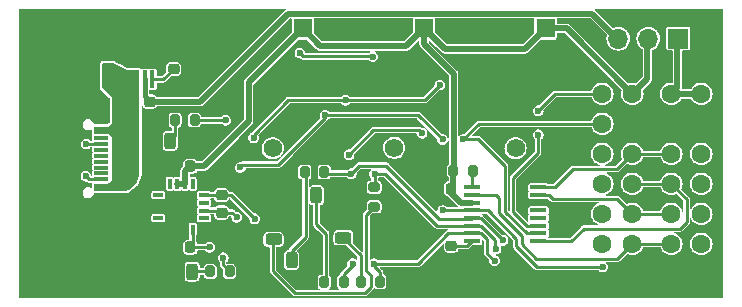
<source format=gbr>
%TF.GenerationSoftware,KiCad,Pcbnew,7.0.6*%
%TF.CreationDate,2023-07-26T14:22:15+03:00*%
%TF.ProjectId,Accelerometru,41636365-6c65-4726-9f6d-657472752e6b,rev?*%
%TF.SameCoordinates,Original*%
%TF.FileFunction,Copper,L1,Top*%
%TF.FilePolarity,Positive*%
%FSLAX46Y46*%
G04 Gerber Fmt 4.6, Leading zero omitted, Abs format (unit mm)*
G04 Created by KiCad (PCBNEW 7.0.6) date 2023-07-26 14:22:15*
%MOMM*%
%LPD*%
G01*
G04 APERTURE LIST*
G04 Aperture macros list*
%AMRoundRect*
0 Rectangle with rounded corners*
0 $1 Rounding radius*
0 $2 $3 $4 $5 $6 $7 $8 $9 X,Y pos of 4 corners*
0 Add a 4 corners polygon primitive as box body*
4,1,4,$2,$3,$4,$5,$6,$7,$8,$9,$2,$3,0*
0 Add four circle primitives for the rounded corners*
1,1,$1+$1,$2,$3*
1,1,$1+$1,$4,$5*
1,1,$1+$1,$6,$7*
1,1,$1+$1,$8,$9*
0 Add four rect primitives between the rounded corners*
20,1,$1+$1,$2,$3,$4,$5,0*
20,1,$1+$1,$4,$5,$6,$7,0*
20,1,$1+$1,$6,$7,$8,$9,0*
20,1,$1+$1,$8,$9,$2,$3,0*%
G04 Aperture macros list end*
%TA.AperFunction,SMDPad,CuDef*%
%ADD10R,0.858799X0.350000*%
%TD*%
%TA.AperFunction,SMDPad,CuDef*%
%ADD11R,0.350000X0.858799*%
%TD*%
%TA.AperFunction,SMDPad,CuDef*%
%ADD12R,2.438400X2.438400*%
%TD*%
%TA.AperFunction,ComponentPad*%
%ADD13O,1.800000X1.000000*%
%TD*%
%TA.AperFunction,ComponentPad*%
%ADD14O,2.100000X1.000000*%
%TD*%
%TA.AperFunction,SMDPad,CuDef*%
%ADD15R,1.150000X0.600000*%
%TD*%
%TA.AperFunction,SMDPad,CuDef*%
%ADD16R,1.143000X0.300000*%
%TD*%
%TA.AperFunction,ComponentPad*%
%ADD17R,1.574800X1.574800*%
%TD*%
%TA.AperFunction,ComponentPad*%
%ADD18C,1.574800*%
%TD*%
%TA.AperFunction,SMDPad,CuDef*%
%ADD19RoundRect,0.200000X-0.275000X0.200000X-0.275000X-0.200000X0.275000X-0.200000X0.275000X0.200000X0*%
%TD*%
%TA.AperFunction,SMDPad,CuDef*%
%ADD20RoundRect,0.243750X-0.243750X-0.456250X0.243750X-0.456250X0.243750X0.456250X-0.243750X0.456250X0*%
%TD*%
%TA.AperFunction,SMDPad,CuDef*%
%ADD21RoundRect,0.200000X-0.200000X-0.275000X0.200000X-0.275000X0.200000X0.275000X-0.200000X0.275000X0*%
%TD*%
%TA.AperFunction,SMDPad,CuDef*%
%ADD22RoundRect,0.225000X-0.250000X0.225000X-0.250000X-0.225000X0.250000X-0.225000X0.250000X0.225000X0*%
%TD*%
%TA.AperFunction,SMDPad,CuDef*%
%ADD23RoundRect,0.243750X-0.456250X0.243750X-0.456250X-0.243750X0.456250X-0.243750X0.456250X0.243750X0*%
%TD*%
%TA.AperFunction,SMDPad,CuDef*%
%ADD24RoundRect,0.225000X0.225000X0.250000X-0.225000X0.250000X-0.225000X-0.250000X0.225000X-0.250000X0*%
%TD*%
%TA.AperFunction,SMDPad,CuDef*%
%ADD25RoundRect,0.200000X0.200000X0.275000X-0.200000X0.275000X-0.200000X-0.275000X0.200000X-0.275000X0*%
%TD*%
%TA.AperFunction,SMDPad,CuDef*%
%ADD26RoundRect,0.225000X0.250000X-0.225000X0.250000X0.225000X-0.250000X0.225000X-0.250000X-0.225000X0*%
%TD*%
%TA.AperFunction,SMDPad,CuDef*%
%ADD27R,0.431000X1.512799*%
%TD*%
%TA.AperFunction,SMDPad,CuDef*%
%ADD28RoundRect,0.243750X0.243750X0.456250X-0.243750X0.456250X-0.243750X-0.456250X0.243750X-0.456250X0*%
%TD*%
%TA.AperFunction,ComponentPad*%
%ADD29C,1.600200*%
%TD*%
%TA.AperFunction,SMDPad,CuDef*%
%ADD30R,1.461999X0.354800*%
%TD*%
%TA.AperFunction,ComponentPad*%
%ADD31R,1.700000X1.700000*%
%TD*%
%TA.AperFunction,ComponentPad*%
%ADD32O,1.700000X1.700000*%
%TD*%
%TA.AperFunction,ViaPad*%
%ADD33C,0.600000*%
%TD*%
%TA.AperFunction,Conductor*%
%ADD34C,0.254000*%
%TD*%
%TA.AperFunction,Conductor*%
%ADD35C,0.500000*%
%TD*%
%TA.AperFunction,Conductor*%
%ADD36C,0.250000*%
%TD*%
%TA.AperFunction,Conductor*%
%ADD37C,0.400000*%
%TD*%
G04 APERTURE END LIST*
D10*
%TO.P,U2,1,NC*%
%TO.N,unconnected-(U2-NC-Pad1)*%
X176240300Y-79543001D03*
%TO.P,U2,2,ST*%
%TO.N,GND*%
X176240300Y-80192999D03*
%TO.P,U2,3,COM*%
X176240300Y-80843001D03*
%TO.P,U2,4,NC*%
%TO.N,unconnected-(U2-NC-Pad4)*%
X176240300Y-81492999D03*
D11*
%TO.P,U2,5,COM*%
%TO.N,GND*%
X177206001Y-82458700D03*
%TO.P,U2,6,COM*%
X177855999Y-82458700D03*
%TO.P,U2,7,COM*%
X178506001Y-82458700D03*
%TO.P,U2,8,ZOUT*%
%TO.N,Zout*%
X179155999Y-82458700D03*
D10*
%TO.P,U2,9,NC*%
%TO.N,unconnected-(U2-NC-Pad9)*%
X180121700Y-81492999D03*
%TO.P,U2,10,YOUT*%
%TO.N,Yout*%
X180121700Y-80843001D03*
%TO.P,U2,11,NC*%
%TO.N,unconnected-(U2-NC-Pad11)*%
X180121700Y-80192999D03*
%TO.P,U2,12,XOUT*%
%TO.N,Xout*%
X180121700Y-79543001D03*
D11*
%TO.P,U2,13,NC*%
%TO.N,unconnected-(U2-NC-Pad13)*%
X179155999Y-78577300D03*
%TO.P,U2,14,VS*%
%TO.N,+3V3*%
X178506001Y-78577300D03*
%TO.P,U2,15,VS*%
X177855999Y-78577300D03*
%TO.P,U2,16,NC*%
%TO.N,unconnected-(U2-NC-Pad16)*%
X177206001Y-78577300D03*
D12*
%TO.P,U2,17,EPAD*%
%TO.N,GND*%
X178181000Y-80518000D03*
%TD*%
D13*
%TO.P,J1,13,GND*%
%TO.N,GND*%
X166624800Y-72133998D03*
%TO.P,J1,14,GND*%
X166624800Y-80774002D03*
D14*
%TO.P,J1,15,GND*%
X170804800Y-72133998D03*
%TO.P,J1,16,GND*%
X170804800Y-80774002D03*
D15*
%TO.P,J1,A1-B12,GND*%
X171379800Y-73254000D03*
%TO.P,J1,A4-B9,VBUS*%
%TO.N,VBUS*%
X171379800Y-74053999D03*
D16*
%TO.P,J1,A5,CC1*%
%TO.N,/CC1*%
X171379800Y-75204000D03*
%TO.P,J1,A6,DP1*%
%TO.N,unconnected-(J1-DP1-PadA6)*%
X171379800Y-76204000D03*
%TO.P,J1,A7,DN1*%
%TO.N,unconnected-(J1-DN1-PadA7)*%
X171379800Y-76704000D03*
%TO.P,J1,A8,SBU1*%
%TO.N,unconnected-(J1-SBU1-PadA8)*%
X171379800Y-77704000D03*
D15*
%TO.P,J1,B1-A12,GND*%
%TO.N,GND*%
X171379800Y-79654000D03*
%TO.P,J1,B4-A9,VBUS*%
%TO.N,VBUS*%
X171379800Y-78854001D03*
D16*
%TO.P,J1,B5,CC2*%
%TO.N,/CC2*%
X171379800Y-78203999D03*
%TO.P,J1,B6,DP2*%
%TO.N,unconnected-(J1-DP2-PadB6)*%
X171379800Y-77204001D03*
%TO.P,J1,B7,DN2*%
%TO.N,unconnected-(J1-DN2-PadB7)*%
X171379800Y-75703999D03*
%TO.P,J1,B8,SBU2*%
%TO.N,unconnected-(J1-SBU2-PadB8)*%
X171379800Y-74704001D03*
%TD*%
D17*
%TO.P,POT1,1,1*%
%TO.N,+3V3*%
X188468000Y-65430400D03*
D18*
%TO.P,POT1,2,2*%
%TO.N,Vx_off*%
X185928000Y-75565000D03*
%TO.P,POT1,3,3*%
%TO.N,GND*%
X183388000Y-65430400D03*
%TD*%
D17*
%TO.P,POT2,1,1*%
%TO.N,+3V3*%
X198755000Y-65405000D03*
D18*
%TO.P,POT2,2,2*%
%TO.N,Vy_off*%
X196215000Y-75539600D03*
%TO.P,POT2,3,3*%
%TO.N,GND*%
X193675000Y-65405000D03*
%TD*%
D17*
%TO.P,POT3,1,1*%
%TO.N,+3V3*%
X209029300Y-65430400D03*
D18*
%TO.P,POT3,2,2*%
%TO.N,Vz_off*%
X206489300Y-75565000D03*
%TO.P,POT3,3,3*%
%TO.N,GND*%
X203949300Y-65430400D03*
%TD*%
D19*
%TO.P,R30,1*%
%TO.N,Out_Y+*%
X194520000Y-78875000D03*
%TO.P,R30,2*%
%TO.N,/A_D3*%
X194520000Y-80525000D03*
%TD*%
D20*
%TO.P,D5,1,K*%
%TO.N,GND*%
X177232500Y-86010000D03*
%TO.P,D5,2,A*%
%TO.N,/A_D5*%
X179107500Y-86010000D03*
%TD*%
D21*
%TO.P,R27,1*%
%TO.N,+3V3*%
X201232000Y-77470000D03*
%TO.P,R27,2*%
%TO.N,/\u002ARESET*%
X202882000Y-77470000D03*
%TD*%
D22*
%TO.P,C5,1*%
%TO.N,Yout*%
X181610000Y-81013000D03*
%TO.P,C5,2*%
%TO.N,GND*%
X181610000Y-82563000D03*
%TD*%
D23*
%TO.P,D3,1,K*%
%TO.N,GND*%
X186000000Y-81412500D03*
%TO.P,D3,2,A*%
%TO.N,/A_D3*%
X186000000Y-83287500D03*
%TD*%
D24*
%TO.P,C7,1*%
%TO.N,+3V3*%
X178956000Y-77089000D03*
%TO.P,C7,2*%
%TO.N,GND*%
X177406000Y-77089000D03*
%TD*%
D22*
%TO.P,C1,1*%
%TO.N,3v3_EXT*%
X175514000Y-71615000D03*
%TO.P,C1,2*%
%TO.N,GND*%
X175514000Y-73165000D03*
%TD*%
D25*
%TO.P,R32,1*%
%TO.N,Out_Z+*%
X182285000Y-86000000D03*
%TO.P,R32,2*%
%TO.N,/A_D5*%
X180635000Y-86000000D03*
%TD*%
D26*
%TO.P,C2,1*%
%TO.N,VBUS*%
X171958000Y-68847000D03*
%TO.P,C2,2*%
%TO.N,GND*%
X171958000Y-67297000D03*
%TD*%
%TO.P,C3,1*%
%TO.N,/SS*%
X177546000Y-68847000D03*
%TO.P,C3,2*%
%TO.N,GND*%
X177546000Y-67297000D03*
%TD*%
D27*
%TO.P,U1,1,EN*%
%TO.N,VBUS*%
X173777001Y-69735700D03*
%TO.P,U1,2,IN*%
X174426999Y-69735700D03*
%TO.P,U1,3,OUT*%
%TO.N,3v3_EXT*%
X175077001Y-69735700D03*
%TO.P,U1,4,SS*%
%TO.N,/SS*%
X175726999Y-69735700D03*
%TO.P,U1,5,GND*%
%TO.N,GND*%
X175726999Y-65392300D03*
%TO.P,U1,6,GND*%
X175077001Y-65392300D03*
%TO.P,U1,7,GND*%
X174426999Y-65392300D03*
%TO.P,U1,8,GND*%
X173777001Y-65392300D03*
%TD*%
D24*
%TO.P,C4,1*%
%TO.N,Zout*%
X178956000Y-83947000D03*
%TO.P,C4,2*%
%TO.N,GND*%
X177406000Y-83947000D03*
%TD*%
D26*
%TO.P,C6,1*%
%TO.N,Xout*%
X181610000Y-79515000D03*
%TO.P,C6,2*%
%TO.N,GND*%
X181610000Y-77965000D03*
%TD*%
D23*
%TO.P,D4,1,K*%
%TO.N,GND*%
X191920000Y-81282500D03*
%TO.P,D4,2,A*%
%TO.N,/A_D4*%
X191920000Y-83157500D03*
%TD*%
D24*
%TO.P,C10,1*%
%TO.N,+3V3*%
X201054000Y-78994000D03*
%TO.P,C10,2*%
%TO.N,GND*%
X199504000Y-78994000D03*
%TD*%
D28*
%TO.P,D6,1,K*%
%TO.N,GND*%
X179118500Y-74980000D03*
%TO.P,D6,2,A*%
%TO.N,/A_D6*%
X177243500Y-74980000D03*
%TD*%
D25*
%TO.P,R29,2*%
%TO.N,/A_D2*%
X188645000Y-77580000D03*
%TO.P,R29,1*%
%TO.N,Out_X-*%
X190295000Y-77580000D03*
%TD*%
D29*
%TO.P,J4,1,1*%
%TO.N,Out_X+*%
X213829900Y-83660600D03*
%TO.P,J4,2,2*%
%TO.N,Out_X-*%
X213829900Y-81120600D03*
%TO.P,J4,3,3*%
%TO.N,Out_Y+*%
X213829900Y-78580600D03*
%TO.P,J4,4,4*%
%TO.N,Out_Y-*%
X213829900Y-76040600D03*
%TO.P,J4,5,5*%
%TO.N,Out_Z+*%
X213829900Y-73500600D03*
%TO.P,J4,6,6*%
%TO.N,Out_Z-*%
X213829900Y-70960600D03*
%TO.P,J4,7,7*%
%TO.N,CS*%
X216369900Y-83660600D03*
%TO.P,J4,8,8*%
%TO.N,MOSI*%
X216369900Y-81120600D03*
%TO.P,J4,9,9*%
%TO.N,MISO*%
X216369900Y-78580600D03*
%TO.P,J4,10,10*%
%TO.N,SCLK*%
X216369900Y-76040600D03*
%TO.P,J4,11,11*%
%TO.N,GND*%
X216369900Y-73500600D03*
%TO.P,J4,12,12*%
%TO.N,+3V3*%
X216369900Y-70960600D03*
%TD*%
D30*
%TO.P,U5,1,\u002ARESET*%
%TO.N,/\u002ARESET*%
X202793600Y-78878001D03*
%TO.P,U5,2,\u002ASYNC*%
%TO.N,CS*%
X202793600Y-79527999D03*
%TO.P,U5,3,VDD*%
%TO.N,+3V3*%
X202793600Y-80178001D03*
%TO.P,U5,4,I/O0*%
%TO.N,Out_X+*%
X202793600Y-80827999D03*
%TO.P,U5,5,I/O1*%
%TO.N,Out_X-*%
X202793600Y-81477998D03*
%TO.P,U5,6,I/O2*%
%TO.N,Out_Y+*%
X202793600Y-82127999D03*
%TO.P,U5,7,I/O3*%
%TO.N,Out_Y-*%
X202793600Y-82777998D03*
%TO.P,U5,8,VREF*%
%TO.N,/VREF*%
X202793600Y-83427999D03*
%TO.P,U5,9,SDO*%
%TO.N,MISO*%
X208432400Y-83427999D03*
%TO.P,U5,10,I/O4*%
%TO.N,Out_Z+*%
X208432400Y-82778001D03*
%TO.P,U5,11,I/O5*%
%TO.N,Out_Z-*%
X208432400Y-82127999D03*
%TO.P,U5,12,I/O6*%
%TO.N,unconnected-(U5-I{slash}O6-Pad12)*%
X208432400Y-81478001D03*
%TO.P,U5,13,I/O7*%
%TO.N,unconnected-(U5-I{slash}O7-Pad13)*%
X208432400Y-80828002D03*
%TO.P,U5,14,GND*%
%TO.N,GND*%
X208432400Y-80178001D03*
%TO.P,U5,15,SDI*%
%TO.N,MOSI*%
X208432400Y-79528002D03*
%TO.P,U5,16,SCLK*%
%TO.N,SCLK*%
X208432400Y-78878001D03*
%TD*%
D25*
%TO.P,R28,2*%
%TO.N,/A_D1*%
X190295000Y-86890000D03*
%TO.P,R28,1*%
%TO.N,Out_X+*%
X191945000Y-86890000D03*
%TD*%
D20*
%TO.P,D1,1,K*%
%TO.N,GND*%
X187762500Y-79560000D03*
%TO.P,D1,2,A*%
%TO.N,/A_D1*%
X189637500Y-79560000D03*
%TD*%
D22*
%TO.P,C11,1*%
%TO.N,/VREF*%
X201041000Y-83807000D03*
%TO.P,C11,2*%
%TO.N,GND*%
X201041000Y-85357000D03*
%TD*%
D29*
%TO.P,J3,1,1*%
%TO.N,CS*%
X219671900Y-83660600D03*
%TO.P,J3,2,2*%
%TO.N,MOSI*%
X219671900Y-81120600D03*
%TO.P,J3,3,3*%
%TO.N,MISO*%
X219671900Y-78580600D03*
%TO.P,J3,4,4*%
%TO.N,SCLK*%
X219671900Y-76040600D03*
%TO.P,J3,5,5*%
%TO.N,GND*%
X219671900Y-73500600D03*
%TO.P,J3,6,6*%
%TO.N,3v3_FPGA*%
X219671900Y-70960600D03*
%TO.P,J3,7,7*%
%TO.N,unconnected-(J3-Pad7)*%
X222211900Y-83660600D03*
%TO.P,J3,8,8*%
%TO.N,unconnected-(J3-Pad8)*%
X222211900Y-81120600D03*
%TO.P,J3,9,9*%
%TO.N,unconnected-(J3-Pad9)*%
X222211900Y-78580600D03*
%TO.P,J3,10,10*%
%TO.N,unconnected-(J3-Pad10)*%
X222211900Y-76040600D03*
%TO.P,J3,11,11*%
%TO.N,GND*%
X222211900Y-73500600D03*
%TO.P,J3,12,12*%
%TO.N,3v3_FPGA*%
X222211900Y-70960600D03*
%TD*%
D25*
%TO.P,R31,1*%
%TO.N,Out_Y-*%
X195015000Y-86860000D03*
%TO.P,R31,2*%
%TO.N,/A_D4*%
X193365000Y-86860000D03*
%TD*%
D28*
%TO.P,D2,2,A*%
%TO.N,/A_D2*%
X187532500Y-85060000D03*
%TO.P,D2,1,K*%
%TO.N,GND*%
X189407500Y-85060000D03*
%TD*%
D31*
%TO.P,J2,1,1*%
%TO.N,3v3_FPGA*%
X220265000Y-66290000D03*
D32*
%TO.P,J2,2,2*%
%TO.N,+3V3*%
X217725000Y-66290000D03*
%TO.P,J2,3,3*%
%TO.N,3v3_EXT*%
X215185000Y-66290000D03*
%TD*%
D25*
%TO.P,R33,1*%
%TO.N,Out_Z-*%
X179315000Y-73180000D03*
%TO.P,R33,2*%
%TO.N,/A_D6*%
X177665000Y-73180000D03*
%TD*%
D33*
%TO.N,Out_Z-*%
X184310000Y-74680000D03*
X181960000Y-73200000D03*
%TO.N,Out_Z+*%
X183200000Y-77200000D03*
X181740000Y-84830000D03*
%TO.N,GND*%
X197820000Y-81300000D03*
X186632750Y-77612750D03*
X190090000Y-74490000D03*
%TO.N,Out_X+*%
X192690000Y-85344000D03*
%TO.N,Xout*%
X184404000Y-81534000D03*
%TO.N,GND*%
X171831000Y-83693000D03*
X202730000Y-85780000D03*
X168656000Y-83693000D03*
X171831000Y-86106000D03*
X168656000Y-86106000D03*
%TO.N,Yout*%
X182880000Y-81407000D03*
%TO.N,Zout*%
X188240000Y-67510000D03*
X194410000Y-67810000D03*
X180594000Y-83947000D03*
%TO.N,Out_X+*%
X200330000Y-80840000D03*
X213868000Y-85598000D03*
%TO.N,Out_X-*%
X205431297Y-83366703D03*
X192576000Y-77724000D03*
%TO.N,Out_Y+*%
X194560000Y-77724000D03*
X204840000Y-84110000D03*
%TO.N,Out_Y-*%
X194490000Y-85344000D03*
X204720000Y-85080000D03*
%TO.N,Out_Z+*%
X202050000Y-74826500D03*
X200320000Y-74826500D03*
X190373000Y-72771000D03*
%TO.N,Out_Z-*%
X208407000Y-72390000D03*
X200080000Y-70230000D03*
X208407000Y-74422000D03*
X192110000Y-71501000D03*
%TO.N,Vz_off*%
X192390000Y-76110000D03*
X198580000Y-74310000D03*
%TO.N,/CC2*%
X170120000Y-77940000D03*
%TO.N,/CC1*%
X170150000Y-75210000D03*
%TD*%
D34*
%TO.N,/A_D6*%
X177665000Y-74558500D02*
X177243500Y-74980000D01*
X177665000Y-73180000D02*
X177665000Y-74558500D01*
%TO.N,/A_D5*%
X179117500Y-86000000D02*
X179107500Y-86010000D01*
X180635000Y-86000000D02*
X179117500Y-86000000D01*
%TO.N,Out_Z-*%
X184310000Y-74680000D02*
X184310000Y-74430000D01*
X184310000Y-74430000D02*
X187239000Y-71501000D01*
X187239000Y-71501000D02*
X192110000Y-71501000D01*
%TO.N,Out_Z+*%
X186390000Y-76960000D02*
X183440000Y-76960000D01*
X190373000Y-72977000D02*
X186390000Y-76960000D01*
X183440000Y-76960000D02*
X183200000Y-77200000D01*
X190373000Y-72771000D02*
X190373000Y-72977000D01*
%TO.N,Out_Z-*%
X179405000Y-73200000D02*
X179325000Y-73120000D01*
X181960000Y-73200000D02*
X179405000Y-73200000D01*
%TO.N,Out_Z+*%
X181740000Y-84830000D02*
X181740000Y-85455000D01*
X181740000Y-85455000D02*
X182285000Y-86000000D01*
%TO.N,Out_Y+*%
X194560000Y-78835000D02*
X194520000Y-78875000D01*
X194560000Y-77724000D02*
X194560000Y-78835000D01*
%TO.N,/A_D3*%
X185950000Y-85950000D02*
X185950000Y-83337500D01*
X185950000Y-83337500D02*
X186000000Y-83287500D01*
%TO.N,/A_D2*%
X188720000Y-83050000D02*
X187532500Y-84237500D01*
X187532500Y-84237500D02*
X187532500Y-85060000D01*
X188720000Y-77655000D02*
X188720000Y-83050000D01*
X188645000Y-77580000D02*
X188720000Y-77655000D01*
%TO.N,/A_D3*%
X187830000Y-87830000D02*
X185950000Y-85950000D01*
X193720000Y-87830000D02*
X187830000Y-87830000D01*
X194220000Y-86300000D02*
X194220000Y-87330000D01*
X193850000Y-85930000D02*
X194220000Y-86300000D01*
X193850000Y-81195000D02*
X193850000Y-85930000D01*
X194220000Y-87330000D02*
X193720000Y-87830000D01*
X194520000Y-80525000D02*
X193850000Y-81195000D01*
%TO.N,/A_D1*%
X189637500Y-81987500D02*
X189637500Y-79560000D01*
X190440000Y-82790000D02*
X189637500Y-81987500D01*
X190440000Y-86745000D02*
X190440000Y-82790000D01*
X190295000Y-86890000D02*
X190440000Y-86745000D01*
%TO.N,/A_D4*%
X193365000Y-84602500D02*
X191920000Y-83157500D01*
X193365000Y-86860000D02*
X193365000Y-84602500D01*
%TO.N,Out_X+*%
X192690000Y-85460000D02*
X191945000Y-86205000D01*
X191945000Y-86205000D02*
X191945000Y-86890000D01*
X192690000Y-85344000D02*
X192690000Y-85460000D01*
%TO.N,Out_Y-*%
X194490000Y-85550000D02*
X195015000Y-86075000D01*
X194490000Y-85344000D02*
X194490000Y-85550000D01*
X195015000Y-86075000D02*
X195015000Y-86860000D01*
%TO.N,Out_X-*%
X190439000Y-77724000D02*
X190295000Y-77580000D01*
X192576000Y-77724000D02*
X190439000Y-77724000D01*
%TO.N,Out_Z+*%
X203350500Y-74826500D02*
X202050000Y-74826500D01*
X205613000Y-77089000D02*
X203350500Y-74826500D01*
X205613000Y-80943600D02*
X205613000Y-77089000D01*
X207447401Y-82778001D02*
X205613000Y-80943600D01*
X208432400Y-82778001D02*
X207447401Y-82778001D01*
X203375900Y-73500600D02*
X213829900Y-73500600D01*
X202050000Y-74826500D02*
X203375900Y-73500600D01*
%TO.N,Out_Z-*%
X192110000Y-71501000D02*
X198809000Y-71501000D01*
X198809000Y-71501000D02*
X200080000Y-70230000D01*
%TO.N,Out_Y-*%
X194490000Y-85344000D02*
X198248354Y-85344000D01*
X198248354Y-85344000D02*
X200814356Y-82777998D01*
X200814356Y-82777998D02*
X202793600Y-82777998D01*
%TO.N,Out_X-*%
X202741598Y-81530000D02*
X202793600Y-81477998D01*
X200040000Y-81530000D02*
X202741598Y-81530000D01*
X195557000Y-77047000D02*
X200040000Y-81530000D01*
X193253000Y-77047000D02*
X195557000Y-77047000D01*
X192576000Y-77724000D02*
X193253000Y-77047000D01*
%TO.N,/CC2*%
X170120000Y-77940000D02*
X170383999Y-78203999D01*
X170383999Y-78203999D02*
X171379800Y-78203999D01*
D35*
%TO.N,+3V3*%
X200500000Y-67150000D02*
X207309700Y-67150000D01*
X198755000Y-65405000D02*
X200500000Y-67150000D01*
X201250000Y-69270000D02*
X201250000Y-77452000D01*
X198755000Y-66775000D02*
X201250000Y-69270000D01*
X198755000Y-65405000D02*
X198755000Y-66775000D01*
X201250000Y-77452000D02*
X201232000Y-77470000D01*
X207309700Y-67150000D02*
X209029300Y-65430400D01*
D34*
%TO.N,Xout*%
X181610000Y-79515000D02*
X182385000Y-79515000D01*
X182385000Y-79515000D02*
X184404000Y-81534000D01*
X181581999Y-79543001D02*
X181610000Y-79515000D01*
X180121700Y-79543001D02*
X181581999Y-79543001D01*
%TO.N,Yout*%
X180121700Y-80843001D02*
X181440001Y-80843001D01*
X181610000Y-81013000D02*
X182486000Y-81013000D01*
X182486000Y-81013000D02*
X182880000Y-81407000D01*
X181440001Y-80843001D02*
X181610000Y-81013000D01*
%TO.N,Zout*%
X179155999Y-82458700D02*
X179155999Y-83747001D01*
X179155999Y-83747001D02*
X178956000Y-83947000D01*
X188240000Y-67510000D02*
X188530000Y-67800000D01*
X188530000Y-67800000D02*
X194400000Y-67800000D01*
X178956000Y-83947000D02*
X180594000Y-83947000D01*
X194400000Y-67800000D02*
X194410000Y-67810000D01*
D36*
%TO.N,VBUS*%
X171379800Y-78854001D02*
X171482799Y-78957000D01*
D35*
%TO.N,3v3_FPGA*%
X220203000Y-70429500D02*
X219671900Y-70960600D01*
X222211900Y-70960600D02*
X219671900Y-70960600D01*
X220203000Y-66294000D02*
X220203000Y-70429500D01*
%TO.N,3v3_EXT*%
X212996600Y-64167600D02*
X187252400Y-64167600D01*
D37*
X175077001Y-71178001D02*
X175514000Y-71615000D01*
D35*
X187252400Y-64167600D02*
X179805000Y-71615000D01*
X179805000Y-71615000D02*
X175514000Y-71615000D01*
D37*
X175077001Y-69735700D02*
X175077001Y-71178001D01*
D35*
X215123000Y-66294000D02*
X212996600Y-64167600D01*
D34*
%TO.N,CS*%
X205105000Y-81077652D02*
X205105000Y-79756000D01*
X215110500Y-84920000D02*
X208237000Y-84920000D01*
X219671900Y-83660600D02*
X216369900Y-83660600D01*
X207010000Y-83693000D02*
X207010000Y-82982653D01*
X216369900Y-83660600D02*
X215110500Y-84920000D01*
X207010000Y-82982653D02*
X205105000Y-81077652D01*
X208237000Y-84920000D02*
X207010000Y-83693000D01*
X205105000Y-79756000D02*
X204876999Y-79527999D01*
X204876999Y-79527999D02*
X202793600Y-79527999D01*
%TO.N,MOSI*%
X209644000Y-79850000D02*
X209322002Y-79528002D01*
X219671900Y-81120600D02*
X216369900Y-81120600D01*
X216369900Y-81120600D02*
X215099300Y-79850000D01*
X215099300Y-79850000D02*
X209644000Y-79850000D01*
X209322002Y-79528002D02*
X208432400Y-79528002D01*
%TO.N,MISO*%
X219671900Y-78580600D02*
X220980000Y-79888700D01*
X220380000Y-82380000D02*
X212260000Y-82380000D01*
X212260000Y-82380000D02*
X211212001Y-83427999D01*
X219671900Y-78580600D02*
X216369900Y-78580600D01*
X220980000Y-79888700D02*
X220980000Y-81780000D01*
X211212001Y-83427999D02*
X208432400Y-83427999D01*
X220980000Y-81780000D02*
X220380000Y-82380000D01*
%TO.N,SCLK*%
X211341000Y-77330000D02*
X209792999Y-78878001D01*
X209792999Y-78878001D02*
X208432400Y-78878001D01*
X216369900Y-76040600D02*
X215080500Y-77330000D01*
X215080500Y-77330000D02*
X211341000Y-77330000D01*
X219671900Y-76040600D02*
X216369900Y-76040600D01*
%TO.N,Out_X+*%
X206556000Y-83246000D02*
X206556000Y-83881052D01*
X202781599Y-80840000D02*
X202793600Y-80827999D01*
X200330000Y-80840000D02*
X202781599Y-80840000D01*
X202793600Y-80827999D02*
X204137999Y-80827999D01*
X206556000Y-83881052D02*
X208272948Y-85598000D01*
X208272948Y-85598000D02*
X213868000Y-85598000D01*
X204137999Y-80827999D02*
X206556000Y-83246000D01*
%TO.N,Out_X-*%
X203542592Y-81477998D02*
X205431297Y-83366703D01*
X202793600Y-81477998D02*
X203542592Y-81477998D01*
%TO.N,Out_Y+*%
X204724000Y-83312000D02*
X203539999Y-82127999D01*
X195474000Y-77724000D02*
X199877999Y-82127999D01*
X203539999Y-82127999D02*
X202793600Y-82127999D01*
X194560000Y-77724000D02*
X195474000Y-77724000D01*
X204724000Y-83994000D02*
X204724000Y-83312000D01*
X204840000Y-84110000D02*
X204724000Y-83994000D01*
X199877999Y-82127999D02*
X202793600Y-82127999D01*
%TO.N,Out_Y-*%
X204060000Y-83290052D02*
X203547946Y-82777998D01*
X204060000Y-84440000D02*
X204060000Y-83290052D01*
X204720000Y-85080000D02*
X204700000Y-85080000D01*
X204700000Y-85080000D02*
X204060000Y-84440000D01*
X203547946Y-82777998D02*
X202793600Y-82777998D01*
%TO.N,Out_Z+*%
X200320000Y-74826500D02*
X198264500Y-72771000D01*
X198264500Y-72771000D02*
X190373000Y-72771000D01*
%TO.N,Out_Z-*%
X208407000Y-75946000D02*
X208407000Y-74422000D01*
X206280000Y-78073000D02*
X208407000Y-75946000D01*
X208432400Y-82127999D02*
X207447401Y-82127999D01*
X208407000Y-72390000D02*
X209836400Y-70960600D01*
X206280000Y-80960598D02*
X206280000Y-78073000D01*
X207447401Y-82127999D02*
X206280000Y-80960598D01*
X209836400Y-70960600D02*
X213829900Y-70960600D01*
%TO.N,/SS*%
X176657300Y-69735700D02*
X177546000Y-68847000D01*
X175726999Y-69735700D02*
X176657300Y-69735700D01*
%TO.N,Vz_off*%
X192390000Y-76110000D02*
X194459000Y-74041000D01*
X194459000Y-74041000D02*
X198311000Y-74041000D01*
X198311000Y-74041000D02*
X198580000Y-74310000D01*
D35*
%TO.N,+3V3*%
X177855999Y-78577300D02*
X178506001Y-78577300D01*
X178956000Y-77089000D02*
X178506001Y-77538999D01*
X216369900Y-70960600D02*
X210839700Y-65430400D01*
X201232000Y-78816000D02*
X201054000Y-78994000D01*
X183896000Y-73279000D02*
X180086000Y-77089000D01*
X217663000Y-69667500D02*
X216369900Y-70960600D01*
X178506001Y-77538999D02*
X178506001Y-78577300D01*
X201054000Y-79334000D02*
X201898001Y-80178001D01*
X180086000Y-77089000D02*
X178956000Y-77089000D01*
X189966600Y-66929000D02*
X188468000Y-65430400D01*
X201054000Y-78994000D02*
X201054000Y-79334000D01*
X188468000Y-65430400D02*
X183896000Y-70002400D01*
X217663000Y-66294000D02*
X217663000Y-69667500D01*
X210839700Y-65430400D02*
X209029300Y-65430400D01*
X201232000Y-77470000D02*
X201232000Y-78816000D01*
X201898001Y-80178001D02*
X202793600Y-80178001D01*
X198755000Y-65405000D02*
X197231000Y-66929000D01*
X197231000Y-66929000D02*
X189966600Y-66929000D01*
X183896000Y-70002400D02*
X183896000Y-73279000D01*
D34*
%TO.N,/CC1*%
X170156000Y-75204000D02*
X171379800Y-75204000D01*
X170150000Y-75210000D02*
X170156000Y-75204000D01*
%TO.N,/VREF*%
X202414599Y-83807000D02*
X202793600Y-83427999D01*
X201041000Y-83807000D02*
X202414599Y-83807000D01*
%TO.N,/\u002ARESET*%
X202793600Y-78878001D02*
X202793600Y-77558400D01*
X202793600Y-77558400D02*
X202882000Y-77470000D01*
%TD*%
%TA.AperFunction,Conductor*%
%TO.N,VBUS*%
G36*
X172450046Y-68394818D02*
G01*
X173100196Y-68706615D01*
X173101780Y-68707447D01*
X173560000Y-68970000D01*
X174601000Y-68970000D01*
X174635648Y-68984352D01*
X174650000Y-69019000D01*
X174650000Y-70500000D01*
X174625030Y-77881123D01*
X174621857Y-77898303D01*
X174355859Y-78601033D01*
X174338992Y-78623213D01*
X173735957Y-79065041D01*
X173686879Y-79101000D01*
X173632931Y-79140526D01*
X173603971Y-79150000D01*
X171950000Y-79150000D01*
X170849000Y-79150000D01*
X170814352Y-79135648D01*
X170800000Y-79101000D01*
X170800000Y-78609000D01*
X170814352Y-78574352D01*
X170849000Y-78560000D01*
X171959999Y-78560000D01*
X171960000Y-78560000D01*
X171960712Y-78559567D01*
X171976567Y-78553401D01*
X172029531Y-78542866D01*
X172095852Y-78498551D01*
X172113415Y-78472265D01*
X172128730Y-78457603D01*
X172339000Y-78330000D01*
X172340000Y-74640000D01*
X172339999Y-74639999D01*
X172158956Y-74505377D01*
X172142840Y-74479887D01*
X172142015Y-74480230D01*
X172140168Y-74475773D01*
X172140167Y-74475772D01*
X172140167Y-74475770D01*
X172113554Y-74435941D01*
X172095852Y-74409448D01*
X172056095Y-74382883D01*
X172029531Y-74365134D01*
X171971048Y-74353501D01*
X171968475Y-74353501D01*
X171953075Y-74351018D01*
X171950000Y-74350000D01*
X170849000Y-74350000D01*
X170814352Y-74335648D01*
X170800000Y-74301000D01*
X170800000Y-73809000D01*
X170814352Y-73774352D01*
X170849000Y-73760000D01*
X171959998Y-73760000D01*
X171960000Y-73760000D01*
X172339000Y-73533000D01*
X172339000Y-71247000D01*
X171496483Y-70499621D01*
X171480087Y-70465892D01*
X171480000Y-70462965D01*
X171480000Y-68439000D01*
X171494352Y-68404352D01*
X171529000Y-68390000D01*
X172428857Y-68390000D01*
X172450046Y-68394818D01*
G37*
%TD.AperFunction*%
%TD*%
%TA.AperFunction,Conductor*%
%TO.N,GND*%
G36*
X187015960Y-63768352D02*
G01*
X187030312Y-63803000D01*
X187015960Y-63837648D01*
X187015959Y-63837650D01*
X187014059Y-63839549D01*
X187014058Y-63839550D01*
X186992117Y-63861490D01*
X186991493Y-63862114D01*
X179653459Y-71200148D01*
X179618811Y-71214500D01*
X176126760Y-71214500D01*
X176092112Y-71200148D01*
X176082739Y-71187021D01*
X176073826Y-71168789D01*
X175985211Y-71080174D01*
X175985210Y-71080173D01*
X175985208Y-71080172D01*
X175872628Y-71025135D01*
X175872626Y-71025134D01*
X175799638Y-71014500D01*
X175799636Y-71014500D01*
X175476501Y-71014500D01*
X175441853Y-71000148D01*
X175427501Y-70965500D01*
X175427501Y-70688546D01*
X175441853Y-70653898D01*
X175476501Y-70639546D01*
X175486061Y-70640487D01*
X175496679Y-70642600D01*
X175957319Y-70642600D01*
X176001221Y-70633867D01*
X176051003Y-70600604D01*
X176084266Y-70550822D01*
X176092999Y-70506920D01*
X176092998Y-70062200D01*
X176107351Y-70027552D01*
X176141999Y-70013200D01*
X176604038Y-70013200D01*
X176613780Y-70014788D01*
X176613797Y-70014672D01*
X176618292Y-70015298D01*
X176618297Y-70015300D01*
X176657436Y-70013490D01*
X176663155Y-70013226D01*
X176664286Y-70013200D01*
X176683015Y-70013200D01*
X176687685Y-70012326D01*
X176691047Y-70011935D01*
X176721935Y-70010508D01*
X176734736Y-70004854D01*
X176745520Y-70001514D01*
X176759281Y-69998943D01*
X176785556Y-69982673D01*
X176788561Y-69981089D01*
X176816842Y-69968603D01*
X176826744Y-69958700D01*
X176835588Y-69951694D01*
X176847489Y-69944327D01*
X176866119Y-69919655D01*
X176868328Y-69917115D01*
X177323592Y-69461852D01*
X177358241Y-69447500D01*
X177831638Y-69447500D01*
X177856702Y-69443848D01*
X177904625Y-69436866D01*
X178017211Y-69381826D01*
X178105826Y-69293211D01*
X178160866Y-69180625D01*
X178171500Y-69107636D01*
X178171500Y-68586364D01*
X178160866Y-68513375D01*
X178105826Y-68400789D01*
X178017211Y-68312174D01*
X178017210Y-68312173D01*
X178017208Y-68312172D01*
X177904628Y-68257135D01*
X177904626Y-68257134D01*
X177831638Y-68246500D01*
X177831636Y-68246500D01*
X177260364Y-68246500D01*
X177260362Y-68246500D01*
X177187373Y-68257134D01*
X177187371Y-68257135D01*
X177074791Y-68312172D01*
X177074787Y-68312175D01*
X176986175Y-68400787D01*
X176986172Y-68400791D01*
X176931135Y-68513371D01*
X176931134Y-68513373D01*
X176920500Y-68586362D01*
X176920500Y-69059759D01*
X176906148Y-69094407D01*
X176556708Y-69443848D01*
X176522060Y-69458200D01*
X176141999Y-69458200D01*
X176107351Y-69443848D01*
X176092999Y-69409200D01*
X176092999Y-68964480D01*
X176092998Y-68964476D01*
X176084266Y-68920578D01*
X176051003Y-68870795D01*
X176001220Y-68837532D01*
X175957322Y-68828800D01*
X175957319Y-68828800D01*
X175496679Y-68828800D01*
X175496675Y-68828800D01*
X175452777Y-68837532D01*
X175429222Y-68853271D01*
X175392440Y-68860587D01*
X175374778Y-68853271D01*
X175351222Y-68837532D01*
X175307324Y-68828800D01*
X175307321Y-68828800D01*
X174846681Y-68828800D01*
X174826298Y-68832854D01*
X174801741Y-68837739D01*
X174764959Y-68830422D01*
X174763827Y-68829642D01*
X174714293Y-68794496D01*
X174714294Y-68794496D01*
X174679646Y-68780144D01*
X174679640Y-68780142D01*
X174647925Y-68773834D01*
X174601000Y-68764500D01*
X174600997Y-68764500D01*
X173627745Y-68764500D01*
X173603384Y-68758015D01*
X173200676Y-68527269D01*
X173196348Y-68524995D01*
X173192437Y-68522941D01*
X172781168Y-68325706D01*
X172538909Y-68209524D01*
X172511999Y-68200145D01*
X172495611Y-68194433D01*
X172474418Y-68189614D01*
X172428867Y-68184501D01*
X172428864Y-68184500D01*
X172428857Y-68184500D01*
X171529000Y-68184500D01*
X171489859Y-68192285D01*
X171450359Y-68200142D01*
X171450349Y-68200145D01*
X171415716Y-68214491D01*
X171415710Y-68214494D01*
X171415709Y-68214495D01*
X171397618Y-68225861D01*
X171357416Y-68251122D01*
X171304496Y-68325706D01*
X171290144Y-68360353D01*
X171290142Y-68360359D01*
X171282285Y-68399859D01*
X171274500Y-68439000D01*
X171274500Y-68439002D01*
X171274500Y-68439003D01*
X171274500Y-70466017D01*
X171274677Y-70471993D01*
X171274678Y-70471997D01*
X171294059Y-70550821D01*
X171295267Y-70555735D01*
X171311662Y-70589464D01*
X171360111Y-70653352D01*
X171841268Y-71080175D01*
X172080475Y-71292371D01*
X172117017Y-71324786D01*
X172133413Y-71358515D01*
X172133500Y-71361442D01*
X172133500Y-73388773D01*
X172119148Y-73423421D01*
X172109678Y-73430810D01*
X171914790Y-73547537D01*
X171889612Y-73554500D01*
X170848999Y-73554500D01*
X170838858Y-73556517D01*
X170802076Y-73549199D01*
X170781242Y-73518015D01*
X170780301Y-73508458D01*
X170780301Y-73495634D01*
X170780300Y-73495629D01*
X170759097Y-73423421D01*
X170741779Y-73364440D01*
X170667856Y-73249412D01*
X170649769Y-73233740D01*
X170564519Y-73159871D01*
X170440140Y-73103068D01*
X170338816Y-73088501D01*
X170338812Y-73088501D01*
X170270790Y-73088501D01*
X170270785Y-73088501D01*
X170169461Y-73103068D01*
X170045082Y-73159871D01*
X169941747Y-73249410D01*
X169941745Y-73249412D01*
X169941746Y-73249412D01*
X169881967Y-73342432D01*
X169867822Y-73364442D01*
X169829301Y-73495629D01*
X169829301Y-73632372D01*
X169867422Y-73762198D01*
X169867823Y-73763562D01*
X169941746Y-73878590D01*
X170045083Y-73968131D01*
X170132375Y-74007996D01*
X170169461Y-74024933D01*
X170242116Y-74035378D01*
X170270790Y-74039501D01*
X170270794Y-74039501D01*
X170338808Y-74039501D01*
X170338812Y-74039501D01*
X170382146Y-74033270D01*
X170440140Y-74024933D01*
X170440141Y-74024932D01*
X170440143Y-74024932D01*
X170525146Y-73986111D01*
X170562623Y-73984773D01*
X170590072Y-74010328D01*
X170594500Y-74030684D01*
X170594500Y-74301000D01*
X170604880Y-74353187D01*
X170610142Y-74379640D01*
X170610145Y-74379650D01*
X170624491Y-74414283D01*
X170624495Y-74414292D01*
X170658288Y-74468072D01*
X170664857Y-74503702D01*
X170657800Y-74539177D01*
X170657800Y-74868820D01*
X170658036Y-74871217D01*
X170656955Y-74871323D01*
X170650301Y-74904733D01*
X170619113Y-74925561D01*
X170609566Y-74926500D01*
X170522821Y-74926500D01*
X170488173Y-74912148D01*
X170485789Y-74909588D01*
X170448049Y-74866033D01*
X170445142Y-74864165D01*
X170339069Y-74795996D01*
X170337431Y-74795515D01*
X170214776Y-74759500D01*
X170214772Y-74759500D01*
X170085228Y-74759500D01*
X170085223Y-74759500D01*
X169960933Y-74795995D01*
X169960931Y-74795995D01*
X169960931Y-74795996D01*
X169941901Y-74808226D01*
X169851950Y-74866033D01*
X169767119Y-74963936D01*
X169767118Y-74963936D01*
X169713301Y-75081776D01*
X169694867Y-75209997D01*
X169694867Y-75210002D01*
X169713301Y-75338223D01*
X169766175Y-75453999D01*
X169767118Y-75456063D01*
X169851951Y-75553967D01*
X169960931Y-75624004D01*
X170030093Y-75644311D01*
X170085223Y-75660499D01*
X170085228Y-75660500D01*
X170214772Y-75660500D01*
X170214776Y-75660499D01*
X170235324Y-75654465D01*
X170339069Y-75624004D01*
X170448049Y-75553967D01*
X170496186Y-75498412D01*
X170529723Y-75481625D01*
X170533219Y-75481500D01*
X170609566Y-75481500D01*
X170644214Y-75495852D01*
X170658566Y-75530500D01*
X170657948Y-75536774D01*
X170658036Y-75536783D01*
X170657800Y-75539179D01*
X170657800Y-75868822D01*
X170666532Y-75912718D01*
X170666533Y-75912721D01*
X170673521Y-75923179D01*
X170675925Y-75926777D01*
X170683240Y-75963560D01*
X170675925Y-75981220D01*
X170666532Y-75995278D01*
X170657800Y-76039176D01*
X170657800Y-76368823D01*
X170666532Y-76412720D01*
X170675925Y-76426780D01*
X170683239Y-76463562D01*
X170675925Y-76481220D01*
X170666532Y-76495279D01*
X170657800Y-76539176D01*
X170657800Y-76868823D01*
X170666532Y-76912719D01*
X170666533Y-76912722D01*
X170673459Y-76923087D01*
X170675925Y-76926778D01*
X170683240Y-76963561D01*
X170675925Y-76981221D01*
X170666532Y-76995279D01*
X170657800Y-77039177D01*
X170657800Y-77368824D01*
X170666532Y-77412722D01*
X170675924Y-77426779D01*
X170683239Y-77463561D01*
X170675925Y-77481220D01*
X170666532Y-77495279D01*
X170657800Y-77539176D01*
X170657800Y-77829854D01*
X170643448Y-77864502D01*
X170608800Y-77878854D01*
X170574152Y-77864502D01*
X170560299Y-77836828D01*
X170556697Y-77811774D01*
X170502882Y-77693937D01*
X170418049Y-77596033D01*
X170309069Y-77525996D01*
X170309066Y-77525995D01*
X170184776Y-77489500D01*
X170184772Y-77489500D01*
X170055228Y-77489500D01*
X170055223Y-77489500D01*
X169930933Y-77525995D01*
X169930931Y-77525995D01*
X169930931Y-77525996D01*
X169910416Y-77539180D01*
X169821950Y-77596033D01*
X169737119Y-77693936D01*
X169737118Y-77693936D01*
X169683301Y-77811776D01*
X169664867Y-77939997D01*
X169664867Y-77940002D01*
X169683301Y-78068223D01*
X169737118Y-78186063D01*
X169821518Y-78283468D01*
X169821951Y-78283967D01*
X169930931Y-78354004D01*
X170000093Y-78374311D01*
X170055223Y-78390499D01*
X170055228Y-78390500D01*
X170157692Y-78390500D01*
X170190707Y-78403293D01*
X170191913Y-78404392D01*
X170192714Y-78405158D01*
X170205957Y-78418402D01*
X170205960Y-78418404D01*
X170209884Y-78421092D01*
X170212537Y-78423194D01*
X170235384Y-78444021D01*
X170248440Y-78449078D01*
X170258424Y-78454342D01*
X170269970Y-78462251D01*
X170300060Y-78469328D01*
X170303297Y-78470330D01*
X170332125Y-78481499D01*
X170346120Y-78481499D01*
X170357338Y-78482800D01*
X170370961Y-78486005D01*
X170401578Y-78481733D01*
X170404965Y-78481499D01*
X170560155Y-78481499D01*
X170594803Y-78495851D01*
X170609155Y-78530499D01*
X170608213Y-78540058D01*
X170594500Y-78608994D01*
X170594500Y-78877315D01*
X170580148Y-78911963D01*
X170545500Y-78926315D01*
X170525144Y-78921887D01*
X170440140Y-78883066D01*
X170338816Y-78868499D01*
X170338812Y-78868499D01*
X170270790Y-78868499D01*
X170270785Y-78868499D01*
X170169461Y-78883066D01*
X170045082Y-78939869D01*
X169941747Y-79029408D01*
X169941745Y-79029410D01*
X169941746Y-79029410D01*
X169869877Y-79141243D01*
X169867822Y-79144440D01*
X169829301Y-79275627D01*
X169829301Y-79412370D01*
X169865544Y-79535800D01*
X169867823Y-79543560D01*
X169941746Y-79658588D01*
X170045083Y-79748129D01*
X170107693Y-79776722D01*
X170169461Y-79804931D01*
X170231868Y-79813903D01*
X170270790Y-79819499D01*
X170270794Y-79819499D01*
X170338808Y-79819499D01*
X170338812Y-79819499D01*
X170396082Y-79811265D01*
X170440140Y-79804931D01*
X170440141Y-79804930D01*
X170440143Y-79804930D01*
X170564519Y-79748129D01*
X170582182Y-79732824D01*
X175660400Y-79732824D01*
X175669132Y-79776722D01*
X175702395Y-79826505D01*
X175750017Y-79858324D01*
X175752178Y-79859768D01*
X175796080Y-79868501D01*
X176684520Y-79868501D01*
X176728422Y-79859768D01*
X176778204Y-79826505D01*
X176811467Y-79776723D01*
X176820200Y-79732821D01*
X176820200Y-79353181D01*
X176811467Y-79309279D01*
X176809473Y-79306294D01*
X176778204Y-79259496D01*
X176728421Y-79226233D01*
X176684523Y-79217501D01*
X176684520Y-79217501D01*
X175796080Y-79217501D01*
X175796076Y-79217501D01*
X175752178Y-79226233D01*
X175702395Y-79259496D01*
X175669132Y-79309279D01*
X175660400Y-79353177D01*
X175660400Y-79732824D01*
X170582182Y-79732824D01*
X170667856Y-79658588D01*
X170741779Y-79543560D01*
X170780301Y-79412366D01*
X170780301Y-79401540D01*
X170794653Y-79366893D01*
X170829301Y-79352541D01*
X170838858Y-79353482D01*
X170849000Y-79355500D01*
X170849001Y-79355500D01*
X173603971Y-79355500D01*
X173667866Y-79345314D01*
X173696826Y-79335840D01*
X173703282Y-79332526D01*
X173754371Y-79306302D01*
X173754377Y-79306298D01*
X173754385Y-79306294D01*
X174460446Y-78788981D01*
X174502567Y-78747605D01*
X174519434Y-78725425D01*
X174541403Y-78685780D01*
X174548045Y-78673794D01*
X174548046Y-78673789D01*
X174548051Y-78673782D01*
X174782636Y-78054040D01*
X174814047Y-77971058D01*
X174817422Y-77958971D01*
X174823939Y-77935626D01*
X174827112Y-77918446D01*
X174830529Y-77881818D01*
X174838697Y-75467276D01*
X176605500Y-75467276D01*
X176620122Y-75559598D01*
X176620122Y-75559599D01*
X176620123Y-75559600D01*
X176671534Y-75660500D01*
X176676820Y-75670873D01*
X176765127Y-75759180D01*
X176876402Y-75815878D01*
X176968724Y-75830500D01*
X176968725Y-75830500D01*
X177518275Y-75830500D01*
X177518276Y-75830500D01*
X177610598Y-75815878D01*
X177721873Y-75759180D01*
X177810180Y-75670873D01*
X177866878Y-75559598D01*
X177881500Y-75467276D01*
X177881500Y-74751898D01*
X177894289Y-74718888D01*
X177905022Y-74707115D01*
X177910080Y-74694055D01*
X177915341Y-74684076D01*
X177923252Y-74672529D01*
X177930328Y-74642439D01*
X177931333Y-74639198D01*
X177942500Y-74610373D01*
X177942500Y-74596374D01*
X177943802Y-74585154D01*
X177947005Y-74571538D01*
X177942734Y-74540923D01*
X177942500Y-74537539D01*
X177942500Y-73837841D01*
X177956852Y-73803193D01*
X177969979Y-73793820D01*
X177992631Y-73782746D01*
X178071483Y-73744198D01*
X178154198Y-73661483D01*
X178205573Y-73556393D01*
X178215500Y-73488261D01*
X178764500Y-73488261D01*
X178774427Y-73556394D01*
X178774428Y-73556396D01*
X178780182Y-73568165D01*
X178825802Y-73661483D01*
X178908517Y-73744198D01*
X179013607Y-73795573D01*
X179061884Y-73802606D01*
X179081738Y-73805500D01*
X179081740Y-73805500D01*
X179548262Y-73805500D01*
X179565590Y-73802974D01*
X179616393Y-73795573D01*
X179721483Y-73744198D01*
X179804198Y-73661483D01*
X179855573Y-73556393D01*
X179860957Y-73519435D01*
X179880156Y-73487218D01*
X179909446Y-73477500D01*
X181581980Y-73477500D01*
X181616628Y-73491852D01*
X181619012Y-73494412D01*
X181661951Y-73543967D01*
X181770931Y-73614004D01*
X181833475Y-73632368D01*
X181895223Y-73650499D01*
X181895228Y-73650500D01*
X182024772Y-73650500D01*
X182024776Y-73650499D01*
X182045324Y-73644465D01*
X182149069Y-73614004D01*
X182258049Y-73543967D01*
X182342882Y-73446063D01*
X182396697Y-73328226D01*
X182396697Y-73328224D01*
X182396698Y-73328223D01*
X182415133Y-73200002D01*
X182415133Y-73199997D01*
X182396698Y-73071776D01*
X182356153Y-72982996D01*
X182342882Y-72953937D01*
X182258049Y-72856033D01*
X182149069Y-72785996D01*
X182149066Y-72785995D01*
X182024776Y-72749500D01*
X182024772Y-72749500D01*
X181895228Y-72749500D01*
X181895223Y-72749500D01*
X181770933Y-72785995D01*
X181661950Y-72856033D01*
X181619012Y-72905588D01*
X181585476Y-72922375D01*
X181581980Y-72922500D01*
X179914500Y-72922500D01*
X179879852Y-72908148D01*
X179865500Y-72873500D01*
X179865500Y-72871738D01*
X179858715Y-72825172D01*
X179855573Y-72803607D01*
X179804198Y-72698517D01*
X179721483Y-72615802D01*
X179629045Y-72570612D01*
X179616396Y-72564428D01*
X179616394Y-72564427D01*
X179548262Y-72554500D01*
X179548260Y-72554500D01*
X179081740Y-72554500D01*
X179081738Y-72554500D01*
X179013605Y-72564427D01*
X179013603Y-72564428D01*
X178908519Y-72615801D01*
X178908515Y-72615803D01*
X178825803Y-72698515D01*
X178825801Y-72698519D01*
X178774428Y-72803603D01*
X178774427Y-72803605D01*
X178764500Y-72871738D01*
X178764500Y-73488261D01*
X178215500Y-73488261D01*
X178215500Y-73488260D01*
X178215500Y-72871740D01*
X178213211Y-72856033D01*
X178208715Y-72825172D01*
X178205573Y-72803607D01*
X178154198Y-72698517D01*
X178071483Y-72615802D01*
X177979045Y-72570612D01*
X177966396Y-72564428D01*
X177966394Y-72564427D01*
X177898262Y-72554500D01*
X177898260Y-72554500D01*
X177431740Y-72554500D01*
X177431738Y-72554500D01*
X177363605Y-72564427D01*
X177363603Y-72564428D01*
X177258519Y-72615801D01*
X177258515Y-72615803D01*
X177175803Y-72698515D01*
X177175801Y-72698519D01*
X177124428Y-72803603D01*
X177124427Y-72803605D01*
X177114500Y-72871738D01*
X177114500Y-73488261D01*
X177124427Y-73556394D01*
X177124428Y-73556396D01*
X177130182Y-73568165D01*
X177175802Y-73661483D01*
X177258517Y-73744198D01*
X177337369Y-73782746D01*
X177360021Y-73793820D01*
X177384845Y-73821931D01*
X177387500Y-73837841D01*
X177387500Y-74080500D01*
X177373148Y-74115148D01*
X177338500Y-74129500D01*
X176968724Y-74129500D01*
X176876402Y-74144122D01*
X176876400Y-74144122D01*
X176876399Y-74144123D01*
X176765129Y-74200818D01*
X176765123Y-74200823D01*
X176676823Y-74289123D01*
X176676818Y-74289129D01*
X176620123Y-74400399D01*
X176620122Y-74400400D01*
X176620122Y-74400402D01*
X176605500Y-74492724D01*
X176605500Y-75467276D01*
X174838697Y-75467276D01*
X174850222Y-72060206D01*
X174864691Y-72025608D01*
X174899388Y-72011373D01*
X174933987Y-72025842D01*
X174943243Y-72038852D01*
X174954172Y-72061208D01*
X174954173Y-72061210D01*
X174954174Y-72061211D01*
X175042789Y-72149826D01*
X175155375Y-72204866D01*
X175207094Y-72212401D01*
X175228362Y-72215500D01*
X175228364Y-72215500D01*
X175799638Y-72215500D01*
X175818201Y-72212795D01*
X175872625Y-72204866D01*
X175985211Y-72149826D01*
X176073826Y-72061211D01*
X176082739Y-72042978D01*
X176110850Y-72018155D01*
X176126760Y-72015500D01*
X179868433Y-72015500D01*
X179895117Y-72006829D01*
X179902583Y-72005036D01*
X179930304Y-72000646D01*
X179955306Y-71987905D01*
X179962392Y-71984969D01*
X179989090Y-71976296D01*
X180011793Y-71959800D01*
X180018344Y-71955786D01*
X180043342Y-71943050D01*
X180063117Y-71923273D01*
X180063122Y-71923270D01*
X180065907Y-71920484D01*
X180065909Y-71920484D01*
X187403940Y-64582452D01*
X187438589Y-64568100D01*
X187482344Y-64568100D01*
X187516992Y-64582452D01*
X187531344Y-64617100D01*
X187530402Y-64626660D01*
X187530100Y-64628176D01*
X187530100Y-65781610D01*
X187515748Y-65816258D01*
X183590516Y-69741491D01*
X183590513Y-69741492D01*
X183590514Y-69741493D01*
X183567951Y-69764057D01*
X183567949Y-69764059D01*
X183555210Y-69789058D01*
X183551196Y-69795608D01*
X183534704Y-69818309D01*
X183526032Y-69844995D01*
X183523092Y-69852093D01*
X183510354Y-69877095D01*
X183510353Y-69877100D01*
X183505962Y-69904813D01*
X183504168Y-69912285D01*
X183495500Y-69938964D01*
X183495500Y-73092810D01*
X183481148Y-73127458D01*
X179934459Y-76674148D01*
X179899811Y-76688500D01*
X179555982Y-76688500D01*
X179521334Y-76674148D01*
X179511961Y-76661020D01*
X179490829Y-76617794D01*
X179490827Y-76617791D01*
X179490826Y-76617789D01*
X179402211Y-76529174D01*
X179402210Y-76529173D01*
X179402208Y-76529172D01*
X179289628Y-76474135D01*
X179289626Y-76474134D01*
X179216638Y-76463500D01*
X179216636Y-76463500D01*
X178695364Y-76463500D01*
X178695362Y-76463500D01*
X178622373Y-76474134D01*
X178622371Y-76474135D01*
X178509791Y-76529172D01*
X178509787Y-76529175D01*
X178421175Y-76617787D01*
X178421172Y-76617791D01*
X178366135Y-76730371D01*
X178366134Y-76730373D01*
X178355500Y-76803362D01*
X178355500Y-77102811D01*
X178341148Y-77137459D01*
X178200517Y-77278090D01*
X178200514Y-77278091D01*
X178200515Y-77278092D01*
X178177952Y-77300656D01*
X178177950Y-77300658D01*
X178165211Y-77325657D01*
X178161197Y-77332207D01*
X178144705Y-77354908D01*
X178136033Y-77381594D01*
X178133093Y-77388692D01*
X178120355Y-77413694D01*
X178120354Y-77413699D01*
X178115963Y-77441412D01*
X178114169Y-77448884D01*
X178105501Y-77475563D01*
X178105501Y-77507480D01*
X178105500Y-77949564D01*
X178091148Y-77984212D01*
X178056500Y-77998564D01*
X178046949Y-77997624D01*
X178045824Y-77997400D01*
X178045819Y-77997400D01*
X177666179Y-77997400D01*
X177666175Y-77997400D01*
X177622277Y-78006132D01*
X177572494Y-78039395D01*
X177571741Y-78040523D01*
X177570613Y-78041276D01*
X177569082Y-78042808D01*
X177568777Y-78042503D01*
X177540558Y-78061358D01*
X177503776Y-78054040D01*
X177490259Y-78040523D01*
X177489505Y-78039395D01*
X177439722Y-78006132D01*
X177395824Y-77997400D01*
X177395821Y-77997400D01*
X177016181Y-77997400D01*
X177016177Y-77997400D01*
X176972279Y-78006132D01*
X176922496Y-78039395D01*
X176889233Y-78089178D01*
X176880501Y-78133076D01*
X176880501Y-79021523D01*
X176889233Y-79065421D01*
X176922496Y-79115204D01*
X176961467Y-79141243D01*
X176972279Y-79148467D01*
X177016181Y-79157200D01*
X177395821Y-79157200D01*
X177439723Y-79148467D01*
X177489505Y-79115204D01*
X177490257Y-79114078D01*
X177491386Y-79113323D01*
X177492918Y-79111792D01*
X177493222Y-79112096D01*
X177521438Y-79093242D01*
X177558221Y-79100556D01*
X177571741Y-79114076D01*
X177572495Y-79115204D01*
X177572496Y-79115204D01*
X177572497Y-79115206D01*
X177611465Y-79141243D01*
X177622277Y-79148467D01*
X177666179Y-79157200D01*
X178045819Y-79157200D01*
X178089721Y-79148467D01*
X178139503Y-79115204D01*
X178140257Y-79114075D01*
X178141389Y-79113318D01*
X178142916Y-79111792D01*
X178143219Y-79112095D01*
X178171438Y-79093239D01*
X178208221Y-79100553D01*
X178221741Y-79114073D01*
X178222497Y-79115204D01*
X178222498Y-79115204D01*
X178222499Y-79115206D01*
X178261467Y-79141243D01*
X178272279Y-79148467D01*
X178316181Y-79157200D01*
X178695821Y-79157200D01*
X178739723Y-79148467D01*
X178789505Y-79115204D01*
X178790257Y-79114078D01*
X178791386Y-79113323D01*
X178792918Y-79111792D01*
X178793222Y-79112096D01*
X178821438Y-79093242D01*
X178858221Y-79100556D01*
X178871741Y-79114076D01*
X178872495Y-79115204D01*
X178872496Y-79115204D01*
X178872497Y-79115206D01*
X178911465Y-79141243D01*
X178922277Y-79148467D01*
X178966179Y-79157200D01*
X179345819Y-79157200D01*
X179389721Y-79148467D01*
X179439503Y-79115204D01*
X179472766Y-79065422D01*
X179481499Y-79021520D01*
X179481499Y-78133080D01*
X179472766Y-78089178D01*
X179461046Y-78071638D01*
X179439503Y-78039395D01*
X179389720Y-78006132D01*
X179345822Y-77997400D01*
X179345819Y-77997400D01*
X178966179Y-77997400D01*
X178966177Y-77997400D01*
X178965057Y-77997623D01*
X178964678Y-77997547D01*
X178963783Y-77997636D01*
X178963756Y-77997364D01*
X178928275Y-77990304D01*
X178907441Y-77959121D01*
X178906500Y-77949564D01*
X178906501Y-77864502D01*
X178906500Y-77763500D01*
X178920853Y-77728852D01*
X178955501Y-77714500D01*
X179216638Y-77714500D01*
X179235201Y-77711795D01*
X179289625Y-77703866D01*
X179402211Y-77648826D01*
X179490826Y-77560211D01*
X179507553Y-77525996D01*
X179511961Y-77516980D01*
X179540072Y-77492155D01*
X179555982Y-77489500D01*
X180149433Y-77489500D01*
X180176117Y-77480829D01*
X180183583Y-77479036D01*
X180211304Y-77474646D01*
X180236306Y-77461905D01*
X180243392Y-77458969D01*
X180270090Y-77450296D01*
X180292793Y-77433800D01*
X180299344Y-77429786D01*
X180324342Y-77417050D01*
X180344117Y-77397273D01*
X180344122Y-77397270D01*
X180346907Y-77394485D01*
X180346909Y-77394484D01*
X183061391Y-74680002D01*
X183854867Y-74680002D01*
X183873301Y-74808223D01*
X183927118Y-74926063D01*
X183978432Y-74985284D01*
X184011951Y-75023967D01*
X184120931Y-75094004D01*
X184190093Y-75114311D01*
X184245223Y-75130499D01*
X184245228Y-75130500D01*
X184374772Y-75130500D01*
X184374776Y-75130499D01*
X184395324Y-75124465D01*
X184499069Y-75094004D01*
X184608049Y-75023967D01*
X184692882Y-74926063D01*
X184746697Y-74808226D01*
X184746697Y-74808224D01*
X184746698Y-74808223D01*
X184765133Y-74680002D01*
X184765133Y-74679998D01*
X184759769Y-74642691D01*
X184746697Y-74551774D01*
X184710530Y-74472581D01*
X184708778Y-74468745D01*
X184707439Y-74431266D01*
X184718700Y-74413743D01*
X187339592Y-71792852D01*
X187374241Y-71778500D01*
X191731980Y-71778500D01*
X191766628Y-71792852D01*
X191769012Y-71795412D01*
X191810324Y-71843090D01*
X191811951Y-71844967D01*
X191920931Y-71915004D01*
X191990093Y-71935311D01*
X192045223Y-71951499D01*
X192045228Y-71951500D01*
X192174772Y-71951500D01*
X192174776Y-71951499D01*
X192215641Y-71939500D01*
X192299069Y-71915004D01*
X192408049Y-71844967D01*
X192450987Y-71795412D01*
X192484524Y-71778625D01*
X192488020Y-71778500D01*
X198755738Y-71778500D01*
X198765480Y-71780088D01*
X198765497Y-71779972D01*
X198769992Y-71780598D01*
X198769997Y-71780600D01*
X198809136Y-71778790D01*
X198814855Y-71778526D01*
X198815986Y-71778500D01*
X198834715Y-71778500D01*
X198839385Y-71777626D01*
X198842747Y-71777235D01*
X198873635Y-71775808D01*
X198886436Y-71770154D01*
X198897220Y-71766814D01*
X198910981Y-71764243D01*
X198937256Y-71747973D01*
X198940261Y-71746389D01*
X198968542Y-71733903D01*
X198978444Y-71724000D01*
X198987288Y-71716994D01*
X198999189Y-71709627D01*
X199017819Y-71684955D01*
X199020028Y-71682415D01*
X200007592Y-70694852D01*
X200042240Y-70680500D01*
X200144772Y-70680500D01*
X200144776Y-70680499D01*
X200165324Y-70674465D01*
X200269069Y-70644004D01*
X200378049Y-70573967D01*
X200462882Y-70476063D01*
X200516697Y-70358226D01*
X200516697Y-70358224D01*
X200516698Y-70358223D01*
X200535133Y-70230002D01*
X200535133Y-70229997D01*
X200516698Y-70101776D01*
X200497704Y-70060186D01*
X200462882Y-69983937D01*
X200378049Y-69886033D01*
X200269069Y-69815996D01*
X200269066Y-69815995D01*
X200144776Y-69779500D01*
X200144772Y-69779500D01*
X200015228Y-69779500D01*
X200015223Y-69779500D01*
X199890933Y-69815995D01*
X199890931Y-69815995D01*
X199890931Y-69815996D01*
X199857424Y-69837529D01*
X199781950Y-69886033D01*
X199697119Y-69983936D01*
X199697118Y-69983936D01*
X199643301Y-70101776D01*
X199624867Y-70229997D01*
X199624867Y-70230001D01*
X199629256Y-70260530D01*
X199619981Y-70296868D01*
X199615403Y-70302151D01*
X198708408Y-71209148D01*
X198673760Y-71223500D01*
X192488020Y-71223500D01*
X192453372Y-71209148D01*
X192450988Y-71206588D01*
X192408049Y-71157033D01*
X192392361Y-71146951D01*
X192299069Y-71086996D01*
X192299066Y-71086995D01*
X192174776Y-71050500D01*
X192174772Y-71050500D01*
X192045228Y-71050500D01*
X192045223Y-71050500D01*
X191920933Y-71086995D01*
X191811950Y-71157033D01*
X191769012Y-71206588D01*
X191735476Y-71223375D01*
X191731980Y-71223500D01*
X187292262Y-71223500D01*
X187282519Y-71221911D01*
X187282503Y-71222028D01*
X187278003Y-71221400D01*
X187233145Y-71223474D01*
X187232014Y-71223500D01*
X187213285Y-71223500D01*
X187213281Y-71223500D01*
X187213278Y-71223501D01*
X187208606Y-71224373D01*
X187205242Y-71224762D01*
X187174365Y-71226192D01*
X187161557Y-71231846D01*
X187150777Y-71235184D01*
X187137020Y-71237756D01*
X187137016Y-71237758D01*
X187110739Y-71254028D01*
X187107734Y-71255612D01*
X187079459Y-71268096D01*
X187079458Y-71268096D01*
X187069563Y-71277992D01*
X187060714Y-71285001D01*
X187048812Y-71292371D01*
X187030180Y-71317042D01*
X187027951Y-71319604D01*
X184151437Y-74196117D01*
X184143422Y-74201886D01*
X184143493Y-74201980D01*
X184139871Y-74204714D01*
X184109633Y-74237883D01*
X184108853Y-74238700D01*
X184095598Y-74251957D01*
X184095594Y-74251961D01*
X184092908Y-74255881D01*
X184090804Y-74258537D01*
X184069979Y-74281383D01*
X184069978Y-74281384D01*
X184069978Y-74281385D01*
X184066979Y-74289127D01*
X184066792Y-74289609D01*
X184047595Y-74313124D01*
X184011953Y-74336031D01*
X184011951Y-74336032D01*
X183927118Y-74433936D01*
X183873301Y-74551776D01*
X183854867Y-74679997D01*
X183854867Y-74680002D01*
X183061391Y-74680002D01*
X184201484Y-73539909D01*
X184201485Y-73539907D01*
X184204270Y-73537122D01*
X184204273Y-73537117D01*
X184224050Y-73517342D01*
X184236787Y-73492342D01*
X184240802Y-73485790D01*
X184257296Y-73463089D01*
X184265968Y-73436397D01*
X184268902Y-73429314D01*
X184281646Y-73404304D01*
X184286035Y-73376586D01*
X184287828Y-73369118D01*
X184296500Y-73342433D01*
X184296500Y-73215567D01*
X184296500Y-70188586D01*
X184310851Y-70153940D01*
X188082140Y-66382652D01*
X188116788Y-66368300D01*
X188819211Y-66368300D01*
X188853859Y-66382652D01*
X189638550Y-67167342D01*
X189728258Y-67257050D01*
X189753259Y-67269788D01*
X189759813Y-67273805D01*
X189782508Y-67290294D01*
X189782508Y-67290295D01*
X189782509Y-67290295D01*
X189782510Y-67290296D01*
X189809194Y-67298966D01*
X189816292Y-67301905D01*
X189841296Y-67314646D01*
X189867530Y-67318800D01*
X189869012Y-67319035D01*
X189876492Y-67320831D01*
X189903167Y-67329499D01*
X189934064Y-67329499D01*
X189934088Y-67329500D01*
X194157522Y-67329500D01*
X194192170Y-67343852D01*
X194206522Y-67378500D01*
X194192170Y-67413148D01*
X194184013Y-67419722D01*
X194111950Y-67466033D01*
X194077677Y-67505588D01*
X194044141Y-67522375D01*
X194040645Y-67522500D01*
X188739389Y-67522500D01*
X188704741Y-67508148D01*
X188690888Y-67480473D01*
X188676698Y-67381776D01*
X188652824Y-67329500D01*
X188622882Y-67263937D01*
X188538049Y-67166033D01*
X188429069Y-67095996D01*
X188429066Y-67095995D01*
X188304776Y-67059500D01*
X188304772Y-67059500D01*
X188175228Y-67059500D01*
X188175223Y-67059500D01*
X188050933Y-67095995D01*
X187941950Y-67166033D01*
X187857119Y-67263936D01*
X187857118Y-67263936D01*
X187803301Y-67381776D01*
X187784867Y-67509997D01*
X187784867Y-67510002D01*
X187803301Y-67638223D01*
X187857118Y-67756063D01*
X187941951Y-67853967D01*
X188050931Y-67924004D01*
X188099358Y-67938223D01*
X188175223Y-67960499D01*
X188175228Y-67960500D01*
X188275170Y-67960500D01*
X188308181Y-67973289D01*
X188337906Y-68000386D01*
X188338702Y-68001146D01*
X188345341Y-68007785D01*
X188351958Y-68014403D01*
X188351961Y-68014405D01*
X188355885Y-68017093D01*
X188358538Y-68019195D01*
X188381385Y-68040022D01*
X188394441Y-68045079D01*
X188404425Y-68050343D01*
X188415971Y-68058252D01*
X188446061Y-68065329D01*
X188449298Y-68066331D01*
X188478126Y-68077500D01*
X188492121Y-68077500D01*
X188503339Y-68078801D01*
X188516962Y-68082006D01*
X188547579Y-68077734D01*
X188550966Y-68077500D01*
X194023315Y-68077500D01*
X194057963Y-68091852D01*
X194060347Y-68094412D01*
X194111951Y-68153967D01*
X194220931Y-68224004D01*
X194290093Y-68244311D01*
X194345223Y-68260499D01*
X194345228Y-68260500D01*
X194474772Y-68260500D01*
X194474776Y-68260499D01*
X194506711Y-68251122D01*
X194599069Y-68224004D01*
X194708049Y-68153967D01*
X194792882Y-68056063D01*
X194846697Y-67938226D01*
X194846697Y-67938224D01*
X194846698Y-67938223D01*
X194865133Y-67810002D01*
X194865133Y-67809997D01*
X194846698Y-67681776D01*
X194826808Y-67638223D01*
X194792882Y-67563937D01*
X194708049Y-67466033D01*
X194635986Y-67419721D01*
X194614598Y-67388916D01*
X194621256Y-67352009D01*
X194652062Y-67330620D01*
X194662478Y-67329500D01*
X197294433Y-67329500D01*
X197321117Y-67320829D01*
X197328583Y-67319036D01*
X197356304Y-67314646D01*
X197381306Y-67301905D01*
X197388392Y-67298969D01*
X197415090Y-67290296D01*
X197437793Y-67273800D01*
X197444344Y-67269786D01*
X197469342Y-67257050D01*
X197489117Y-67237273D01*
X197489122Y-67237270D01*
X197491907Y-67234485D01*
X197491909Y-67234484D01*
X198270852Y-66455539D01*
X198305500Y-66441188D01*
X198340148Y-66455540D01*
X198354500Y-66490188D01*
X198354500Y-66838433D01*
X198363169Y-66865114D01*
X198364963Y-66872589D01*
X198369353Y-66900303D01*
X198382090Y-66925300D01*
X198385032Y-66932403D01*
X198393703Y-66959090D01*
X198410195Y-66981789D01*
X198414212Y-66988343D01*
X198426951Y-67013343D01*
X198448890Y-67035282D01*
X198448917Y-67035311D01*
X200835148Y-69421540D01*
X200849500Y-69456188D01*
X200849500Y-74676234D01*
X200835148Y-74710882D01*
X200800500Y-74725234D01*
X200765852Y-74710882D01*
X200755928Y-74696590D01*
X200746632Y-74676234D01*
X200702882Y-74580437D01*
X200618049Y-74482533D01*
X200509069Y-74412496D01*
X200509066Y-74412495D01*
X200384776Y-74376000D01*
X200384772Y-74376000D01*
X200282241Y-74376000D01*
X200247593Y-74361648D01*
X198498384Y-72612440D01*
X198492616Y-72604424D01*
X198492522Y-72604496D01*
X198489787Y-72600874D01*
X198489786Y-72600872D01*
X198489783Y-72600869D01*
X198456593Y-72570612D01*
X198455774Y-72569830D01*
X198442537Y-72556593D01*
X198438613Y-72553904D01*
X198435954Y-72551798D01*
X198413114Y-72530977D01*
X198413112Y-72530976D01*
X198400062Y-72525920D01*
X198390076Y-72520657D01*
X198378529Y-72512748D01*
X198378524Y-72512746D01*
X198348445Y-72505672D01*
X198345201Y-72504667D01*
X198332817Y-72499870D01*
X198316374Y-72493500D01*
X198316372Y-72493500D01*
X198302376Y-72493500D01*
X198291157Y-72492198D01*
X198277542Y-72488995D01*
X198277536Y-72488995D01*
X198263310Y-72490979D01*
X198246924Y-72493265D01*
X198243540Y-72493500D01*
X190751020Y-72493500D01*
X190716372Y-72479148D01*
X190713988Y-72476588D01*
X190671049Y-72427033D01*
X190613427Y-72390002D01*
X190562069Y-72356996D01*
X190562066Y-72356995D01*
X190437776Y-72320500D01*
X190437772Y-72320500D01*
X190308228Y-72320500D01*
X190308223Y-72320500D01*
X190183933Y-72356995D01*
X190183931Y-72356995D01*
X190183931Y-72356996D01*
X190150424Y-72378529D01*
X190074950Y-72427033D01*
X189990119Y-72524936D01*
X189990118Y-72524936D01*
X189936301Y-72642776D01*
X189917867Y-72770997D01*
X189917867Y-72771002D01*
X189936301Y-72899223D01*
X189960426Y-72952049D01*
X189961764Y-72989528D01*
X189950502Y-73007052D01*
X186682625Y-76274930D01*
X186647977Y-76289282D01*
X186613329Y-76274930D01*
X186598977Y-76240282D01*
X186611563Y-76207495D01*
X186641514Y-76174231D01*
X186690956Y-76119320D01*
X186789534Y-75948579D01*
X186850458Y-75761074D01*
X186871066Y-75565000D01*
X186850458Y-75368926D01*
X186789534Y-75181421D01*
X186690956Y-75010680D01*
X186648868Y-74963936D01*
X186559038Y-74864168D01*
X186559035Y-74864166D01*
X186524074Y-74838765D01*
X186399533Y-74748281D01*
X186219423Y-74668091D01*
X186219420Y-74668090D01*
X186219416Y-74668089D01*
X186026577Y-74627100D01*
X185829423Y-74627100D01*
X185636583Y-74668089D01*
X185636574Y-74668092D01*
X185456465Y-74748282D01*
X185296964Y-74864166D01*
X185296961Y-74864168D01*
X185165047Y-75010676D01*
X185165041Y-75010684D01*
X185066468Y-75181417D01*
X185066466Y-75181420D01*
X185005542Y-75368925D01*
X184996384Y-75456063D01*
X184984934Y-75565000D01*
X185005542Y-75761074D01*
X185066466Y-75948579D01*
X185165044Y-76119320D01*
X185165047Y-76119323D01*
X185296961Y-76265831D01*
X185296964Y-76265833D01*
X185296966Y-76265835D01*
X185456467Y-76381719D01*
X185636577Y-76461909D01*
X185829423Y-76502900D01*
X186026577Y-76502900D01*
X186219423Y-76461909D01*
X186399533Y-76381719D01*
X186540562Y-76279255D01*
X186577026Y-76270501D01*
X186609003Y-76290096D01*
X186617758Y-76326563D01*
X186604009Y-76353546D01*
X186289408Y-76668148D01*
X186254760Y-76682500D01*
X183493261Y-76682500D01*
X183483520Y-76680910D01*
X183483504Y-76681028D01*
X183479003Y-76680400D01*
X183479002Y-76680400D01*
X183468584Y-76680881D01*
X183434144Y-76682474D01*
X183433013Y-76682500D01*
X183414285Y-76682500D01*
X183414281Y-76682500D01*
X183414278Y-76682501D01*
X183409606Y-76683373D01*
X183406242Y-76683762D01*
X183375365Y-76685192D01*
X183362558Y-76690846D01*
X183351777Y-76694184D01*
X183338020Y-76696756D01*
X183338017Y-76696757D01*
X183311732Y-76713030D01*
X183308730Y-76714612D01*
X183280461Y-76727095D01*
X183280458Y-76727097D01*
X183280458Y-76727098D01*
X183272405Y-76735150D01*
X183237759Y-76749500D01*
X183135223Y-76749500D01*
X183010933Y-76785995D01*
X182901950Y-76856033D01*
X182817119Y-76953936D01*
X182817118Y-76953936D01*
X182763301Y-77071776D01*
X182744867Y-77199997D01*
X182744867Y-77200002D01*
X182763301Y-77328223D01*
X182817118Y-77446063D01*
X182842679Y-77475563D01*
X182901951Y-77543967D01*
X183010931Y-77614004D01*
X183076996Y-77633402D01*
X183135223Y-77650499D01*
X183135228Y-77650500D01*
X183264772Y-77650500D01*
X183264776Y-77650499D01*
X183287747Y-77643754D01*
X183389069Y-77614004D01*
X183498049Y-77543967D01*
X183582882Y-77446063D01*
X183636697Y-77328226D01*
X183636697Y-77328224D01*
X183636698Y-77328223D01*
X183643699Y-77279527D01*
X183662835Y-77247274D01*
X183692200Y-77237500D01*
X186336738Y-77237500D01*
X186346480Y-77239088D01*
X186346497Y-77238972D01*
X186350992Y-77239598D01*
X186350997Y-77239600D01*
X186390136Y-77237790D01*
X186395855Y-77237526D01*
X186396986Y-77237500D01*
X186415715Y-77237500D01*
X186420385Y-77236626D01*
X186423747Y-77236235D01*
X186454635Y-77234808D01*
X186467436Y-77229154D01*
X186478220Y-77225814D01*
X186491981Y-77223243D01*
X186518256Y-77206973D01*
X186521261Y-77205389D01*
X186549542Y-77192903D01*
X186559444Y-77183000D01*
X186568288Y-77175994D01*
X186580189Y-77168627D01*
X186598819Y-77143955D01*
X186601028Y-77141415D01*
X187632441Y-76110002D01*
X191934867Y-76110002D01*
X191953301Y-76238223D01*
X192007118Y-76356063D01*
X192056212Y-76412722D01*
X192091951Y-76453967D01*
X192200931Y-76524004D01*
X192252617Y-76539180D01*
X192325223Y-76560499D01*
X192325228Y-76560500D01*
X192454772Y-76560500D01*
X192454776Y-76560499D01*
X192475324Y-76554465D01*
X192579069Y-76524004D01*
X192688049Y-76453967D01*
X192772882Y-76356063D01*
X192826697Y-76238226D01*
X192826697Y-76238224D01*
X192826698Y-76238223D01*
X192845133Y-76110001D01*
X192845133Y-76109998D01*
X192840743Y-76079469D01*
X192850017Y-76043131D01*
X192854589Y-76037854D01*
X193352843Y-75539600D01*
X195271934Y-75539600D01*
X195292542Y-75735674D01*
X195353466Y-75923179D01*
X195413230Y-76026693D01*
X195439139Y-76071569D01*
X195452044Y-76093920D01*
X195466523Y-76110001D01*
X195583961Y-76240431D01*
X195583964Y-76240433D01*
X195583966Y-76240435D01*
X195743467Y-76356319D01*
X195923577Y-76436509D01*
X196116423Y-76477500D01*
X196313577Y-76477500D01*
X196506423Y-76436509D01*
X196686533Y-76356319D01*
X196846034Y-76240435D01*
X196977956Y-76093920D01*
X197076534Y-75923179D01*
X197137458Y-75735674D01*
X197158066Y-75539600D01*
X197137458Y-75343526D01*
X197076534Y-75156021D01*
X196977956Y-74985280D01*
X196905432Y-74904733D01*
X196846038Y-74838768D01*
X196846035Y-74838766D01*
X196829153Y-74826500D01*
X196686533Y-74722881D01*
X196506423Y-74642691D01*
X196506420Y-74642690D01*
X196506416Y-74642689D01*
X196313577Y-74601700D01*
X196116423Y-74601700D01*
X195923583Y-74642689D01*
X195923574Y-74642692D01*
X195743465Y-74722882D01*
X195583964Y-74838766D01*
X195583961Y-74838768D01*
X195452047Y-74985276D01*
X195452041Y-74985284D01*
X195353468Y-75156017D01*
X195353466Y-75156020D01*
X195292542Y-75343525D01*
X195289872Y-75368925D01*
X195271934Y-75539600D01*
X193352843Y-75539600D01*
X194559592Y-74332851D01*
X194594240Y-74318500D01*
X198083631Y-74318500D01*
X198118279Y-74332852D01*
X198132131Y-74360525D01*
X198139604Y-74412496D01*
X198143303Y-74438226D01*
X198143303Y-74438227D01*
X198197118Y-74556063D01*
X198245667Y-74612093D01*
X198281951Y-74653967D01*
X198390931Y-74724004D01*
X198456502Y-74743257D01*
X198515223Y-74760499D01*
X198515228Y-74760500D01*
X198644772Y-74760500D01*
X198644776Y-74760499D01*
X198674065Y-74751899D01*
X198769069Y-74724004D01*
X198878049Y-74653967D01*
X198962882Y-74556063D01*
X199016697Y-74438226D01*
X199016697Y-74438224D01*
X199016698Y-74438223D01*
X199035133Y-74310002D01*
X199035133Y-74309997D01*
X199016698Y-74181776D01*
X198992824Y-74129500D01*
X198962882Y-74063937D01*
X198878049Y-73966033D01*
X198769069Y-73895996D01*
X198769066Y-73895995D01*
X198644776Y-73859500D01*
X198644772Y-73859500D01*
X198542793Y-73859500D01*
X198509783Y-73846711D01*
X198503081Y-73840602D01*
X198502285Y-73839841D01*
X198489037Y-73826593D01*
X198485113Y-73823904D01*
X198482454Y-73821798D01*
X198467424Y-73808097D01*
X198459615Y-73800978D01*
X198459614Y-73800977D01*
X198459612Y-73800976D01*
X198446562Y-73795920D01*
X198436576Y-73790657D01*
X198425029Y-73782748D01*
X198425024Y-73782746D01*
X198394945Y-73775672D01*
X198391701Y-73774667D01*
X198379317Y-73769870D01*
X198362874Y-73763500D01*
X198362872Y-73763500D01*
X198348876Y-73763500D01*
X198337657Y-73762198D01*
X198324042Y-73758995D01*
X198324036Y-73758995D01*
X198309810Y-73760979D01*
X198293424Y-73763265D01*
X198290040Y-73763500D01*
X194512262Y-73763500D01*
X194502519Y-73761911D01*
X194502503Y-73762028D01*
X194498003Y-73761400D01*
X194453145Y-73763474D01*
X194452014Y-73763500D01*
X194433285Y-73763500D01*
X194433281Y-73763500D01*
X194433278Y-73763501D01*
X194428606Y-73764373D01*
X194425242Y-73764762D01*
X194394365Y-73766192D01*
X194381557Y-73771846D01*
X194370777Y-73775184D01*
X194357017Y-73777757D01*
X194330739Y-73794027D01*
X194327735Y-73795611D01*
X194299458Y-73808096D01*
X194299457Y-73808096D01*
X194289560Y-73817994D01*
X194280712Y-73825002D01*
X194268812Y-73832371D01*
X194250183Y-73857038D01*
X194247953Y-73859600D01*
X193801435Y-74306120D01*
X192462408Y-75645148D01*
X192427760Y-75659500D01*
X192325223Y-75659500D01*
X192200933Y-75695995D01*
X192091950Y-75766033D01*
X192007119Y-75863936D01*
X192007118Y-75863936D01*
X191953301Y-75981776D01*
X191934867Y-76109997D01*
X191934867Y-76110002D01*
X187632441Y-76110002D01*
X190531562Y-73210881D01*
X190539574Y-73205119D01*
X190539502Y-73205024D01*
X190543125Y-73202287D01*
X190543128Y-73202286D01*
X190550052Y-73194689D01*
X190559771Y-73186479D01*
X190562063Y-73185005D01*
X190562069Y-73185004D01*
X190671049Y-73114967D01*
X190713987Y-73065412D01*
X190747524Y-73048625D01*
X190751020Y-73048500D01*
X198129259Y-73048500D01*
X198163907Y-73062852D01*
X199855403Y-74754347D01*
X199869755Y-74788995D01*
X199869256Y-74795968D01*
X199864867Y-74826497D01*
X199864867Y-74826502D01*
X199883301Y-74954723D01*
X199937118Y-75072563D01*
X200004313Y-75150112D01*
X200021951Y-75170467D01*
X200130931Y-75240504D01*
X200200093Y-75260811D01*
X200255223Y-75276999D01*
X200255228Y-75277000D01*
X200384772Y-75277000D01*
X200384776Y-75276999D01*
X200405324Y-75270965D01*
X200509069Y-75240504D01*
X200618049Y-75170467D01*
X200702882Y-75072563D01*
X200755928Y-74956408D01*
X200783377Y-74930854D01*
X200820856Y-74932193D01*
X200846411Y-74959642D01*
X200849500Y-74976765D01*
X200849500Y-76863489D01*
X200835148Y-76898137D01*
X200828460Y-76902930D01*
X200828825Y-76903440D01*
X200825515Y-76905803D01*
X200742803Y-76988515D01*
X200742801Y-76988519D01*
X200691428Y-77093603D01*
X200691427Y-77093605D01*
X200681500Y-77161738D01*
X200681500Y-77778261D01*
X200691427Y-77846394D01*
X200691428Y-77846396D01*
X200711894Y-77888260D01*
X200742802Y-77951483D01*
X200742803Y-77951484D01*
X200817148Y-78025829D01*
X200831500Y-78060477D01*
X200831500Y-78320565D01*
X200817148Y-78355213D01*
X200789565Y-78369053D01*
X200720373Y-78379134D01*
X200720371Y-78379135D01*
X200607791Y-78434172D01*
X200607787Y-78434175D01*
X200519175Y-78522787D01*
X200519172Y-78522791D01*
X200464135Y-78635371D01*
X200464134Y-78635373D01*
X200453500Y-78708362D01*
X200453500Y-79279637D01*
X200464134Y-79352626D01*
X200464135Y-79352628D01*
X200519172Y-79465208D01*
X200519173Y-79465210D01*
X200519174Y-79465211D01*
X200607789Y-79553826D01*
X200607790Y-79553826D01*
X200607791Y-79553827D01*
X200720375Y-79608866D01*
X200753563Y-79613701D01*
X200781148Y-79627541D01*
X201632459Y-80478852D01*
X201646811Y-80513500D01*
X201632459Y-80548148D01*
X201597811Y-80562500D01*
X200708020Y-80562500D01*
X200673372Y-80548148D01*
X200670988Y-80545588D01*
X200628049Y-80496033D01*
X200602970Y-80479916D01*
X200519069Y-80425996D01*
X200519066Y-80425995D01*
X200394776Y-80389500D01*
X200394772Y-80389500D01*
X200265228Y-80389500D01*
X200265223Y-80389500D01*
X200140933Y-80425995D01*
X200140931Y-80425995D01*
X200140931Y-80425996D01*
X200107424Y-80447529D01*
X200031950Y-80496033D01*
X199947119Y-80593936D01*
X199947118Y-80593936D01*
X199893301Y-80711776D01*
X199875253Y-80837314D01*
X199874867Y-80840000D01*
X199875280Y-80842872D01*
X199876152Y-80848939D01*
X199866875Y-80885276D01*
X199834621Y-80904412D01*
X199798284Y-80895135D01*
X199793002Y-80890558D01*
X195790884Y-76888440D01*
X195785116Y-76880424D01*
X195785022Y-76880496D01*
X195782287Y-76876874D01*
X195782286Y-76876872D01*
X195773457Y-76868823D01*
X195749093Y-76846612D01*
X195748274Y-76845830D01*
X195735037Y-76832593D01*
X195731113Y-76829904D01*
X195728454Y-76827798D01*
X195713424Y-76814097D01*
X195705615Y-76806978D01*
X195705614Y-76806977D01*
X195705612Y-76806976D01*
X195692562Y-76801920D01*
X195682576Y-76796657D01*
X195671029Y-76788748D01*
X195671024Y-76788746D01*
X195640945Y-76781672D01*
X195637701Y-76780667D01*
X195625317Y-76775870D01*
X195608874Y-76769500D01*
X195608872Y-76769500D01*
X195594876Y-76769500D01*
X195583657Y-76768198D01*
X195570042Y-76764995D01*
X195570036Y-76764995D01*
X195555810Y-76766979D01*
X195539424Y-76769265D01*
X195536040Y-76769500D01*
X193306262Y-76769500D01*
X193296519Y-76767911D01*
X193296503Y-76768028D01*
X193292003Y-76767400D01*
X193247145Y-76769474D01*
X193246014Y-76769500D01*
X193227285Y-76769500D01*
X193227281Y-76769500D01*
X193227278Y-76769501D01*
X193222606Y-76770373D01*
X193219242Y-76770762D01*
X193188365Y-76772192D01*
X193175557Y-76777846D01*
X193164777Y-76781184D01*
X193151020Y-76783756D01*
X193151016Y-76783758D01*
X193124739Y-76800028D01*
X193121734Y-76801612D01*
X193093459Y-76814096D01*
X193093458Y-76814096D01*
X193083563Y-76823992D01*
X193074714Y-76831001D01*
X193062812Y-76838371D01*
X193044180Y-76863042D01*
X193041950Y-76865604D01*
X192840799Y-77066757D01*
X192648408Y-77259148D01*
X192613760Y-77273500D01*
X192511223Y-77273500D01*
X192386933Y-77309995D01*
X192386931Y-77309995D01*
X192386931Y-77309996D01*
X192357222Y-77329089D01*
X192277950Y-77380033D01*
X192235012Y-77429588D01*
X192201476Y-77446375D01*
X192197980Y-77446500D01*
X190894500Y-77446500D01*
X190859852Y-77432148D01*
X190845500Y-77397500D01*
X190845500Y-77271738D01*
X190840817Y-77239599D01*
X190835573Y-77203607D01*
X190784198Y-77098517D01*
X190701483Y-77015802D01*
X190605445Y-76968852D01*
X190596396Y-76964428D01*
X190596394Y-76964427D01*
X190528262Y-76954500D01*
X190528260Y-76954500D01*
X190061740Y-76954500D01*
X190061738Y-76954500D01*
X189993605Y-76964427D01*
X189993603Y-76964428D01*
X189888519Y-77015801D01*
X189888515Y-77015803D01*
X189805803Y-77098515D01*
X189805801Y-77098519D01*
X189754428Y-77203603D01*
X189754427Y-77203605D01*
X189744500Y-77271738D01*
X189744500Y-77888261D01*
X189754427Y-77956394D01*
X189754428Y-77956396D01*
X189761593Y-77971052D01*
X189805802Y-78061483D01*
X189888517Y-78144198D01*
X189993607Y-78195573D01*
X190041884Y-78202606D01*
X190061738Y-78205500D01*
X190061740Y-78205500D01*
X190528262Y-78205500D01*
X190545590Y-78202974D01*
X190596393Y-78195573D01*
X190701483Y-78144198D01*
X190784198Y-78061483D01*
X190800087Y-78028980D01*
X190828199Y-78004155D01*
X190844109Y-78001500D01*
X192197980Y-78001500D01*
X192232628Y-78015852D01*
X192235012Y-78018412D01*
X192272333Y-78061484D01*
X192277951Y-78067967D01*
X192386931Y-78138004D01*
X192452148Y-78157153D01*
X192511223Y-78174499D01*
X192511228Y-78174500D01*
X192640772Y-78174500D01*
X192640776Y-78174499D01*
X192667926Y-78166527D01*
X192765069Y-78138004D01*
X192874049Y-78067967D01*
X192958882Y-77970063D01*
X193012697Y-77852226D01*
X193012697Y-77852224D01*
X193012698Y-77852223D01*
X193031133Y-77724001D01*
X193031133Y-77723998D01*
X193026743Y-77693469D01*
X193036017Y-77657131D01*
X193040589Y-77651854D01*
X193353592Y-77338852D01*
X193388241Y-77324500D01*
X194202776Y-77324500D01*
X194237424Y-77338852D01*
X194251776Y-77373500D01*
X194239808Y-77405588D01*
X194177118Y-77477936D01*
X194123301Y-77595776D01*
X194104867Y-77723997D01*
X194104867Y-77724002D01*
X194123301Y-77852223D01*
X194177118Y-77970063D01*
X194261951Y-78067968D01*
X194264600Y-78070263D01*
X194263408Y-78071638D01*
X194281376Y-78097493D01*
X194282500Y-78107929D01*
X194282500Y-78275500D01*
X194268148Y-78310148D01*
X194233500Y-78324500D01*
X194211738Y-78324500D01*
X194143605Y-78334427D01*
X194143603Y-78334428D01*
X194038519Y-78385801D01*
X194038515Y-78385803D01*
X193955803Y-78468515D01*
X193955801Y-78468519D01*
X193904428Y-78573603D01*
X193904427Y-78573605D01*
X193894500Y-78641738D01*
X193894500Y-79108261D01*
X193904427Y-79176394D01*
X193904428Y-79176396D01*
X193914583Y-79197168D01*
X193955802Y-79281483D01*
X194038517Y-79364198D01*
X194143607Y-79415573D01*
X194191884Y-79422606D01*
X194211738Y-79425500D01*
X194211740Y-79425500D01*
X194828262Y-79425500D01*
X194845590Y-79422974D01*
X194896393Y-79415573D01*
X195001483Y-79364198D01*
X195084198Y-79281483D01*
X195135573Y-79176393D01*
X195145500Y-79108260D01*
X195145500Y-78641740D01*
X195144572Y-78635373D01*
X195138267Y-78592097D01*
X195135573Y-78573607D01*
X195084198Y-78468517D01*
X195001483Y-78385802D01*
X195001481Y-78385801D01*
X195001478Y-78385799D01*
X194896396Y-78334428D01*
X194896394Y-78334427D01*
X194896393Y-78334427D01*
X194879433Y-78331955D01*
X194847217Y-78312757D01*
X194837500Y-78283468D01*
X194837500Y-78107929D01*
X194851852Y-78073281D01*
X194855481Y-78070357D01*
X194855400Y-78070263D01*
X194858048Y-78067968D01*
X194864990Y-78059957D01*
X194900987Y-78018412D01*
X194934524Y-78001625D01*
X194938020Y-78001500D01*
X195338759Y-78001500D01*
X195373407Y-78015852D01*
X199644114Y-82286558D01*
X199649880Y-82294571D01*
X199649974Y-82294501D01*
X199652713Y-82298127D01*
X199685905Y-82328386D01*
X199686724Y-82329168D01*
X199699960Y-82342404D01*
X199703880Y-82345089D01*
X199706539Y-82347195D01*
X199715742Y-82355585D01*
X199729382Y-82368020D01*
X199729383Y-82368020D01*
X199729384Y-82368021D01*
X199742436Y-82373077D01*
X199752427Y-82378344D01*
X199763965Y-82386249D01*
X199763966Y-82386249D01*
X199763969Y-82386251D01*
X199794060Y-82393327D01*
X199797288Y-82394326D01*
X199826125Y-82405499D01*
X199840123Y-82405499D01*
X199851342Y-82406801D01*
X199864956Y-82410003D01*
X199864957Y-82410003D01*
X199864961Y-82410004D01*
X199895574Y-82405733D01*
X199898959Y-82405499D01*
X200742723Y-82405499D01*
X200777371Y-82419851D01*
X200791723Y-82454499D01*
X200777371Y-82489147D01*
X200753943Y-82502197D01*
X200749721Y-82503190D01*
X200736913Y-82508844D01*
X200726133Y-82512182D01*
X200712373Y-82514755D01*
X200686095Y-82531025D01*
X200683091Y-82532609D01*
X200654814Y-82545094D01*
X200654813Y-82545094D01*
X200644916Y-82554992D01*
X200636068Y-82562000D01*
X200624168Y-82569369D01*
X200605539Y-82594036D01*
X200603309Y-82596598D01*
X198752924Y-84446986D01*
X198147762Y-85052148D01*
X198113114Y-85066500D01*
X194868020Y-85066500D01*
X194833372Y-85052148D01*
X194830988Y-85049588D01*
X194788049Y-85000033D01*
X194754085Y-84978206D01*
X194679069Y-84929996D01*
X194679066Y-84929995D01*
X194554776Y-84893500D01*
X194554772Y-84893500D01*
X194425228Y-84893500D01*
X194425223Y-84893500D01*
X194300932Y-84929995D01*
X194202990Y-84992937D01*
X194166082Y-84999595D01*
X194135277Y-84978206D01*
X194127499Y-84951718D01*
X194127499Y-81330239D01*
X194141851Y-81295592D01*
X194347593Y-81089852D01*
X194382241Y-81075500D01*
X194828262Y-81075500D01*
X194845590Y-81072974D01*
X194896393Y-81065573D01*
X195001483Y-81014198D01*
X195084198Y-80931483D01*
X195135573Y-80826393D01*
X195145500Y-80758260D01*
X195145500Y-80291740D01*
X195135573Y-80223607D01*
X195084198Y-80118517D01*
X195001483Y-80035802D01*
X194945756Y-80008559D01*
X194896396Y-79984428D01*
X194896394Y-79984427D01*
X194828262Y-79974500D01*
X194828260Y-79974500D01*
X194211740Y-79974500D01*
X194211738Y-79974500D01*
X194143605Y-79984427D01*
X194143603Y-79984428D01*
X194038519Y-80035801D01*
X194038515Y-80035803D01*
X193955803Y-80118515D01*
X193955801Y-80118519D01*
X193904428Y-80223603D01*
X193904427Y-80223605D01*
X193894500Y-80291738D01*
X193894500Y-80737759D01*
X193880148Y-80772407D01*
X193691437Y-80961117D01*
X193683422Y-80966886D01*
X193683493Y-80966980D01*
X193679871Y-80969714D01*
X193649633Y-81002883D01*
X193648853Y-81003700D01*
X193635598Y-81016957D01*
X193635594Y-81016961D01*
X193632908Y-81020881D01*
X193630804Y-81023537D01*
X193609978Y-81046384D01*
X193604921Y-81059437D01*
X193599658Y-81069422D01*
X193591748Y-81080970D01*
X193591747Y-81080972D01*
X193584671Y-81111055D01*
X193583667Y-81114299D01*
X193576868Y-81131852D01*
X193572500Y-81143127D01*
X193572500Y-81157124D01*
X193571198Y-81168343D01*
X193567995Y-81181957D01*
X193567995Y-81181962D01*
X193571835Y-81209494D01*
X193572265Y-81212571D01*
X193572500Y-81215960D01*
X193572500Y-84299259D01*
X193558148Y-84333907D01*
X193523500Y-84348259D01*
X193488852Y-84333907D01*
X192755284Y-83600340D01*
X192740932Y-83565692D01*
X192746272Y-83543448D01*
X192755878Y-83524598D01*
X192770500Y-83432276D01*
X192770500Y-82882724D01*
X192755878Y-82790402D01*
X192699180Y-82679127D01*
X192610873Y-82590820D01*
X192610871Y-82590819D01*
X192610870Y-82590818D01*
X192499600Y-82534123D01*
X192499599Y-82534122D01*
X192499598Y-82534122D01*
X192407276Y-82519500D01*
X191432724Y-82519500D01*
X191340402Y-82534122D01*
X191340400Y-82534122D01*
X191340399Y-82534123D01*
X191229129Y-82590818D01*
X191229123Y-82590823D01*
X191140823Y-82679123D01*
X191140818Y-82679129D01*
X191084123Y-82790399D01*
X191084122Y-82790400D01*
X191084122Y-82790402D01*
X191069500Y-82882724D01*
X191069500Y-83432276D01*
X191084122Y-83524598D01*
X191084122Y-83524599D01*
X191084123Y-83524600D01*
X191136586Y-83627565D01*
X191140820Y-83635873D01*
X191229127Y-83724180D01*
X191340402Y-83780878D01*
X191432724Y-83795500D01*
X192145259Y-83795500D01*
X192179907Y-83809852D01*
X193073147Y-84703091D01*
X193087499Y-84737739D01*
X193087499Y-84983430D01*
X193073147Y-85018078D01*
X193038499Y-85032430D01*
X193003851Y-85018078D01*
X193001467Y-85015518D01*
X192988049Y-85000033D01*
X192954085Y-84978206D01*
X192879069Y-84929996D01*
X192879066Y-84929995D01*
X192754776Y-84893500D01*
X192754772Y-84893500D01*
X192625228Y-84893500D01*
X192625223Y-84893500D01*
X192500933Y-84929995D01*
X192391950Y-85000033D01*
X192307119Y-85097936D01*
X192307118Y-85097936D01*
X192253301Y-85215776D01*
X192234867Y-85343997D01*
X192234867Y-85344002D01*
X192253801Y-85475695D01*
X192251674Y-85476000D01*
X192248296Y-85506512D01*
X192240013Y-85517540D01*
X191786437Y-85971117D01*
X191778422Y-85976886D01*
X191778493Y-85976980D01*
X191774871Y-85979714D01*
X191744633Y-86012883D01*
X191743853Y-86013700D01*
X191730598Y-86026957D01*
X191730594Y-86026961D01*
X191727908Y-86030881D01*
X191725804Y-86033537D01*
X191704978Y-86056384D01*
X191699921Y-86069437D01*
X191694658Y-86079422D01*
X191686748Y-86090970D01*
X191686747Y-86090972D01*
X191679671Y-86121055D01*
X191678667Y-86124299D01*
X191672408Y-86140458D01*
X191667500Y-86153127D01*
X191667500Y-86167124D01*
X191666198Y-86178343D01*
X191662995Y-86191957D01*
X191662995Y-86191962D01*
X191666278Y-86215500D01*
X191667265Y-86222571D01*
X191667500Y-86225960D01*
X191667500Y-86232159D01*
X191653148Y-86266807D01*
X191640021Y-86276180D01*
X191538519Y-86325801D01*
X191538515Y-86325803D01*
X191455803Y-86408515D01*
X191455801Y-86408519D01*
X191404428Y-86513603D01*
X191404427Y-86513605D01*
X191394500Y-86581738D01*
X191394500Y-87198261D01*
X191404427Y-87266394D01*
X191404428Y-87266396D01*
X191426103Y-87310733D01*
X191455802Y-87371483D01*
X191538517Y-87454198D01*
X191538520Y-87454199D01*
X191538521Y-87454200D01*
X191549319Y-87459479D01*
X191574144Y-87487589D01*
X191571820Y-87525020D01*
X191543710Y-87549845D01*
X191527799Y-87552500D01*
X190712201Y-87552500D01*
X190677553Y-87538148D01*
X190663201Y-87503500D01*
X190677553Y-87468852D01*
X190690681Y-87459479D01*
X190698674Y-87455571D01*
X190701483Y-87454198D01*
X190784198Y-87371483D01*
X190835573Y-87266393D01*
X190845500Y-87198260D01*
X190845500Y-86581740D01*
X190835573Y-86513607D01*
X190784198Y-86408517D01*
X190731850Y-86356168D01*
X190717500Y-86321522D01*
X190717500Y-82843261D01*
X190719089Y-82833520D01*
X190718972Y-82833504D01*
X190719598Y-82829006D01*
X190719600Y-82829002D01*
X190717526Y-82784143D01*
X190717500Y-82783012D01*
X190717500Y-82764288D01*
X190717500Y-82764285D01*
X190716624Y-82759602D01*
X190716235Y-82756251D01*
X190714808Y-82725365D01*
X190709155Y-82712562D01*
X190705815Y-82701775D01*
X190703243Y-82688019D01*
X190693233Y-82671852D01*
X190686971Y-82661738D01*
X190685388Y-82658735D01*
X190681158Y-82649156D01*
X190672902Y-82630458D01*
X190663004Y-82620560D01*
X190655996Y-82611713D01*
X190648627Y-82599811D01*
X190647533Y-82598985D01*
X190623956Y-82581180D01*
X190621394Y-82578950D01*
X189929352Y-81886908D01*
X189915000Y-81852260D01*
X189915000Y-80451918D01*
X189929352Y-80417270D01*
X189956334Y-80403521D01*
X190004598Y-80395878D01*
X190115873Y-80339180D01*
X190204180Y-80250873D01*
X190260878Y-80139598D01*
X190275500Y-80047276D01*
X190275500Y-79072724D01*
X190260878Y-78980402D01*
X190204180Y-78869127D01*
X190115873Y-78780820D01*
X190115871Y-78780819D01*
X190115870Y-78780818D01*
X190004600Y-78724123D01*
X190004599Y-78724122D01*
X190004598Y-78724122D01*
X189912276Y-78709500D01*
X189362724Y-78709500D01*
X189270402Y-78724122D01*
X189270400Y-78724122D01*
X189270399Y-78724123D01*
X189159129Y-78780818D01*
X189159123Y-78780823D01*
X189081148Y-78858799D01*
X189046500Y-78873151D01*
X189011852Y-78858799D01*
X188997500Y-78824151D01*
X188997500Y-78201175D01*
X189011852Y-78166527D01*
X189024974Y-78157156D01*
X189051483Y-78144198D01*
X189134198Y-78061483D01*
X189185573Y-77956393D01*
X189195500Y-77888260D01*
X189195500Y-77271740D01*
X189185573Y-77203607D01*
X189134198Y-77098517D01*
X189051483Y-77015802D01*
X188955445Y-76968852D01*
X188946396Y-76964428D01*
X188946394Y-76964427D01*
X188878262Y-76954500D01*
X188878260Y-76954500D01*
X188411740Y-76954500D01*
X188411738Y-76954500D01*
X188343605Y-76964427D01*
X188343603Y-76964428D01*
X188238519Y-77015801D01*
X188238515Y-77015803D01*
X188155803Y-77098515D01*
X188155801Y-77098519D01*
X188104428Y-77203603D01*
X188104427Y-77203605D01*
X188094500Y-77271738D01*
X188094500Y-77888261D01*
X188104427Y-77956394D01*
X188104428Y-77956396D01*
X188111593Y-77971052D01*
X188155802Y-78061483D01*
X188238517Y-78144198D01*
X188343607Y-78195573D01*
X188400565Y-78203871D01*
X188432782Y-78223068D01*
X188442500Y-78252359D01*
X188442500Y-82914758D01*
X188428148Y-82949406D01*
X187373937Y-84003617D01*
X187365922Y-84009386D01*
X187365993Y-84009480D01*
X187362371Y-84012214D01*
X187332133Y-84045383D01*
X187331353Y-84046200D01*
X187318098Y-84059457D01*
X187318094Y-84059461D01*
X187315408Y-84063381D01*
X187313304Y-84066037D01*
X187292478Y-84088884D01*
X187287421Y-84101937D01*
X187282158Y-84111922D01*
X187274248Y-84123470D01*
X187274247Y-84123472D01*
X187267171Y-84153556D01*
X187266167Y-84156800D01*
X187255152Y-84185232D01*
X187229254Y-84212357D01*
X187217128Y-84215929D01*
X187190796Y-84220099D01*
X187165402Y-84224122D01*
X187165400Y-84224122D01*
X187165398Y-84224123D01*
X187054129Y-84280818D01*
X187054123Y-84280823D01*
X186965823Y-84369123D01*
X186965818Y-84369129D01*
X186909123Y-84480399D01*
X186909122Y-84480400D01*
X186909122Y-84480402D01*
X186894500Y-84572724D01*
X186894500Y-85547276D01*
X186909122Y-85639598D01*
X186909122Y-85639599D01*
X186909123Y-85639600D01*
X186953261Y-85726226D01*
X186965820Y-85750873D01*
X187054127Y-85839180D01*
X187165402Y-85895878D01*
X187257724Y-85910500D01*
X187257725Y-85910500D01*
X187807275Y-85910500D01*
X187807276Y-85910500D01*
X187899598Y-85895878D01*
X188010873Y-85839180D01*
X188099180Y-85750873D01*
X188155878Y-85639598D01*
X188170500Y-85547276D01*
X188170500Y-84572724D01*
X188155878Y-84480402D01*
X188099180Y-84369127D01*
X188010873Y-84280820D01*
X188010871Y-84280819D01*
X188010870Y-84280818D01*
X187995789Y-84273134D01*
X187985340Y-84267810D01*
X187960985Y-84239294D01*
X187963928Y-84201906D01*
X187972936Y-84189507D01*
X188878563Y-83283880D01*
X188886576Y-83278117D01*
X188886504Y-83278022D01*
X188890123Y-83275288D01*
X188890128Y-83275286D01*
X188920397Y-83242080D01*
X188921117Y-83241326D01*
X188934406Y-83228039D01*
X188937092Y-83224116D01*
X188939198Y-83221456D01*
X188960022Y-83198615D01*
X188965078Y-83185564D01*
X188970340Y-83175579D01*
X188978253Y-83164029D01*
X188985332Y-83133926D01*
X188986332Y-83130698D01*
X188997500Y-83101874D01*
X188997500Y-83087878D01*
X188998802Y-83076658D01*
X189002006Y-83063037D01*
X188997734Y-83032415D01*
X188997500Y-83029031D01*
X188997500Y-80295848D01*
X189011852Y-80261200D01*
X189046500Y-80246848D01*
X189081146Y-80261199D01*
X189159127Y-80339180D01*
X189270402Y-80395878D01*
X189318664Y-80403521D01*
X189350641Y-80423115D01*
X189360000Y-80451918D01*
X189360000Y-81934238D01*
X189358411Y-81943980D01*
X189358528Y-81943997D01*
X189357900Y-81948496D01*
X189359974Y-81993355D01*
X189360000Y-81994486D01*
X189360000Y-82013214D01*
X189360872Y-82017884D01*
X189361262Y-82021252D01*
X189362692Y-82052137D01*
X189368344Y-82064938D01*
X189371684Y-82075722D01*
X189374256Y-82089481D01*
X189390526Y-82115757D01*
X189392110Y-82118762D01*
X189404596Y-82147041D01*
X189404597Y-82147042D01*
X189414496Y-82156941D01*
X189421504Y-82165789D01*
X189424962Y-82171373D01*
X189428873Y-82177689D01*
X189453537Y-82196315D01*
X189456100Y-82198545D01*
X189802650Y-82545095D01*
X190148148Y-82890592D01*
X190162500Y-82925240D01*
X190162500Y-86215500D01*
X190148148Y-86250148D01*
X190113500Y-86264500D01*
X190061738Y-86264500D01*
X189993605Y-86274427D01*
X189993603Y-86274428D01*
X189888519Y-86325801D01*
X189888515Y-86325803D01*
X189805803Y-86408515D01*
X189805801Y-86408519D01*
X189754428Y-86513603D01*
X189754427Y-86513605D01*
X189744500Y-86581738D01*
X189744500Y-87198261D01*
X189754427Y-87266394D01*
X189754428Y-87266396D01*
X189776103Y-87310733D01*
X189805802Y-87371483D01*
X189888517Y-87454198D01*
X189888520Y-87454199D01*
X189888521Y-87454200D01*
X189899319Y-87459479D01*
X189924144Y-87487589D01*
X189921820Y-87525020D01*
X189893710Y-87549845D01*
X189877799Y-87552500D01*
X187965240Y-87552500D01*
X187930592Y-87538148D01*
X186241852Y-85849407D01*
X186227500Y-85814759D01*
X186227500Y-83974500D01*
X186241852Y-83939852D01*
X186276500Y-83925500D01*
X186487275Y-83925500D01*
X186487276Y-83925500D01*
X186579598Y-83910878D01*
X186690873Y-83854180D01*
X186779180Y-83765873D01*
X186835878Y-83654598D01*
X186850500Y-83562276D01*
X186850500Y-83012724D01*
X186835878Y-82920402D01*
X186779180Y-82809127D01*
X186690873Y-82720820D01*
X186690871Y-82720819D01*
X186690870Y-82720818D01*
X186579600Y-82664123D01*
X186579599Y-82664122D01*
X186579598Y-82664122D01*
X186487276Y-82649500D01*
X185512724Y-82649500D01*
X185420402Y-82664122D01*
X185420400Y-82664122D01*
X185420399Y-82664123D01*
X185309129Y-82720818D01*
X185309123Y-82720823D01*
X185220823Y-82809123D01*
X185220818Y-82809129D01*
X185164123Y-82920399D01*
X185164122Y-82920400D01*
X185164122Y-82920402D01*
X185149500Y-83012724D01*
X185149500Y-83562276D01*
X185164122Y-83654598D01*
X185164122Y-83654599D01*
X185164123Y-83654600D01*
X185199576Y-83724181D01*
X185220820Y-83765873D01*
X185309127Y-83854180D01*
X185420402Y-83910878D01*
X185512724Y-83925500D01*
X185623500Y-83925500D01*
X185658148Y-83939852D01*
X185672500Y-83974500D01*
X185672500Y-85896738D01*
X185670911Y-85906480D01*
X185671028Y-85906497D01*
X185670400Y-85910996D01*
X185672474Y-85955855D01*
X185672500Y-85956986D01*
X185672500Y-85975714D01*
X185673372Y-85980384D01*
X185673762Y-85983752D01*
X185675192Y-86014637D01*
X185680844Y-86027438D01*
X185684184Y-86038222D01*
X185686756Y-86051981D01*
X185703026Y-86078257D01*
X185704610Y-86081262D01*
X185717096Y-86109541D01*
X185717097Y-86109542D01*
X185726996Y-86119441D01*
X185734007Y-86128292D01*
X185741373Y-86140189D01*
X185766037Y-86158815D01*
X185768600Y-86161045D01*
X187596115Y-87988559D01*
X187601881Y-87996572D01*
X187601975Y-87996502D01*
X187604714Y-88000128D01*
X187637906Y-88030387D01*
X187638725Y-88031169D01*
X187651961Y-88044405D01*
X187655881Y-88047090D01*
X187658540Y-88049196D01*
X187662723Y-88053009D01*
X187681383Y-88070021D01*
X187681384Y-88070021D01*
X187681385Y-88070022D01*
X187694437Y-88075078D01*
X187704428Y-88080345D01*
X187715966Y-88088250D01*
X187715967Y-88088250D01*
X187715970Y-88088252D01*
X187746061Y-88095328D01*
X187749289Y-88096327D01*
X187778126Y-88107500D01*
X187792124Y-88107500D01*
X187803343Y-88108802D01*
X187816957Y-88112004D01*
X187816958Y-88112004D01*
X187816962Y-88112005D01*
X187847575Y-88107734D01*
X187850960Y-88107500D01*
X193666738Y-88107500D01*
X193676480Y-88109088D01*
X193676497Y-88108972D01*
X193680992Y-88109598D01*
X193680997Y-88109600D01*
X193721332Y-88107735D01*
X193725855Y-88107526D01*
X193726986Y-88107500D01*
X193745715Y-88107500D01*
X193750385Y-88106626D01*
X193753747Y-88106235D01*
X193784635Y-88104808D01*
X193797436Y-88099154D01*
X193808220Y-88095814D01*
X193821981Y-88093243D01*
X193848256Y-88076973D01*
X193851261Y-88075389D01*
X193879542Y-88062903D01*
X193889444Y-88053000D01*
X193898288Y-88045994D01*
X193910189Y-88038627D01*
X193928819Y-88013955D01*
X193931028Y-88011415D01*
X194378563Y-87563880D01*
X194386576Y-87558117D01*
X194386504Y-87558022D01*
X194390123Y-87555288D01*
X194390128Y-87555286D01*
X194420397Y-87522080D01*
X194421117Y-87521326D01*
X194434406Y-87508039D01*
X194437092Y-87504116D01*
X194439198Y-87501456D01*
X194460022Y-87478615D01*
X194465078Y-87465564D01*
X194470340Y-87455579D01*
X194478253Y-87444029D01*
X194485332Y-87413926D01*
X194486330Y-87410702D01*
X194489517Y-87402476D01*
X194515418Y-87375356D01*
X194552911Y-87374493D01*
X194569854Y-87385535D01*
X194608517Y-87424198D01*
X194713607Y-87475573D01*
X194761884Y-87482606D01*
X194781738Y-87485500D01*
X194781740Y-87485500D01*
X195248262Y-87485500D01*
X195265590Y-87482974D01*
X195316393Y-87475573D01*
X195421483Y-87424198D01*
X195504198Y-87341483D01*
X195555573Y-87236393D01*
X195565500Y-87168260D01*
X195565500Y-86551740D01*
X195555573Y-86483607D01*
X195504198Y-86378517D01*
X195421483Y-86295802D01*
X195421481Y-86295801D01*
X195421478Y-86295799D01*
X195319979Y-86246180D01*
X195295154Y-86218070D01*
X195292500Y-86202163D01*
X195292499Y-86128260D01*
X195294089Y-86118521D01*
X195293972Y-86118505D01*
X195294598Y-86114007D01*
X195294600Y-86114003D01*
X195292784Y-86074736D01*
X195292526Y-86069143D01*
X195292500Y-86068012D01*
X195292500Y-86049285D01*
X195292353Y-86048499D01*
X195291626Y-86044612D01*
X195291235Y-86041252D01*
X195289808Y-86010365D01*
X195284154Y-85997560D01*
X195280813Y-85986771D01*
X195279932Y-85982057D01*
X195278243Y-85973019D01*
X195261970Y-85946737D01*
X195260388Y-85943735D01*
X195247903Y-85915458D01*
X195247901Y-85915456D01*
X195247899Y-85915453D01*
X195238006Y-85905560D01*
X195230994Y-85896708D01*
X195223627Y-85884811D01*
X195198960Y-85866183D01*
X195196398Y-85863953D01*
X195126260Y-85793815D01*
X195037591Y-85705147D01*
X195023240Y-85670500D01*
X195037592Y-85635852D01*
X195072240Y-85621500D01*
X198195092Y-85621500D01*
X198204834Y-85623088D01*
X198204851Y-85622972D01*
X198209346Y-85623598D01*
X198209351Y-85623600D01*
X198248490Y-85621790D01*
X198254209Y-85621526D01*
X198255340Y-85621500D01*
X198274069Y-85621500D01*
X198278739Y-85620626D01*
X198282101Y-85620235D01*
X198312989Y-85618808D01*
X198325790Y-85613154D01*
X198336574Y-85609814D01*
X198350335Y-85607243D01*
X198376610Y-85590973D01*
X198379615Y-85589389D01*
X198407896Y-85576903D01*
X198417798Y-85567000D01*
X198426642Y-85559994D01*
X198438543Y-85552627D01*
X198457173Y-85527955D01*
X198459382Y-85525415D01*
X200331853Y-83652944D01*
X200366500Y-83638593D01*
X200401148Y-83652945D01*
X200415500Y-83687593D01*
X200415500Y-84067637D01*
X200426134Y-84140626D01*
X200426135Y-84140628D01*
X200481172Y-84253208D01*
X200481173Y-84253210D01*
X200481174Y-84253211D01*
X200569789Y-84341826D01*
X200682375Y-84396866D01*
X200734094Y-84404401D01*
X200755362Y-84407500D01*
X200755364Y-84407500D01*
X201326638Y-84407500D01*
X201345201Y-84404795D01*
X201399625Y-84396866D01*
X201512211Y-84341826D01*
X201600826Y-84253211D01*
X201655866Y-84140625D01*
X201657933Y-84126434D01*
X201677130Y-84094218D01*
X201706421Y-84084500D01*
X202361337Y-84084500D01*
X202371079Y-84086088D01*
X202371096Y-84085972D01*
X202375591Y-84086598D01*
X202375596Y-84086600D01*
X202414735Y-84084790D01*
X202420454Y-84084526D01*
X202421585Y-84084500D01*
X202440314Y-84084500D01*
X202444984Y-84083626D01*
X202448346Y-84083235D01*
X202479234Y-84081808D01*
X202492035Y-84076154D01*
X202502819Y-84072814D01*
X202516580Y-84070243D01*
X202542855Y-84053973D01*
X202545860Y-84052389D01*
X202574141Y-84039903D01*
X202584043Y-84030000D01*
X202592887Y-84022994D01*
X202604788Y-84015627D01*
X202623418Y-83990955D01*
X202625627Y-83988415D01*
X202843792Y-83770251D01*
X202878440Y-83755899D01*
X203539420Y-83755899D01*
X203583322Y-83747166D01*
X203633104Y-83713903D01*
X203666367Y-83664121D01*
X203675100Y-83620219D01*
X203675100Y-83415892D01*
X203689452Y-83381245D01*
X203724100Y-83366893D01*
X203758748Y-83381245D01*
X203768147Y-83390644D01*
X203782499Y-83425292D01*
X203782500Y-84386738D01*
X203780911Y-84396480D01*
X203781028Y-84396497D01*
X203780400Y-84400996D01*
X203782474Y-84445855D01*
X203782500Y-84446986D01*
X203782500Y-84465714D01*
X203783372Y-84470384D01*
X203783762Y-84473752D01*
X203785192Y-84504637D01*
X203790844Y-84517438D01*
X203794184Y-84528222D01*
X203796756Y-84541981D01*
X203813026Y-84568257D01*
X203814609Y-84571261D01*
X203815884Y-84574148D01*
X203827096Y-84599541D01*
X203827097Y-84599542D01*
X203836996Y-84609441D01*
X203844007Y-84618292D01*
X203851373Y-84630189D01*
X203876037Y-84648815D01*
X203878600Y-84651045D01*
X204252889Y-85025334D01*
X204267241Y-85059982D01*
X204266742Y-85066954D01*
X204264867Y-85079996D01*
X204264867Y-85080002D01*
X204283301Y-85208223D01*
X204316606Y-85281148D01*
X204337118Y-85326063D01*
X204421951Y-85423967D01*
X204530931Y-85494004D01*
X204600093Y-85514311D01*
X204655223Y-85530499D01*
X204655228Y-85530500D01*
X204784772Y-85530500D01*
X204784776Y-85530499D01*
X204811255Y-85522724D01*
X204909069Y-85494004D01*
X205018049Y-85423967D01*
X205102882Y-85326063D01*
X205156697Y-85208226D01*
X205156697Y-85208224D01*
X205156698Y-85208223D01*
X205175133Y-85080002D01*
X205175133Y-85079997D01*
X205156698Y-84951776D01*
X205130084Y-84893500D01*
X205102882Y-84833937D01*
X205018049Y-84736033D01*
X204909069Y-84665996D01*
X204909066Y-84665995D01*
X204876780Y-84656515D01*
X204847579Y-84632983D01*
X204843570Y-84595695D01*
X204867102Y-84566494D01*
X204890585Y-84560500D01*
X204904772Y-84560500D01*
X204904776Y-84560499D01*
X204925324Y-84554465D01*
X205029069Y-84524004D01*
X205138049Y-84453967D01*
X205222882Y-84356063D01*
X205276697Y-84238226D01*
X205276697Y-84238224D01*
X205276698Y-84238223D01*
X205295133Y-84110002D01*
X205295133Y-84109997D01*
X205276698Y-83981776D01*
X205257552Y-83939852D01*
X205222882Y-83863937D01*
X205222880Y-83863935D01*
X205221426Y-83860750D01*
X205222636Y-83860197D01*
X205216818Y-83827960D01*
X205238205Y-83797153D01*
X205275112Y-83790492D01*
X205278495Y-83791355D01*
X205336335Y-83808338D01*
X205366521Y-83817202D01*
X205366525Y-83817203D01*
X205496069Y-83817203D01*
X205496073Y-83817202D01*
X205521105Y-83809852D01*
X205620366Y-83780707D01*
X205729346Y-83710670D01*
X205814179Y-83612766D01*
X205867994Y-83494929D01*
X205867994Y-83494927D01*
X205867995Y-83494926D01*
X205886430Y-83366705D01*
X205886430Y-83366700D01*
X205867995Y-83238479D01*
X205843829Y-83185564D01*
X205814179Y-83120640D01*
X205729346Y-83022736D01*
X205620366Y-82952699D01*
X205620363Y-82952698D01*
X205496073Y-82916203D01*
X205496069Y-82916203D01*
X205393537Y-82916203D01*
X205358889Y-82901851D01*
X203776476Y-81319438D01*
X203770708Y-81311422D01*
X203770614Y-81311494D01*
X203767879Y-81307872D01*
X203767878Y-81307870D01*
X203764858Y-81305117D01*
X203734685Y-81277610D01*
X203733866Y-81276828D01*
X203720629Y-81263591D01*
X203716705Y-81260902D01*
X203714046Y-81258796D01*
X203707139Y-81252500D01*
X203691207Y-81237976D01*
X203691206Y-81237975D01*
X203691204Y-81237974D01*
X203678154Y-81232918D01*
X203668168Y-81227655D01*
X203655127Y-81218723D01*
X203642074Y-81205519D01*
X203633104Y-81192094D01*
X203630155Y-81189145D01*
X203615806Y-81154495D01*
X203630160Y-81119848D01*
X203664806Y-81105499D01*
X204002758Y-81105499D01*
X204037406Y-81119851D01*
X206264148Y-83346593D01*
X206278500Y-83381241D01*
X206278500Y-83827790D01*
X206276911Y-83837532D01*
X206277028Y-83837549D01*
X206276400Y-83842048D01*
X206278474Y-83886907D01*
X206278500Y-83888038D01*
X206278500Y-83906766D01*
X206279372Y-83911436D01*
X206279762Y-83914804D01*
X206281192Y-83945689D01*
X206286844Y-83958490D01*
X206290184Y-83969274D01*
X206292756Y-83983033D01*
X206309026Y-84009309D01*
X206310610Y-84012314D01*
X206323096Y-84040593D01*
X206323097Y-84040594D01*
X206332996Y-84050493D01*
X206340004Y-84059341D01*
X206346754Y-84070242D01*
X206347373Y-84071241D01*
X206372037Y-84089867D01*
X206374600Y-84092097D01*
X208039063Y-85756559D01*
X208044829Y-85764572D01*
X208044923Y-85764502D01*
X208047662Y-85768128D01*
X208080854Y-85798387D01*
X208081673Y-85799169D01*
X208094909Y-85812405D01*
X208098346Y-85814759D01*
X208098829Y-85815090D01*
X208101488Y-85817196D01*
X208110691Y-85825586D01*
X208124331Y-85838021D01*
X208124332Y-85838021D01*
X208124333Y-85838022D01*
X208137385Y-85843078D01*
X208147376Y-85848345D01*
X208158914Y-85856250D01*
X208158915Y-85856250D01*
X208158918Y-85856252D01*
X208189009Y-85863328D01*
X208192237Y-85864327D01*
X208221074Y-85875500D01*
X208235072Y-85875500D01*
X208246291Y-85876802D01*
X208259905Y-85880004D01*
X208259906Y-85880004D01*
X208259910Y-85880005D01*
X208290523Y-85875734D01*
X208293908Y-85875500D01*
X213489980Y-85875500D01*
X213524628Y-85889852D01*
X213527012Y-85892412D01*
X213539216Y-85906497D01*
X213569951Y-85941967D01*
X213678931Y-86012004D01*
X213731496Y-86027438D01*
X213803223Y-86048499D01*
X213803228Y-86048500D01*
X213932772Y-86048500D01*
X213932776Y-86048499D01*
X213957481Y-86041245D01*
X214057069Y-86012004D01*
X214166049Y-85941967D01*
X214250882Y-85844063D01*
X214304697Y-85726226D01*
X214304697Y-85726224D01*
X214304698Y-85726223D01*
X214323133Y-85598002D01*
X214323133Y-85597997D01*
X214304698Y-85469776D01*
X214283777Y-85423966D01*
X214250882Y-85351937D01*
X214187326Y-85278588D01*
X214175483Y-85243004D01*
X214192270Y-85209468D01*
X214224358Y-85197500D01*
X215057238Y-85197500D01*
X215066980Y-85199088D01*
X215066997Y-85198972D01*
X215071492Y-85199598D01*
X215071497Y-85199600D01*
X215110636Y-85197790D01*
X215116355Y-85197526D01*
X215117486Y-85197500D01*
X215136215Y-85197500D01*
X215140885Y-85196626D01*
X215144247Y-85196235D01*
X215175135Y-85194808D01*
X215187936Y-85189154D01*
X215198720Y-85185814D01*
X215212481Y-85183243D01*
X215238756Y-85166973D01*
X215241761Y-85165389D01*
X215270042Y-85152903D01*
X215279944Y-85143000D01*
X215288788Y-85135994D01*
X215300689Y-85128627D01*
X215319319Y-85103955D01*
X215321528Y-85101415D01*
X215897527Y-84525416D01*
X215932174Y-84511065D01*
X215955269Y-84516850D01*
X216004361Y-84543090D01*
X216183550Y-84597446D01*
X216369900Y-84615800D01*
X216556250Y-84597446D01*
X216735439Y-84543090D01*
X216900581Y-84454820D01*
X217045328Y-84336028D01*
X217164120Y-84191281D01*
X217252390Y-84026139D01*
X217268546Y-83972876D01*
X217292339Y-83943886D01*
X217315437Y-83938100D01*
X218726363Y-83938100D01*
X218761011Y-83952452D01*
X218773253Y-83972876D01*
X218789410Y-84026139D01*
X218789412Y-84026143D01*
X218789414Y-84026147D01*
X218877679Y-84191280D01*
X218877684Y-84191287D01*
X218918822Y-84241412D01*
X218996472Y-84336028D01*
X219058262Y-84386738D01*
X219141212Y-84454815D01*
X219141219Y-84454820D01*
X219306361Y-84543090D01*
X219485550Y-84597446D01*
X219671900Y-84615800D01*
X219858250Y-84597446D01*
X220037439Y-84543090D01*
X220202581Y-84454820D01*
X220347328Y-84336028D01*
X220466120Y-84191281D01*
X220554390Y-84026139D01*
X220608746Y-83846950D01*
X220627100Y-83660600D01*
X221256700Y-83660600D01*
X221275054Y-83846950D01*
X221275054Y-83846951D01*
X221294446Y-83910878D01*
X221329410Y-84026139D01*
X221329412Y-84026143D01*
X221329414Y-84026147D01*
X221417679Y-84191280D01*
X221417684Y-84191287D01*
X221458822Y-84241412D01*
X221536472Y-84336028D01*
X221598262Y-84386738D01*
X221681212Y-84454815D01*
X221681219Y-84454820D01*
X221846361Y-84543090D01*
X222025550Y-84597446D01*
X222211900Y-84615800D01*
X222398250Y-84597446D01*
X222577439Y-84543090D01*
X222742581Y-84454820D01*
X222887328Y-84336028D01*
X223006120Y-84191281D01*
X223094390Y-84026139D01*
X223148746Y-83846950D01*
X223167100Y-83660600D01*
X223148746Y-83474250D01*
X223094390Y-83295061D01*
X223006120Y-83129919D01*
X223006115Y-83129912D01*
X222945046Y-83055501D01*
X222887328Y-82985172D01*
X222789571Y-82904944D01*
X222742587Y-82866384D01*
X222742580Y-82866379D01*
X222577447Y-82778114D01*
X222577444Y-82778113D01*
X222577439Y-82778110D01*
X222398250Y-82723754D01*
X222211900Y-82705400D01*
X222025549Y-82723754D01*
X222025548Y-82723754D01*
X221891936Y-82764285D01*
X221846361Y-82778110D01*
X221846358Y-82778111D01*
X221846352Y-82778114D01*
X221681219Y-82866379D01*
X221681212Y-82866384D01*
X221536472Y-82985172D01*
X221417684Y-83129912D01*
X221417679Y-83129919D01*
X221329414Y-83295052D01*
X221329409Y-83295064D01*
X221275054Y-83474248D01*
X221275054Y-83474249D01*
X221256700Y-83660599D01*
X221256700Y-83660600D01*
X220627100Y-83660600D01*
X220608746Y-83474250D01*
X220554390Y-83295061D01*
X220466120Y-83129919D01*
X220466115Y-83129912D01*
X220405046Y-83055501D01*
X220347328Y-82985172D01*
X220249571Y-82904944D01*
X220202587Y-82866384D01*
X220202580Y-82866379D01*
X220037447Y-82778114D01*
X220037444Y-82778113D01*
X220037439Y-82778110D01*
X219955946Y-82753389D01*
X219926957Y-82729598D01*
X219923281Y-82692276D01*
X219947073Y-82663286D01*
X219970171Y-82657500D01*
X220326738Y-82657500D01*
X220336480Y-82659088D01*
X220336497Y-82658972D01*
X220340992Y-82659598D01*
X220340997Y-82659600D01*
X220380136Y-82657790D01*
X220385855Y-82657526D01*
X220386986Y-82657500D01*
X220405715Y-82657500D01*
X220410385Y-82656626D01*
X220413747Y-82656235D01*
X220444635Y-82654808D01*
X220457436Y-82649154D01*
X220468220Y-82645814D01*
X220481981Y-82643243D01*
X220508256Y-82626973D01*
X220511261Y-82625389D01*
X220539542Y-82612903D01*
X220549444Y-82603000D01*
X220558288Y-82595994D01*
X220570189Y-82588627D01*
X220588819Y-82563955D01*
X220591028Y-82561415D01*
X221138560Y-82013882D01*
X221146574Y-82008118D01*
X221146503Y-82008024D01*
X221150123Y-82005290D01*
X221150125Y-82005287D01*
X221150128Y-82005286D01*
X221180407Y-81972069D01*
X221181126Y-81971316D01*
X221194405Y-81958039D01*
X221197092Y-81954113D01*
X221199198Y-81951457D01*
X221202346Y-81948004D01*
X221220022Y-81928615D01*
X221225077Y-81915564D01*
X221230339Y-81905578D01*
X221238252Y-81894030D01*
X221245330Y-81863930D01*
X221246328Y-81860708D01*
X221257500Y-81831874D01*
X221257500Y-81817874D01*
X221258802Y-81806655D01*
X221259662Y-81803000D01*
X221262005Y-81793038D01*
X221257734Y-81762423D01*
X221257500Y-81759039D01*
X221257500Y-81662223D01*
X221257500Y-81547220D01*
X221271851Y-81512575D01*
X221306499Y-81498223D01*
X221341147Y-81512575D01*
X221349713Y-81524124D01*
X221354992Y-81534000D01*
X221417679Y-81651280D01*
X221417682Y-81651284D01*
X221417684Y-81651287D01*
X221469738Y-81714713D01*
X221536472Y-81796028D01*
X221604990Y-81852260D01*
X221681212Y-81914815D01*
X221681219Y-81914820D01*
X221846361Y-82003090D01*
X222025550Y-82057446D01*
X222193544Y-82073992D01*
X222211899Y-82075800D01*
X222211899Y-82075799D01*
X222211900Y-82075800D01*
X222398250Y-82057446D01*
X222577439Y-82003090D01*
X222742581Y-81914820D01*
X222887328Y-81796028D01*
X223006120Y-81651281D01*
X223094390Y-81486139D01*
X223148746Y-81306950D01*
X223167100Y-81120600D01*
X223167040Y-81119995D01*
X223165292Y-81102245D01*
X223148746Y-80934250D01*
X223094390Y-80755061D01*
X223006120Y-80589919D01*
X223006117Y-80589915D01*
X223006115Y-80589912D01*
X222939575Y-80508835D01*
X222887328Y-80445172D01*
X222811355Y-80382822D01*
X222742587Y-80326384D01*
X222742580Y-80326379D01*
X222577447Y-80238114D01*
X222577444Y-80238113D01*
X222577439Y-80238110D01*
X222398250Y-80183754D01*
X222211900Y-80165400D01*
X222025549Y-80183754D01*
X222025548Y-80183754D01*
X221894171Y-80223607D01*
X221846361Y-80238110D01*
X221846358Y-80238111D01*
X221846352Y-80238114D01*
X221681219Y-80326379D01*
X221681212Y-80326384D01*
X221536472Y-80445172D01*
X221417684Y-80589912D01*
X221417682Y-80589915D01*
X221349714Y-80717075D01*
X221320724Y-80740866D01*
X221283401Y-80737190D01*
X221259610Y-80708200D01*
X221257500Y-80693976D01*
X221257500Y-79941962D01*
X221259089Y-79932221D01*
X221258972Y-79932205D01*
X221259598Y-79927707D01*
X221259600Y-79927703D01*
X221257526Y-79882844D01*
X221257500Y-79881713D01*
X221257500Y-79862988D01*
X221257500Y-79862985D01*
X221256624Y-79858302D01*
X221256235Y-79854951D01*
X221254808Y-79824066D01*
X221249152Y-79811258D01*
X221245815Y-79800481D01*
X221243243Y-79786719D01*
X221226969Y-79760436D01*
X221225387Y-79757434D01*
X221221278Y-79748128D01*
X221212903Y-79729158D01*
X221203006Y-79719261D01*
X221195993Y-79710408D01*
X221188626Y-79698510D01*
X221163960Y-79679883D01*
X221161398Y-79677653D01*
X220536718Y-79052973D01*
X220522366Y-79018325D01*
X220528152Y-78995226D01*
X220554390Y-78946139D01*
X220608746Y-78766950D01*
X220627100Y-78580600D01*
X221256700Y-78580600D01*
X221275054Y-78766950D01*
X221275054Y-78766951D01*
X221302704Y-78858100D01*
X221329410Y-78946139D01*
X221329413Y-78946144D01*
X221329414Y-78946147D01*
X221417679Y-79111280D01*
X221417684Y-79111287D01*
X221471117Y-79176394D01*
X221536472Y-79256028D01*
X221606903Y-79313830D01*
X221681212Y-79374815D01*
X221681219Y-79374820D01*
X221846361Y-79463090D01*
X222025550Y-79517446D01*
X222211900Y-79535800D01*
X222398250Y-79517446D01*
X222577439Y-79463090D01*
X222742581Y-79374820D01*
X222887328Y-79256028D01*
X223006120Y-79111281D01*
X223094390Y-78946139D01*
X223148746Y-78766950D01*
X223167100Y-78580600D01*
X223148746Y-78394250D01*
X223094390Y-78215061D01*
X223006120Y-78049919D01*
X223006115Y-78049912D01*
X222931479Y-77958970D01*
X222887328Y-77905172D01*
X222806841Y-77839117D01*
X222742587Y-77786384D01*
X222742580Y-77786379D01*
X222577447Y-77698114D01*
X222577444Y-77698113D01*
X222577439Y-77698110D01*
X222398250Y-77643754D01*
X222211900Y-77625400D01*
X222025549Y-77643754D01*
X222025548Y-77643754D01*
X221846364Y-77698109D01*
X221846361Y-77698110D01*
X221846358Y-77698111D01*
X221846352Y-77698114D01*
X221681219Y-77786379D01*
X221681212Y-77786384D01*
X221536472Y-77905172D01*
X221417684Y-78049912D01*
X221417679Y-78049919D01*
X221329414Y-78215052D01*
X221329409Y-78215064D01*
X221275054Y-78394248D01*
X221275054Y-78394249D01*
X221256700Y-78580599D01*
X221256700Y-78580600D01*
X220627100Y-78580600D01*
X220608746Y-78394250D01*
X220554390Y-78215061D01*
X220466120Y-78049919D01*
X220466115Y-78049912D01*
X220391479Y-77958970D01*
X220347328Y-77905172D01*
X220266841Y-77839117D01*
X220202587Y-77786384D01*
X220202580Y-77786379D01*
X220037447Y-77698114D01*
X220037444Y-77698113D01*
X220037439Y-77698110D01*
X219858250Y-77643754D01*
X219671900Y-77625400D01*
X219485549Y-77643754D01*
X219485548Y-77643754D01*
X219306364Y-77698109D01*
X219306361Y-77698110D01*
X219306358Y-77698111D01*
X219306352Y-77698114D01*
X219141219Y-77786379D01*
X219141212Y-77786384D01*
X218996472Y-77905172D01*
X218877684Y-78049912D01*
X218877679Y-78049919D01*
X218789414Y-78215052D01*
X218789409Y-78215064D01*
X218773253Y-78268324D01*
X218749461Y-78297314D01*
X218726363Y-78303100D01*
X217315437Y-78303100D01*
X217280789Y-78288748D01*
X217268547Y-78268324D01*
X217263704Y-78252359D01*
X217252390Y-78215061D01*
X217164120Y-78049919D01*
X217164115Y-78049912D01*
X217089479Y-77958970D01*
X217045328Y-77905172D01*
X216964841Y-77839117D01*
X216900587Y-77786384D01*
X216900580Y-77786379D01*
X216735447Y-77698114D01*
X216735444Y-77698113D01*
X216735439Y-77698110D01*
X216556250Y-77643754D01*
X216369900Y-77625400D01*
X216183549Y-77643754D01*
X216183548Y-77643754D01*
X216004364Y-77698109D01*
X216004361Y-77698110D01*
X216004358Y-77698111D01*
X216004352Y-77698114D01*
X215839219Y-77786379D01*
X215839212Y-77786384D01*
X215694472Y-77905172D01*
X215575684Y-78049912D01*
X215575679Y-78049919D01*
X215487414Y-78215052D01*
X215487409Y-78215064D01*
X215433054Y-78394248D01*
X215433054Y-78394249D01*
X215414700Y-78580599D01*
X215414700Y-78580600D01*
X215433054Y-78766950D01*
X215433054Y-78766951D01*
X215460704Y-78858100D01*
X215487410Y-78946139D01*
X215487413Y-78946144D01*
X215487414Y-78946147D01*
X215575679Y-79111280D01*
X215575684Y-79111287D01*
X215629117Y-79176394D01*
X215694472Y-79256028D01*
X215764903Y-79313830D01*
X215839212Y-79374815D01*
X215839219Y-79374820D01*
X216004361Y-79463090D01*
X216183550Y-79517446D01*
X216369900Y-79535800D01*
X216556250Y-79517446D01*
X216735439Y-79463090D01*
X216900581Y-79374820D01*
X217045328Y-79256028D01*
X217164120Y-79111281D01*
X217252390Y-78946139D01*
X217268546Y-78892876D01*
X217292339Y-78863886D01*
X217315437Y-78858100D01*
X218726363Y-78858100D01*
X218761011Y-78872452D01*
X218773253Y-78892876D01*
X218789410Y-78946139D01*
X218789413Y-78946144D01*
X218789414Y-78946147D01*
X218877679Y-79111280D01*
X218877684Y-79111287D01*
X218931117Y-79176394D01*
X218996472Y-79256028D01*
X219066903Y-79313830D01*
X219141212Y-79374815D01*
X219141219Y-79374820D01*
X219306361Y-79463090D01*
X219485550Y-79517446D01*
X219671900Y-79535800D01*
X219858250Y-79517446D01*
X220037439Y-79463090D01*
X220086526Y-79436851D01*
X220123848Y-79433176D01*
X220144273Y-79445418D01*
X220688147Y-79989292D01*
X220702499Y-80023940D01*
X220702499Y-80912982D01*
X220688147Y-80947630D01*
X220653499Y-80961982D01*
X220618851Y-80947630D01*
X220606609Y-80927206D01*
X220602294Y-80912982D01*
X220554390Y-80755061D01*
X220466120Y-80589919D01*
X220466117Y-80589915D01*
X220466115Y-80589912D01*
X220399575Y-80508835D01*
X220347328Y-80445172D01*
X220271355Y-80382822D01*
X220202587Y-80326384D01*
X220202580Y-80326379D01*
X220037447Y-80238114D01*
X220037444Y-80238113D01*
X220037439Y-80238110D01*
X219858250Y-80183754D01*
X219671900Y-80165400D01*
X219485549Y-80183754D01*
X219485548Y-80183754D01*
X219354171Y-80223607D01*
X219306361Y-80238110D01*
X219306358Y-80238111D01*
X219306352Y-80238114D01*
X219141219Y-80326379D01*
X219141212Y-80326384D01*
X218996472Y-80445172D01*
X218877684Y-80589912D01*
X218877679Y-80589919D01*
X218789414Y-80755052D01*
X218789409Y-80755064D01*
X218773253Y-80808324D01*
X218749461Y-80837314D01*
X218726363Y-80843100D01*
X217315437Y-80843100D01*
X217280789Y-80828748D01*
X217268547Y-80808324D01*
X217264489Y-80794948D01*
X217252390Y-80755061D01*
X217164120Y-80589919D01*
X217164117Y-80589915D01*
X217164115Y-80589912D01*
X217097575Y-80508835D01*
X217045328Y-80445172D01*
X216969355Y-80382822D01*
X216900587Y-80326384D01*
X216900580Y-80326379D01*
X216735447Y-80238114D01*
X216735444Y-80238113D01*
X216735439Y-80238110D01*
X216556250Y-80183754D01*
X216369900Y-80165400D01*
X216183549Y-80183754D01*
X216183548Y-80183754D01*
X216052171Y-80223607D01*
X216004361Y-80238110D01*
X216004358Y-80238111D01*
X216004352Y-80238114D01*
X215955272Y-80264348D01*
X215917950Y-80268024D01*
X215897526Y-80255782D01*
X215333184Y-79691440D01*
X215327416Y-79683424D01*
X215327322Y-79683496D01*
X215324587Y-79679874D01*
X215324586Y-79679872D01*
X215322152Y-79677653D01*
X215291393Y-79649612D01*
X215290574Y-79648830D01*
X215277337Y-79635593D01*
X215273413Y-79632904D01*
X215270754Y-79630798D01*
X215267181Y-79627541D01*
X215247915Y-79609978D01*
X215247914Y-79609977D01*
X215247912Y-79609976D01*
X215234862Y-79604920D01*
X215224876Y-79599657D01*
X215213329Y-79591748D01*
X215213324Y-79591746D01*
X215183245Y-79584672D01*
X215180001Y-79583667D01*
X215167617Y-79578870D01*
X215151174Y-79572500D01*
X215151172Y-79572500D01*
X215137176Y-79572500D01*
X215125957Y-79571198D01*
X215112342Y-79567995D01*
X215112336Y-79567995D01*
X215098110Y-79569979D01*
X215081724Y-79572265D01*
X215078340Y-79572500D01*
X214165092Y-79572500D01*
X214130444Y-79558148D01*
X214116092Y-79523500D01*
X214130444Y-79488852D01*
X214150866Y-79476610D01*
X214195439Y-79463090D01*
X214360581Y-79374820D01*
X214505328Y-79256028D01*
X214624120Y-79111281D01*
X214712390Y-78946139D01*
X214766746Y-78766950D01*
X214785100Y-78580600D01*
X214766746Y-78394250D01*
X214712390Y-78215061D01*
X214624120Y-78049919D01*
X214624115Y-78049912D01*
X214549479Y-77958970D01*
X214505328Y-77905172D01*
X214424841Y-77839117D01*
X214360587Y-77786384D01*
X214360580Y-77786379D01*
X214198440Y-77699714D01*
X214174648Y-77670724D01*
X214178324Y-77633402D01*
X214207314Y-77609610D01*
X214221538Y-77607500D01*
X215027238Y-77607500D01*
X215036980Y-77609088D01*
X215036997Y-77608972D01*
X215041492Y-77609598D01*
X215041497Y-77609600D01*
X215080636Y-77607790D01*
X215086355Y-77607526D01*
X215087486Y-77607500D01*
X215106215Y-77607500D01*
X215110885Y-77606626D01*
X215114247Y-77606235D01*
X215145135Y-77604808D01*
X215157936Y-77599154D01*
X215168720Y-77595814D01*
X215182481Y-77593243D01*
X215208756Y-77576973D01*
X215211761Y-77575389D01*
X215240042Y-77562903D01*
X215249944Y-77553000D01*
X215258788Y-77545994D01*
X215270689Y-77538627D01*
X215289319Y-77513955D01*
X215291528Y-77511415D01*
X215897527Y-76905416D01*
X215932174Y-76891065D01*
X215955269Y-76896850D01*
X216004361Y-76923090D01*
X216183550Y-76977446D01*
X216369900Y-76995800D01*
X216556250Y-76977446D01*
X216735439Y-76923090D01*
X216900581Y-76834820D01*
X217045328Y-76716028D01*
X217164120Y-76571281D01*
X217252390Y-76406139D01*
X217268546Y-76352876D01*
X217292339Y-76323886D01*
X217315437Y-76318100D01*
X218726363Y-76318100D01*
X218761011Y-76332452D01*
X218773253Y-76352876D01*
X218789410Y-76406139D01*
X218789413Y-76406144D01*
X218789414Y-76406147D01*
X218877679Y-76571280D01*
X218877684Y-76571287D01*
X218940598Y-76647947D01*
X218996472Y-76716028D01*
X219071797Y-76777846D01*
X219141212Y-76834815D01*
X219141219Y-76834820D01*
X219306361Y-76923090D01*
X219485550Y-76977446D01*
X219671900Y-76995800D01*
X219858250Y-76977446D01*
X220037439Y-76923090D01*
X220202581Y-76834820D01*
X220347328Y-76716028D01*
X220466120Y-76571281D01*
X220554390Y-76406139D01*
X220608746Y-76226950D01*
X220627100Y-76040600D01*
X221256700Y-76040600D01*
X221275054Y-76226950D01*
X221275054Y-76226951D01*
X221288265Y-76270501D01*
X221329410Y-76406139D01*
X221329413Y-76406144D01*
X221329414Y-76406147D01*
X221417679Y-76571280D01*
X221417684Y-76571287D01*
X221480598Y-76647947D01*
X221536472Y-76716028D01*
X221611797Y-76777846D01*
X221681212Y-76834815D01*
X221681219Y-76834820D01*
X221846361Y-76923090D01*
X222025550Y-76977446D01*
X222193544Y-76993992D01*
X222211899Y-76995800D01*
X222211899Y-76995799D01*
X222211900Y-76995800D01*
X222398250Y-76977446D01*
X222577439Y-76923090D01*
X222742581Y-76834820D01*
X222887328Y-76716028D01*
X223006120Y-76571281D01*
X223094390Y-76406139D01*
X223148746Y-76226950D01*
X223167100Y-76040600D01*
X223148746Y-75854250D01*
X223094390Y-75675061D01*
X223006120Y-75509919D01*
X223006115Y-75509912D01*
X222955407Y-75448126D01*
X222887328Y-75365172D01*
X222819247Y-75309298D01*
X222742587Y-75246384D01*
X222742580Y-75246379D01*
X222577447Y-75158114D01*
X222577444Y-75158113D01*
X222577439Y-75158110D01*
X222398250Y-75103754D01*
X222211900Y-75085400D01*
X222025549Y-75103754D01*
X222025548Y-75103754D01*
X221846364Y-75158109D01*
X221846361Y-75158110D01*
X221846358Y-75158111D01*
X221846352Y-75158114D01*
X221681219Y-75246379D01*
X221681212Y-75246384D01*
X221536472Y-75365172D01*
X221417684Y-75509912D01*
X221417679Y-75509919D01*
X221329414Y-75675052D01*
X221329409Y-75675064D01*
X221275054Y-75854248D01*
X221275054Y-75854249D01*
X221256700Y-76040599D01*
X221256700Y-76040600D01*
X220627100Y-76040600D01*
X220608746Y-75854250D01*
X220554390Y-75675061D01*
X220466120Y-75509919D01*
X220466115Y-75509912D01*
X220415407Y-75448126D01*
X220347328Y-75365172D01*
X220279247Y-75309298D01*
X220202587Y-75246384D01*
X220202580Y-75246379D01*
X220037447Y-75158114D01*
X220037444Y-75158113D01*
X220037439Y-75158110D01*
X219858250Y-75103754D01*
X219671900Y-75085400D01*
X219485549Y-75103754D01*
X219485548Y-75103754D01*
X219306364Y-75158109D01*
X219306361Y-75158110D01*
X219306358Y-75158111D01*
X219306352Y-75158114D01*
X219141219Y-75246379D01*
X219141212Y-75246384D01*
X218996472Y-75365172D01*
X218877684Y-75509912D01*
X218877679Y-75509919D01*
X218789414Y-75675052D01*
X218789409Y-75675064D01*
X218773253Y-75728324D01*
X218749461Y-75757314D01*
X218726363Y-75763100D01*
X217315437Y-75763100D01*
X217280789Y-75748748D01*
X217268547Y-75728324D01*
X217258740Y-75695995D01*
X217252390Y-75675061D01*
X217164120Y-75509919D01*
X217164115Y-75509912D01*
X217113407Y-75448126D01*
X217045328Y-75365172D01*
X216977247Y-75309298D01*
X216900587Y-75246384D01*
X216900580Y-75246379D01*
X216735447Y-75158114D01*
X216735444Y-75158113D01*
X216735439Y-75158110D01*
X216556250Y-75103754D01*
X216369900Y-75085400D01*
X216183549Y-75103754D01*
X216183548Y-75103754D01*
X216004364Y-75158109D01*
X216004361Y-75158110D01*
X216004358Y-75158111D01*
X216004352Y-75158114D01*
X215839219Y-75246379D01*
X215839212Y-75246384D01*
X215694472Y-75365172D01*
X215575684Y-75509912D01*
X215575679Y-75509919D01*
X215487414Y-75675052D01*
X215487409Y-75675064D01*
X215433054Y-75854248D01*
X215433054Y-75854249D01*
X215414700Y-76040599D01*
X215414700Y-76040600D01*
X215433054Y-76226950D01*
X215433054Y-76226951D01*
X215446265Y-76270501D01*
X215487410Y-76406139D01*
X215487413Y-76406144D01*
X215487414Y-76406147D01*
X215513647Y-76455226D01*
X215517323Y-76492548D01*
X215505081Y-76512972D01*
X214979908Y-77038148D01*
X214945260Y-77052500D01*
X214099161Y-77052500D01*
X214064513Y-77038148D01*
X214050161Y-77003500D01*
X214064513Y-76968852D01*
X214084936Y-76956610D01*
X214195439Y-76923090D01*
X214360581Y-76834820D01*
X214505328Y-76716028D01*
X214624120Y-76571281D01*
X214712390Y-76406139D01*
X214766746Y-76226950D01*
X214785100Y-76040600D01*
X214766746Y-75854250D01*
X214712390Y-75675061D01*
X214624120Y-75509919D01*
X214624115Y-75509912D01*
X214573407Y-75448126D01*
X214505328Y-75365172D01*
X214437247Y-75309298D01*
X214360587Y-75246384D01*
X214360580Y-75246379D01*
X214195447Y-75158114D01*
X214195444Y-75158113D01*
X214195439Y-75158110D01*
X214016250Y-75103754D01*
X213829900Y-75085400D01*
X213643549Y-75103754D01*
X213643548Y-75103754D01*
X213464364Y-75158109D01*
X213464361Y-75158110D01*
X213464358Y-75158111D01*
X213464352Y-75158114D01*
X213299219Y-75246379D01*
X213299212Y-75246384D01*
X213154472Y-75365172D01*
X213035684Y-75509912D01*
X213035679Y-75509919D01*
X212947414Y-75675052D01*
X212947409Y-75675064D01*
X212893054Y-75854248D01*
X212893054Y-75854249D01*
X212874700Y-76040599D01*
X212874700Y-76040600D01*
X212893054Y-76226950D01*
X212893054Y-76226951D01*
X212906265Y-76270501D01*
X212947410Y-76406139D01*
X212947413Y-76406144D01*
X212947414Y-76406147D01*
X213035679Y-76571280D01*
X213035684Y-76571287D01*
X213098598Y-76647947D01*
X213154472Y-76716028D01*
X213229797Y-76777846D01*
X213299212Y-76834815D01*
X213299219Y-76834820D01*
X213464361Y-76923090D01*
X213574863Y-76956610D01*
X213603853Y-76980402D01*
X213607529Y-77017724D01*
X213583737Y-77046714D01*
X213560639Y-77052500D01*
X211394262Y-77052500D01*
X211384519Y-77050911D01*
X211384503Y-77051028D01*
X211380003Y-77050400D01*
X211335145Y-77052474D01*
X211334014Y-77052500D01*
X211315285Y-77052500D01*
X211315281Y-77052500D01*
X211315278Y-77052501D01*
X211310606Y-77053373D01*
X211307242Y-77053762D01*
X211276363Y-77055192D01*
X211263563Y-77060844D01*
X211252779Y-77064184D01*
X211239020Y-77066756D01*
X211212746Y-77083023D01*
X211209743Y-77084606D01*
X211181458Y-77097096D01*
X211171560Y-77106994D01*
X211162712Y-77114002D01*
X211150812Y-77121371D01*
X211132183Y-77146038D01*
X211129953Y-77148600D01*
X210044991Y-78233565D01*
X209692407Y-78586149D01*
X209657759Y-78600501D01*
X209299346Y-78600501D01*
X209272124Y-78592243D01*
X209222121Y-78558833D01*
X209178223Y-78550101D01*
X209178220Y-78550101D01*
X207686580Y-78550101D01*
X207686576Y-78550101D01*
X207642678Y-78558833D01*
X207592895Y-78592096D01*
X207559632Y-78641879D01*
X207550900Y-78685777D01*
X207550900Y-79070224D01*
X207559632Y-79114122D01*
X207592895Y-79163905D01*
X207596308Y-79167318D01*
X207594811Y-79168814D01*
X207611267Y-79193441D01*
X207603951Y-79230224D01*
X207595900Y-79238277D01*
X207596308Y-79238685D01*
X207592895Y-79242097D01*
X207559632Y-79291880D01*
X207550900Y-79335778D01*
X207550900Y-79720225D01*
X207559632Y-79764123D01*
X207592895Y-79813906D01*
X207626730Y-79836513D01*
X207642678Y-79847169D01*
X207686580Y-79855902D01*
X209178220Y-79855902D01*
X209218623Y-79847865D01*
X209255405Y-79855181D01*
X209262831Y-79861275D01*
X209410115Y-80008559D01*
X209415881Y-80016572D01*
X209415975Y-80016502D01*
X209418714Y-80020128D01*
X209451289Y-80049824D01*
X209451906Y-80050386D01*
X209452702Y-80051146D01*
X209459341Y-80057785D01*
X209465958Y-80064403D01*
X209465961Y-80064405D01*
X209469885Y-80067093D01*
X209472538Y-80069195D01*
X209495385Y-80090022D01*
X209508441Y-80095079D01*
X209518425Y-80100343D01*
X209529971Y-80108252D01*
X209560061Y-80115329D01*
X209563298Y-80116331D01*
X209592126Y-80127500D01*
X209606121Y-80127500D01*
X209617339Y-80128801D01*
X209630962Y-80132006D01*
X209661579Y-80127734D01*
X209664966Y-80127500D01*
X213498664Y-80127500D01*
X213533312Y-80141852D01*
X213547664Y-80176500D01*
X213533312Y-80211148D01*
X213512889Y-80223389D01*
X213464361Y-80238110D01*
X213464358Y-80238111D01*
X213464352Y-80238114D01*
X213299219Y-80326379D01*
X213299212Y-80326384D01*
X213154472Y-80445172D01*
X213035684Y-80589912D01*
X213035679Y-80589919D01*
X212947414Y-80755052D01*
X212947409Y-80755064D01*
X212893054Y-80934248D01*
X212893054Y-80934249D01*
X212874700Y-81120599D01*
X212874700Y-81120600D01*
X212893054Y-81306950D01*
X212893054Y-81306951D01*
X212912027Y-81369495D01*
X212947410Y-81486139D01*
X212947413Y-81486144D01*
X212947414Y-81486147D01*
X213035679Y-81651280D01*
X213035684Y-81651287D01*
X213087738Y-81714713D01*
X213154472Y-81796028D01*
X213222990Y-81852260D01*
X213299212Y-81914815D01*
X213299219Y-81914820D01*
X213464361Y-82003090D01*
X213475966Y-82006610D01*
X213504956Y-82030402D01*
X213508632Y-82067724D01*
X213484840Y-82096714D01*
X213461742Y-82102500D01*
X212313261Y-82102500D01*
X212303520Y-82100910D01*
X212303504Y-82101028D01*
X212299003Y-82100400D01*
X212299002Y-82100400D01*
X212288584Y-82100881D01*
X212254144Y-82102474D01*
X212253013Y-82102500D01*
X212234285Y-82102500D01*
X212234281Y-82102500D01*
X212234278Y-82102501D01*
X212229606Y-82103373D01*
X212226242Y-82103762D01*
X212195365Y-82105192D01*
X212182558Y-82110846D01*
X212171777Y-82114184D01*
X212158020Y-82116756D01*
X212158017Y-82116757D01*
X212131732Y-82133030D01*
X212128730Y-82134612D01*
X212100461Y-82147095D01*
X212100459Y-82147096D01*
X212094675Y-82152879D01*
X212090560Y-82156994D01*
X212081714Y-82164001D01*
X212069814Y-82171369D01*
X212069812Y-82171370D01*
X212051180Y-82196042D01*
X212048950Y-82198604D01*
X211575704Y-82671852D01*
X211111409Y-83136147D01*
X211076761Y-83150499D01*
X209303607Y-83150499D01*
X209268959Y-83136147D01*
X209254607Y-83101499D01*
X209268959Y-83066851D01*
X209271904Y-83063905D01*
X209272485Y-83063036D01*
X209305167Y-83014123D01*
X209313900Y-82970221D01*
X209313900Y-82585781D01*
X209305167Y-82541879D01*
X209290214Y-82519500D01*
X209271904Y-82492096D01*
X209268492Y-82488684D01*
X209269988Y-82487187D01*
X209253532Y-82462567D01*
X209260843Y-82425783D01*
X209268901Y-82417725D01*
X209268492Y-82417316D01*
X209271904Y-82413903D01*
X209285392Y-82393716D01*
X209305167Y-82364121D01*
X209313900Y-82320219D01*
X209313900Y-81935779D01*
X209305167Y-81891877D01*
X209305166Y-81891876D01*
X209271904Y-81842094D01*
X209268492Y-81838682D01*
X209269989Y-81837184D01*
X209253535Y-81812567D01*
X209260846Y-81775783D01*
X209268901Y-81767727D01*
X209268492Y-81767318D01*
X209271904Y-81763905D01*
X209301912Y-81718994D01*
X209305167Y-81714123D01*
X209313900Y-81670221D01*
X209313900Y-81285781D01*
X209305167Y-81241879D01*
X209302559Y-81237976D01*
X209271904Y-81192096D01*
X209268492Y-81188684D01*
X209269988Y-81187187D01*
X209253533Y-81162561D01*
X209260849Y-81125778D01*
X209268901Y-81117728D01*
X209268492Y-81117319D01*
X209271904Y-81113906D01*
X209292220Y-81083500D01*
X209305167Y-81064124D01*
X209313900Y-81020222D01*
X209313900Y-80635782D01*
X209305167Y-80591880D01*
X209302559Y-80587977D01*
X209271904Y-80542097D01*
X209222121Y-80508834D01*
X209178223Y-80500102D01*
X209178220Y-80500102D01*
X207686580Y-80500102D01*
X207686576Y-80500102D01*
X207642678Y-80508834D01*
X207592895Y-80542097D01*
X207559632Y-80591880D01*
X207550900Y-80635778D01*
X207550900Y-81020225D01*
X207559632Y-81064123D01*
X207592895Y-81113906D01*
X207596308Y-81117319D01*
X207594810Y-81118816D01*
X207611265Y-81143434D01*
X207603954Y-81180218D01*
X207595899Y-81188275D01*
X207596308Y-81188684D01*
X207592895Y-81192096D01*
X207559632Y-81241879D01*
X207550900Y-81285777D01*
X207550900Y-81670224D01*
X207559632Y-81714122D01*
X207559877Y-81714713D01*
X207559877Y-81715352D01*
X207560574Y-81718856D01*
X207559877Y-81718994D01*
X207559879Y-81752216D01*
X207533361Y-81778735D01*
X207495858Y-81778737D01*
X207479960Y-81768114D01*
X206571852Y-80860006D01*
X206557500Y-80825358D01*
X206557500Y-78208239D01*
X206571851Y-78173592D01*
X208565560Y-76179882D01*
X208573574Y-76174118D01*
X208573503Y-76174024D01*
X208577123Y-76171290D01*
X208577125Y-76171287D01*
X208577128Y-76171286D01*
X208607407Y-76138069D01*
X208608126Y-76137316D01*
X208621405Y-76124039D01*
X208624092Y-76120113D01*
X208626198Y-76117457D01*
X208632996Y-76110000D01*
X208647022Y-76094615D01*
X208652077Y-76081564D01*
X208657339Y-76071578D01*
X208665252Y-76060030D01*
X208672330Y-76029930D01*
X208673328Y-76026708D01*
X208684500Y-75997874D01*
X208684500Y-75983874D01*
X208685802Y-75972655D01*
X208687941Y-75963560D01*
X208689005Y-75959038D01*
X208684734Y-75928423D01*
X208684500Y-75925039D01*
X208684500Y-74805929D01*
X208698852Y-74771281D01*
X208702481Y-74768357D01*
X208702400Y-74768263D01*
X208705048Y-74765968D01*
X208709787Y-74760499D01*
X208789882Y-74668063D01*
X208843697Y-74550226D01*
X208843697Y-74550224D01*
X208843698Y-74550223D01*
X208862133Y-74422002D01*
X208862133Y-74421997D01*
X208843698Y-74293776D01*
X208824601Y-74251961D01*
X208789882Y-74175937D01*
X208705049Y-74078033D01*
X208596069Y-74007996D01*
X208596066Y-74007995D01*
X208471776Y-73971500D01*
X208471772Y-73971500D01*
X208342228Y-73971500D01*
X208342223Y-73971500D01*
X208217933Y-74007995D01*
X208217931Y-74007995D01*
X208217931Y-74007996D01*
X208184424Y-74029529D01*
X208108950Y-74078033D01*
X208024119Y-74175936D01*
X208024118Y-74175936D01*
X207970301Y-74293776D01*
X207951867Y-74421997D01*
X207951867Y-74422002D01*
X207970301Y-74550223D01*
X208024118Y-74668063D01*
X208108951Y-74765968D01*
X208111600Y-74768263D01*
X208110411Y-74769634D01*
X208128380Y-74795515D01*
X208129499Y-74805929D01*
X208129500Y-75810759D01*
X208115148Y-75845407D01*
X206121437Y-77839117D01*
X206113422Y-77844886D01*
X206113493Y-77844980D01*
X206109871Y-77847714D01*
X206079633Y-77880883D01*
X206078853Y-77881700D01*
X206065598Y-77894957D01*
X206065594Y-77894961D01*
X206062908Y-77898881D01*
X206060804Y-77901537D01*
X206039978Y-77924384D01*
X206034921Y-77937437D01*
X206029658Y-77947422D01*
X206021748Y-77958970D01*
X206021747Y-77958972D01*
X206014671Y-77989055D01*
X206013667Y-77992299D01*
X206011705Y-77997364D01*
X206003552Y-78018412D01*
X206002500Y-78021127D01*
X206002500Y-78035124D01*
X206001198Y-78046343D01*
X205997995Y-78059957D01*
X205997995Y-78059962D01*
X206002070Y-78089178D01*
X206002265Y-78090571D01*
X206002500Y-78093960D01*
X206002500Y-80822360D01*
X205988148Y-80857008D01*
X205953500Y-80871360D01*
X205918852Y-80857008D01*
X205904851Y-80843007D01*
X205890499Y-80808359D01*
X205890499Y-78995226D01*
X205890499Y-77142254D01*
X205892090Y-77132520D01*
X205891972Y-77132504D01*
X205892598Y-77128006D01*
X205892600Y-77128002D01*
X205890857Y-77090314D01*
X205890526Y-77083143D01*
X205890500Y-77082012D01*
X205890500Y-77063288D01*
X205890500Y-77063285D01*
X205889624Y-77058602D01*
X205889235Y-77055251D01*
X205887808Y-77024365D01*
X205882155Y-77011562D01*
X205878815Y-77000775D01*
X205876243Y-76987019D01*
X205864995Y-76968852D01*
X205859971Y-76960738D01*
X205858388Y-76957735D01*
X205856710Y-76953936D01*
X205845902Y-76929458D01*
X205836004Y-76919560D01*
X205828996Y-76910713D01*
X205821627Y-76898811D01*
X205820734Y-76898137D01*
X205796956Y-76880180D01*
X205794394Y-76877950D01*
X204481444Y-75565000D01*
X205546234Y-75565000D01*
X205566842Y-75761074D01*
X205627766Y-75948579D01*
X205726344Y-76119320D01*
X205726347Y-76119323D01*
X205858261Y-76265831D01*
X205858264Y-76265833D01*
X205858266Y-76265835D01*
X206017767Y-76381719D01*
X206197877Y-76461909D01*
X206390723Y-76502900D01*
X206587877Y-76502900D01*
X206780723Y-76461909D01*
X206960833Y-76381719D01*
X207120334Y-76265835D01*
X207252256Y-76119320D01*
X207350834Y-75948579D01*
X207411758Y-75761074D01*
X207432366Y-75565000D01*
X207411758Y-75368926D01*
X207350834Y-75181421D01*
X207252256Y-75010680D01*
X207210168Y-74963936D01*
X207120338Y-74864168D01*
X207120335Y-74864166D01*
X207085374Y-74838765D01*
X206960833Y-74748281D01*
X206780723Y-74668091D01*
X206780720Y-74668090D01*
X206780716Y-74668089D01*
X206587877Y-74627100D01*
X206390723Y-74627100D01*
X206197883Y-74668089D01*
X206197874Y-74668092D01*
X206017765Y-74748282D01*
X205858264Y-74864166D01*
X205858261Y-74864168D01*
X205726347Y-75010676D01*
X205726341Y-75010684D01*
X205627768Y-75181417D01*
X205627766Y-75181420D01*
X205566842Y-75368925D01*
X205557684Y-75456063D01*
X205546234Y-75565000D01*
X204481444Y-75565000D01*
X203584384Y-74667940D01*
X203578616Y-74659924D01*
X203578522Y-74659996D01*
X203575787Y-74656374D01*
X203575786Y-74656372D01*
X203560780Y-74642692D01*
X203542593Y-74626112D01*
X203541774Y-74625330D01*
X203528537Y-74612093D01*
X203524613Y-74609404D01*
X203521954Y-74607298D01*
X203499114Y-74586477D01*
X203499112Y-74586476D01*
X203486062Y-74581420D01*
X203476076Y-74576157D01*
X203464529Y-74568248D01*
X203464524Y-74568246D01*
X203434445Y-74561172D01*
X203431201Y-74560167D01*
X203418817Y-74555370D01*
X203402374Y-74549000D01*
X203402372Y-74549000D01*
X203388376Y-74549000D01*
X203377157Y-74547698D01*
X203363542Y-74544495D01*
X203363536Y-74544495D01*
X203349310Y-74546479D01*
X203332924Y-74548765D01*
X203329540Y-74549000D01*
X202838241Y-74549000D01*
X202803593Y-74534648D01*
X202789241Y-74500000D01*
X202803593Y-74465352D01*
X203476493Y-73792452D01*
X203511141Y-73778100D01*
X212884363Y-73778100D01*
X212919011Y-73792452D01*
X212931253Y-73812876D01*
X212947410Y-73866139D01*
X212947413Y-73866144D01*
X212947414Y-73866147D01*
X213035679Y-74031280D01*
X213035684Y-74031287D01*
X213076073Y-74080500D01*
X213154472Y-74176028D01*
X213189426Y-74204714D01*
X213299212Y-74294815D01*
X213299219Y-74294820D01*
X213464361Y-74383090D01*
X213643550Y-74437446D01*
X213811545Y-74453992D01*
X213829899Y-74455800D01*
X213829899Y-74455799D01*
X213829900Y-74455800D01*
X214016250Y-74437446D01*
X214195439Y-74383090D01*
X214360581Y-74294820D01*
X214505328Y-74176028D01*
X214624120Y-74031281D01*
X214712390Y-73866139D01*
X214766746Y-73686950D01*
X214785100Y-73500600D01*
X214766746Y-73314250D01*
X214712390Y-73135061D01*
X214624120Y-72969919D01*
X214624115Y-72969912D01*
X214544990Y-72873500D01*
X214505328Y-72825172D01*
X214437247Y-72769298D01*
X214360587Y-72706384D01*
X214360580Y-72706379D01*
X214195447Y-72618114D01*
X214195444Y-72618113D01*
X214195439Y-72618110D01*
X214016250Y-72563754D01*
X213829900Y-72545400D01*
X213643549Y-72563754D01*
X213643548Y-72563754D01*
X213471966Y-72615803D01*
X213464361Y-72618110D01*
X213464358Y-72618111D01*
X213464352Y-72618114D01*
X213299219Y-72706379D01*
X213299212Y-72706384D01*
X213154472Y-72825172D01*
X213035684Y-72969912D01*
X213035679Y-72969919D01*
X212947414Y-73135052D01*
X212947409Y-73135064D01*
X212931253Y-73188324D01*
X212907461Y-73217314D01*
X212884363Y-73223100D01*
X203429162Y-73223100D01*
X203419419Y-73221511D01*
X203419403Y-73221628D01*
X203414903Y-73221000D01*
X203370045Y-73223074D01*
X203368914Y-73223100D01*
X203350185Y-73223100D01*
X203350181Y-73223100D01*
X203350178Y-73223101D01*
X203345506Y-73223973D01*
X203342142Y-73224362D01*
X203311265Y-73225792D01*
X203298457Y-73231446D01*
X203287677Y-73234784D01*
X203273917Y-73237357D01*
X203247639Y-73253627D01*
X203244635Y-73255211D01*
X203216358Y-73267696D01*
X203216357Y-73267696D01*
X203206460Y-73277594D01*
X203197612Y-73284602D01*
X203185712Y-73291971D01*
X203167083Y-73316638D01*
X203164854Y-73319200D01*
X202122408Y-74361648D01*
X202087760Y-74376000D01*
X201985223Y-74376000D01*
X201860933Y-74412495D01*
X201860931Y-74412495D01*
X201860931Y-74412496D01*
X201831724Y-74431266D01*
X201751950Y-74482533D01*
X201736532Y-74500327D01*
X201702996Y-74517114D01*
X201667412Y-74505271D01*
X201650625Y-74471735D01*
X201650500Y-74468239D01*
X201650500Y-72390002D01*
X207951867Y-72390002D01*
X207970301Y-72518223D01*
X208024118Y-72636063D01*
X208085050Y-72706384D01*
X208108951Y-72733967D01*
X208217931Y-72804004D01*
X208287093Y-72824311D01*
X208342223Y-72840499D01*
X208342228Y-72840500D01*
X208471772Y-72840500D01*
X208471776Y-72840499D01*
X208492324Y-72834465D01*
X208596069Y-72804004D01*
X208705049Y-72733967D01*
X208789882Y-72636063D01*
X208843697Y-72518226D01*
X208843697Y-72518224D01*
X208843698Y-72518223D01*
X208862133Y-72390001D01*
X208862133Y-72389998D01*
X208857743Y-72359468D01*
X208867017Y-72323130D01*
X208871589Y-72317853D01*
X209936991Y-71252452D01*
X209971640Y-71238100D01*
X212884363Y-71238100D01*
X212919011Y-71252452D01*
X212931253Y-71272876D01*
X212947410Y-71326139D01*
X212947413Y-71326144D01*
X212947414Y-71326147D01*
X213035679Y-71491280D01*
X213035684Y-71491287D01*
X213098598Y-71567947D01*
X213154472Y-71636028D01*
X213210976Y-71682400D01*
X213299212Y-71754815D01*
X213299219Y-71754820D01*
X213464361Y-71843090D01*
X213643550Y-71897446D01*
X213829900Y-71915800D01*
X214016250Y-71897446D01*
X214195439Y-71843090D01*
X214360581Y-71754820D01*
X214505328Y-71636028D01*
X214624120Y-71491281D01*
X214712390Y-71326139D01*
X214766746Y-71146950D01*
X214785100Y-70960600D01*
X214766746Y-70774250D01*
X214712390Y-70595061D01*
X214624120Y-70429919D01*
X214624115Y-70429912D01*
X214519262Y-70302151D01*
X214505328Y-70285172D01*
X214437247Y-70229298D01*
X214360587Y-70166384D01*
X214360580Y-70166379D01*
X214195447Y-70078114D01*
X214195444Y-70078113D01*
X214195439Y-70078110D01*
X214016250Y-70023754D01*
X213829900Y-70005400D01*
X213643549Y-70023754D01*
X213643548Y-70023754D01*
X213464364Y-70078109D01*
X213464361Y-70078110D01*
X213464358Y-70078111D01*
X213464352Y-70078114D01*
X213299219Y-70166379D01*
X213299212Y-70166384D01*
X213154472Y-70285172D01*
X213035684Y-70429912D01*
X213035679Y-70429919D01*
X212947414Y-70595052D01*
X212947409Y-70595064D01*
X212931253Y-70648324D01*
X212907461Y-70677314D01*
X212884363Y-70683100D01*
X209889662Y-70683100D01*
X209879919Y-70681511D01*
X209879903Y-70681628D01*
X209875403Y-70681000D01*
X209830545Y-70683074D01*
X209829414Y-70683100D01*
X209810685Y-70683100D01*
X209810681Y-70683100D01*
X209810678Y-70683101D01*
X209806006Y-70683973D01*
X209802642Y-70684362D01*
X209771765Y-70685792D01*
X209758957Y-70691446D01*
X209748177Y-70694784D01*
X209734417Y-70697357D01*
X209708139Y-70713627D01*
X209705135Y-70715211D01*
X209676858Y-70727696D01*
X209676857Y-70727696D01*
X209666960Y-70737594D01*
X209658112Y-70744602D01*
X209646212Y-70751971D01*
X209627583Y-70776638D01*
X209625354Y-70779200D01*
X208479408Y-71925148D01*
X208444760Y-71939500D01*
X208342223Y-71939500D01*
X208217933Y-71975995D01*
X208217931Y-71975995D01*
X208217931Y-71975996D01*
X208203980Y-71984962D01*
X208108950Y-72046033D01*
X208024119Y-72143936D01*
X208024118Y-72143936D01*
X207970301Y-72261776D01*
X207951867Y-72389997D01*
X207951867Y-72390002D01*
X201650500Y-72390002D01*
X201650500Y-69206568D01*
X201650500Y-69206567D01*
X201641827Y-69179876D01*
X201640034Y-69172405D01*
X201635646Y-69144696D01*
X201622908Y-69119697D01*
X201619967Y-69112598D01*
X201611296Y-69085911D01*
X201594803Y-69063210D01*
X201590787Y-69056656D01*
X201578051Y-69031660D01*
X201578050Y-69031658D01*
X201556240Y-69009848D01*
X201556231Y-69009838D01*
X199169852Y-66623458D01*
X199155500Y-66588810D01*
X199155500Y-66490188D01*
X199169852Y-66455540D01*
X199204500Y-66441188D01*
X199239146Y-66455539D01*
X199742697Y-66959090D01*
X200239838Y-67456231D01*
X200239848Y-67456240D01*
X200261658Y-67478050D01*
X200261660Y-67478051D01*
X200286656Y-67490787D01*
X200293210Y-67494803D01*
X200315911Y-67511296D01*
X200342598Y-67519967D01*
X200349694Y-67522906D01*
X200374696Y-67535646D01*
X200374695Y-67535646D01*
X200382148Y-67536826D01*
X200402410Y-67540035D01*
X200409876Y-67541827D01*
X200436567Y-67550500D01*
X200436569Y-67550500D01*
X207373133Y-67550500D01*
X207399817Y-67541829D01*
X207407283Y-67540036D01*
X207435004Y-67535646D01*
X207460006Y-67522905D01*
X207467092Y-67519969D01*
X207493790Y-67511296D01*
X207516493Y-67494800D01*
X207523044Y-67490786D01*
X207548042Y-67478050D01*
X207567817Y-67458273D01*
X207567822Y-67458270D01*
X207570607Y-67455484D01*
X207570609Y-67455484D01*
X208643440Y-66382652D01*
X208678089Y-66368300D01*
X209831520Y-66368300D01*
X209875422Y-66359567D01*
X209925204Y-66326304D01*
X209958467Y-66276522D01*
X209967200Y-66232620D01*
X209967200Y-65879900D01*
X209981552Y-65845252D01*
X210016200Y-65830900D01*
X210653511Y-65830900D01*
X210688159Y-65845252D01*
X215455134Y-70612227D01*
X215469486Y-70646875D01*
X215467376Y-70661098D01*
X215433055Y-70774244D01*
X215433054Y-70774249D01*
X215414700Y-70960599D01*
X215414700Y-70960600D01*
X215433054Y-71146950D01*
X215433054Y-71146951D01*
X215460600Y-71237757D01*
X215487410Y-71326139D01*
X215487413Y-71326144D01*
X215487414Y-71326147D01*
X215575679Y-71491280D01*
X215575684Y-71491287D01*
X215638598Y-71567947D01*
X215694472Y-71636028D01*
X215750976Y-71682400D01*
X215839212Y-71754815D01*
X215839219Y-71754820D01*
X216004361Y-71843090D01*
X216183550Y-71897446D01*
X216369900Y-71915800D01*
X216556250Y-71897446D01*
X216735439Y-71843090D01*
X216900581Y-71754820D01*
X217045328Y-71636028D01*
X217164120Y-71491281D01*
X217252390Y-71326139D01*
X217306746Y-71146950D01*
X217325100Y-70960600D01*
X218716700Y-70960600D01*
X218735054Y-71146950D01*
X218735054Y-71146951D01*
X218762600Y-71237757D01*
X218789410Y-71326139D01*
X218789413Y-71326144D01*
X218789414Y-71326147D01*
X218877679Y-71491280D01*
X218877684Y-71491287D01*
X218940598Y-71567947D01*
X218996472Y-71636028D01*
X219052976Y-71682400D01*
X219141212Y-71754815D01*
X219141219Y-71754820D01*
X219306361Y-71843090D01*
X219485550Y-71897446D01*
X219671900Y-71915800D01*
X219858250Y-71897446D01*
X220037439Y-71843090D01*
X220202581Y-71754820D01*
X220347328Y-71636028D01*
X220466120Y-71491281D01*
X220521858Y-71387001D01*
X220550848Y-71363210D01*
X220565072Y-71361100D01*
X221318728Y-71361100D01*
X221353376Y-71375452D01*
X221361942Y-71387002D01*
X221417679Y-71491280D01*
X221417684Y-71491287D01*
X221480598Y-71567947D01*
X221536472Y-71636028D01*
X221592976Y-71682400D01*
X221681212Y-71754815D01*
X221681219Y-71754820D01*
X221846361Y-71843090D01*
X222025550Y-71897446D01*
X222211900Y-71915800D01*
X222398250Y-71897446D01*
X222577439Y-71843090D01*
X222742581Y-71754820D01*
X222887328Y-71636028D01*
X223006120Y-71491281D01*
X223094390Y-71326139D01*
X223148746Y-71146950D01*
X223167100Y-70960600D01*
X223148746Y-70774250D01*
X223094390Y-70595061D01*
X223006120Y-70429919D01*
X223006115Y-70429912D01*
X222901262Y-70302151D01*
X222887328Y-70285172D01*
X222819247Y-70229298D01*
X222742587Y-70166384D01*
X222742580Y-70166379D01*
X222577447Y-70078114D01*
X222577444Y-70078113D01*
X222577439Y-70078110D01*
X222398250Y-70023754D01*
X222211900Y-70005400D01*
X222025549Y-70023754D01*
X222025548Y-70023754D01*
X221846364Y-70078109D01*
X221846361Y-70078110D01*
X221846358Y-70078111D01*
X221846352Y-70078114D01*
X221681219Y-70166379D01*
X221681212Y-70166384D01*
X221536472Y-70285172D01*
X221417684Y-70429912D01*
X221417679Y-70429919D01*
X221361942Y-70534198D01*
X221332952Y-70557990D01*
X221318728Y-70560100D01*
X220649118Y-70560100D01*
X220614470Y-70545748D01*
X220600118Y-70511100D01*
X220602518Y-70495954D01*
X220603500Y-70492932D01*
X220603500Y-67339500D01*
X220617852Y-67304852D01*
X220652500Y-67290500D01*
X221129820Y-67290500D01*
X221173722Y-67281767D01*
X221223504Y-67248504D01*
X221256767Y-67198722D01*
X221265500Y-67154820D01*
X221265500Y-65425180D01*
X221256767Y-65381278D01*
X221243525Y-65361460D01*
X221223504Y-65331495D01*
X221173721Y-65298232D01*
X221129823Y-65289500D01*
X221129820Y-65289500D01*
X219400180Y-65289500D01*
X219400176Y-65289500D01*
X219356278Y-65298232D01*
X219306495Y-65331495D01*
X219273232Y-65381278D01*
X219264500Y-65425176D01*
X219264500Y-67154823D01*
X219273232Y-67198721D01*
X219306495Y-67248504D01*
X219344360Y-67273804D01*
X219356278Y-67281767D01*
X219400180Y-67290500D01*
X219753500Y-67290500D01*
X219788148Y-67304852D01*
X219802500Y-67339500D01*
X219802499Y-69964199D01*
X219788147Y-69998847D01*
X219753499Y-70013199D01*
X219748697Y-70012963D01*
X219671901Y-70005400D01*
X219671900Y-70005400D01*
X219485549Y-70023754D01*
X219485548Y-70023754D01*
X219306364Y-70078109D01*
X219306361Y-70078110D01*
X219306358Y-70078111D01*
X219306352Y-70078114D01*
X219141219Y-70166379D01*
X219141212Y-70166384D01*
X218996472Y-70285172D01*
X218877684Y-70429912D01*
X218877679Y-70429919D01*
X218789414Y-70595052D01*
X218789409Y-70595064D01*
X218735054Y-70774248D01*
X218735054Y-70774249D01*
X218716700Y-70960599D01*
X218716700Y-70960600D01*
X217325100Y-70960600D01*
X217306746Y-70774250D01*
X217272422Y-70661098D01*
X217276098Y-70623777D01*
X217284661Y-70612230D01*
X217968484Y-69928409D01*
X217968485Y-69928406D01*
X217971270Y-69925622D01*
X217971273Y-69925617D01*
X217991050Y-69905842D01*
X218003788Y-69880840D01*
X218007795Y-69874300D01*
X218024297Y-69851589D01*
X218032968Y-69824899D01*
X218035906Y-69817805D01*
X218048646Y-69792804D01*
X218053036Y-69765085D01*
X218054826Y-69757626D01*
X218063500Y-69730933D01*
X218063500Y-69604067D01*
X218063500Y-67269177D01*
X218077852Y-67234529D01*
X218098279Y-67222286D01*
X218104434Y-67220419D01*
X218109721Y-67218816D01*
X218109724Y-67218815D01*
X218109724Y-67218814D01*
X218109727Y-67218814D01*
X218283538Y-67125910D01*
X218435883Y-67000883D01*
X218560910Y-66848538D01*
X218653814Y-66674727D01*
X218711024Y-66486132D01*
X218730341Y-66290000D01*
X218711024Y-66093868D01*
X218653814Y-65905273D01*
X218560910Y-65731462D01*
X218560907Y-65731458D01*
X218560905Y-65731455D01*
X218507537Y-65666427D01*
X218435883Y-65579117D01*
X218364227Y-65520310D01*
X218283544Y-65454094D01*
X218283541Y-65454092D01*
X218283539Y-65454091D01*
X218283538Y-65454090D01*
X218203592Y-65411358D01*
X218109726Y-65361185D01*
X217921132Y-65303976D01*
X217725000Y-65284659D01*
X217528867Y-65303976D01*
X217528866Y-65303976D01*
X217340273Y-65361185D01*
X217166458Y-65454092D01*
X217166455Y-65454094D01*
X217014117Y-65579117D01*
X216889094Y-65731455D01*
X216889092Y-65731458D01*
X216796185Y-65905273D01*
X216738976Y-66093866D01*
X216738976Y-66093867D01*
X216719658Y-66289999D01*
X216719658Y-66290000D01*
X216738976Y-66486132D01*
X216738976Y-66486133D01*
X216796185Y-66674726D01*
X216889092Y-66848541D01*
X216889094Y-66848544D01*
X216931573Y-66900304D01*
X217014117Y-67000883D01*
X217085542Y-67059500D01*
X217166455Y-67125905D01*
X217166458Y-67125907D01*
X217166462Y-67125910D01*
X217220547Y-67154819D01*
X217236598Y-67163398D01*
X217260390Y-67192388D01*
X217262500Y-67206612D01*
X217262500Y-69481310D01*
X217248148Y-69515958D01*
X216718271Y-70045834D01*
X216683623Y-70060186D01*
X216669400Y-70058076D01*
X216556254Y-70023755D01*
X216556250Y-70023754D01*
X216369900Y-70005400D01*
X216183549Y-70023754D01*
X216183544Y-70023755D01*
X216070398Y-70058076D01*
X216033076Y-70054400D01*
X216021527Y-70045834D01*
X211100011Y-65124317D01*
X211099982Y-65124290D01*
X211078043Y-65102351D01*
X211078042Y-65102351D01*
X211078042Y-65102350D01*
X211053040Y-65089610D01*
X211046489Y-65085595D01*
X211023790Y-65069103D01*
X210997103Y-65060432D01*
X210990000Y-65057490D01*
X210965003Y-65044753D01*
X210965004Y-65044753D01*
X210937289Y-65040363D01*
X210929818Y-65038570D01*
X210915463Y-65033906D01*
X210903134Y-65029900D01*
X210903133Y-65029900D01*
X210871219Y-65029900D01*
X210016200Y-65029900D01*
X209981552Y-65015548D01*
X209967200Y-64980900D01*
X209967200Y-64628179D01*
X209967199Y-64628176D01*
X209966898Y-64626660D01*
X209966999Y-64626147D01*
X209966964Y-64625784D01*
X209967074Y-64625773D01*
X209974214Y-64589877D01*
X210005396Y-64569042D01*
X210014956Y-64568100D01*
X212810411Y-64568100D01*
X212845059Y-64582452D01*
X214214865Y-65952258D01*
X214229217Y-65986906D01*
X214227107Y-66001130D01*
X214198976Y-66093866D01*
X214198976Y-66093867D01*
X214179658Y-66289999D01*
X214179658Y-66290000D01*
X214198976Y-66486132D01*
X214198976Y-66486133D01*
X214256185Y-66674726D01*
X214349092Y-66848541D01*
X214349094Y-66848544D01*
X214391573Y-66900304D01*
X214474117Y-67000883D01*
X214545542Y-67059500D01*
X214626455Y-67125905D01*
X214626458Y-67125907D01*
X214626462Y-67125910D01*
X214800273Y-67218814D01*
X214988868Y-67276024D01*
X215185000Y-67295341D01*
X215381132Y-67276024D01*
X215569727Y-67218814D01*
X215743538Y-67125910D01*
X215895883Y-67000883D01*
X216020910Y-66848538D01*
X216113814Y-66674727D01*
X216171024Y-66486132D01*
X216190341Y-66290000D01*
X216171024Y-66093868D01*
X216113814Y-65905273D01*
X216020910Y-65731462D01*
X216020907Y-65731458D01*
X216020905Y-65731455D01*
X215967537Y-65666427D01*
X215895883Y-65579117D01*
X215824227Y-65520310D01*
X215743544Y-65454094D01*
X215743541Y-65454092D01*
X215743539Y-65454091D01*
X215743538Y-65454090D01*
X215663592Y-65411358D01*
X215569726Y-65361185D01*
X215381132Y-65303976D01*
X215185000Y-65284659D01*
X214988867Y-65303976D01*
X214988866Y-65303976D01*
X214800269Y-65361187D01*
X214799611Y-65361460D01*
X214799371Y-65361459D01*
X214797970Y-65361885D01*
X214797840Y-65361459D01*
X214762108Y-65361448D01*
X214746225Y-65350832D01*
X213256911Y-63861517D01*
X213256882Y-63861490D01*
X213233040Y-63837647D01*
X213218689Y-63802999D01*
X213233042Y-63768351D01*
X213267689Y-63754000D01*
X223979000Y-63754000D01*
X224013648Y-63768352D01*
X224028000Y-63803000D01*
X224028000Y-88216000D01*
X224013648Y-88250648D01*
X223979000Y-88265000D01*
X164514000Y-88265000D01*
X164479352Y-88250648D01*
X164465000Y-88216000D01*
X164465000Y-86497276D01*
X178469500Y-86497276D01*
X178484122Y-86589598D01*
X178484122Y-86589599D01*
X178484123Y-86589600D01*
X178497356Y-86615572D01*
X178540820Y-86700873D01*
X178629127Y-86789180D01*
X178740402Y-86845878D01*
X178832724Y-86860500D01*
X178832725Y-86860500D01*
X179382275Y-86860500D01*
X179382276Y-86860500D01*
X179474598Y-86845878D01*
X179585873Y-86789180D01*
X179674180Y-86700873D01*
X179730878Y-86589598D01*
X179745500Y-86497276D01*
X179745500Y-86326500D01*
X179759852Y-86291852D01*
X179794500Y-86277500D01*
X180037640Y-86277500D01*
X180072288Y-86291852D01*
X180086128Y-86319435D01*
X180094427Y-86376393D01*
X180145802Y-86481483D01*
X180228517Y-86564198D01*
X180333607Y-86615573D01*
X180381884Y-86622606D01*
X180401738Y-86625500D01*
X180401740Y-86625500D01*
X180868262Y-86625500D01*
X180885590Y-86622974D01*
X180936393Y-86615573D01*
X181041483Y-86564198D01*
X181124198Y-86481483D01*
X181175573Y-86376393D01*
X181184053Y-86318187D01*
X181185500Y-86308261D01*
X181185500Y-85691738D01*
X181180248Y-85655694D01*
X181175573Y-85623607D01*
X181124198Y-85518517D01*
X181041483Y-85435802D01*
X180988154Y-85409731D01*
X180936396Y-85384428D01*
X180936394Y-85384427D01*
X180868262Y-85374500D01*
X180868260Y-85374500D01*
X180401740Y-85374500D01*
X180401738Y-85374500D01*
X180333605Y-85384427D01*
X180333603Y-85384428D01*
X180228519Y-85435801D01*
X180228515Y-85435803D01*
X180145803Y-85518515D01*
X180145801Y-85518519D01*
X180094428Y-85623603D01*
X180094427Y-85623605D01*
X180086128Y-85680565D01*
X180066930Y-85712782D01*
X180037640Y-85722500D01*
X179794500Y-85722500D01*
X179759852Y-85708148D01*
X179745500Y-85673500D01*
X179745500Y-85522724D01*
X179740119Y-85488752D01*
X179730878Y-85430402D01*
X179674180Y-85319127D01*
X179585873Y-85230820D01*
X179585871Y-85230819D01*
X179585870Y-85230818D01*
X179474600Y-85174123D01*
X179474599Y-85174122D01*
X179474598Y-85174122D01*
X179382276Y-85159500D01*
X178832724Y-85159500D01*
X178740402Y-85174122D01*
X178740400Y-85174122D01*
X178740399Y-85174123D01*
X178629129Y-85230818D01*
X178629123Y-85230823D01*
X178540823Y-85319123D01*
X178540818Y-85319129D01*
X178484123Y-85430399D01*
X178484122Y-85430400D01*
X178484122Y-85430402D01*
X178469500Y-85522724D01*
X178469500Y-86497276D01*
X164465000Y-86497276D01*
X164465000Y-84830002D01*
X181284867Y-84830002D01*
X181303301Y-84958223D01*
X181357118Y-85076063D01*
X181441951Y-85173968D01*
X181444600Y-85176263D01*
X181443408Y-85177638D01*
X181461376Y-85203493D01*
X181462500Y-85213929D01*
X181462500Y-85401738D01*
X181460911Y-85411480D01*
X181461028Y-85411497D01*
X181460400Y-85415996D01*
X181462474Y-85460855D01*
X181462500Y-85461986D01*
X181462500Y-85480714D01*
X181463372Y-85485384D01*
X181463762Y-85488752D01*
X181465192Y-85519637D01*
X181470844Y-85532438D01*
X181474184Y-85543222D01*
X181476756Y-85556981D01*
X181493026Y-85583257D01*
X181494610Y-85586262D01*
X181507096Y-85614541D01*
X181507097Y-85614542D01*
X181516996Y-85624441D01*
X181524004Y-85633289D01*
X181531372Y-85645189D01*
X181531373Y-85645189D01*
X181556037Y-85663815D01*
X181558600Y-85666045D01*
X181643431Y-85750876D01*
X181720148Y-85827592D01*
X181734500Y-85862240D01*
X181734500Y-86308261D01*
X181741481Y-86356170D01*
X181744427Y-86376393D01*
X181795802Y-86481483D01*
X181878517Y-86564198D01*
X181983607Y-86615573D01*
X182031884Y-86622606D01*
X182051738Y-86625500D01*
X182051740Y-86625500D01*
X182518262Y-86625500D01*
X182535590Y-86622974D01*
X182586393Y-86615573D01*
X182691483Y-86564198D01*
X182774198Y-86481483D01*
X182825573Y-86376393D01*
X182834053Y-86318188D01*
X182835500Y-86308261D01*
X182835500Y-85691738D01*
X182830248Y-85655694D01*
X182825573Y-85623607D01*
X182774198Y-85518517D01*
X182691483Y-85435802D01*
X182638154Y-85409731D01*
X182586396Y-85384428D01*
X182586394Y-85384427D01*
X182518262Y-85374500D01*
X182518260Y-85374500D01*
X182072240Y-85374500D01*
X182037592Y-85360148D01*
X182031852Y-85354408D01*
X182017500Y-85319760D01*
X182017500Y-85213929D01*
X182031852Y-85179281D01*
X182035481Y-85176357D01*
X182035400Y-85176263D01*
X182038048Y-85173968D01*
X182044109Y-85166973D01*
X182122882Y-85076063D01*
X182176697Y-84958226D01*
X182176697Y-84958224D01*
X182176698Y-84958223D01*
X182195133Y-84830002D01*
X182195133Y-84829997D01*
X182176698Y-84701776D01*
X182169297Y-84685572D01*
X182122882Y-84583937D01*
X182038049Y-84486033D01*
X181929069Y-84415996D01*
X181929066Y-84415995D01*
X181804776Y-84379500D01*
X181804772Y-84379500D01*
X181675228Y-84379500D01*
X181675223Y-84379500D01*
X181550933Y-84415995D01*
X181550931Y-84415995D01*
X181550931Y-84415996D01*
X181547483Y-84418212D01*
X181441950Y-84486033D01*
X181357119Y-84583936D01*
X181357118Y-84583936D01*
X181303301Y-84701776D01*
X181284867Y-84829997D01*
X181284867Y-84830002D01*
X164465000Y-84830002D01*
X164465000Y-84232637D01*
X178355500Y-84232637D01*
X178366134Y-84305626D01*
X178366135Y-84305628D01*
X178421172Y-84418208D01*
X178421173Y-84418210D01*
X178421174Y-84418211D01*
X178509789Y-84506826D01*
X178622375Y-84561866D01*
X178674094Y-84569401D01*
X178695362Y-84572500D01*
X178695364Y-84572500D01*
X179216638Y-84572500D01*
X179235827Y-84569704D01*
X179289625Y-84561866D01*
X179402211Y-84506826D01*
X179490826Y-84418211D01*
X179545866Y-84305625D01*
X179551575Y-84266435D01*
X179570774Y-84234218D01*
X179600064Y-84224500D01*
X180215980Y-84224500D01*
X180250628Y-84238852D01*
X180253012Y-84241412D01*
X180275886Y-84267811D01*
X180295951Y-84290967D01*
X180404931Y-84361004D01*
X180467924Y-84379500D01*
X180529223Y-84397499D01*
X180529228Y-84397500D01*
X180658772Y-84397500D01*
X180658776Y-84397499D01*
X180679324Y-84391465D01*
X180783069Y-84361004D01*
X180892049Y-84290967D01*
X180976882Y-84193063D01*
X181030697Y-84075226D01*
X181030697Y-84075224D01*
X181030698Y-84075223D01*
X181049133Y-83947002D01*
X181049133Y-83946997D01*
X181030698Y-83818776D01*
X181006539Y-83765876D01*
X180976882Y-83700937D01*
X180892049Y-83603033D01*
X180783069Y-83532996D01*
X180783066Y-83532995D01*
X180658776Y-83496500D01*
X180658772Y-83496500D01*
X180529228Y-83496500D01*
X180529223Y-83496500D01*
X180404933Y-83532995D01*
X180295950Y-83603033D01*
X180253012Y-83652588D01*
X180219476Y-83669375D01*
X180215980Y-83669500D01*
X179600064Y-83669500D01*
X179565416Y-83655148D01*
X179551576Y-83627565D01*
X179549420Y-83612766D01*
X179545866Y-83588375D01*
X179490826Y-83475789D01*
X179447851Y-83432814D01*
X179433499Y-83398166D01*
X179433499Y-83020452D01*
X179441756Y-82993231D01*
X179472766Y-82946822D01*
X179481499Y-82902920D01*
X179481499Y-82014480D01*
X179472766Y-81970578D01*
X179472765Y-81970577D01*
X179439503Y-81920795D01*
X179389720Y-81887532D01*
X179345822Y-81878800D01*
X179345819Y-81878800D01*
X178966179Y-81878800D01*
X178966175Y-81878800D01*
X178922277Y-81887532D01*
X178872494Y-81920795D01*
X178839231Y-81970578D01*
X178830499Y-82014476D01*
X178830499Y-82902923D01*
X178839231Y-82946820D01*
X178839231Y-82946821D01*
X178839232Y-82946822D01*
X178870241Y-82993231D01*
X178878499Y-83020452D01*
X178878499Y-83272500D01*
X178864147Y-83307148D01*
X178829499Y-83321500D01*
X178695362Y-83321500D01*
X178622373Y-83332134D01*
X178622371Y-83332135D01*
X178509791Y-83387172D01*
X178509787Y-83387175D01*
X178421175Y-83475787D01*
X178421172Y-83475791D01*
X178366135Y-83588371D01*
X178366134Y-83588373D01*
X178355500Y-83661362D01*
X178355500Y-84232637D01*
X164465000Y-84232637D01*
X164465000Y-81682822D01*
X175660400Y-81682822D01*
X175669132Y-81726720D01*
X175702395Y-81776503D01*
X175742052Y-81803000D01*
X175752178Y-81809766D01*
X175796080Y-81818499D01*
X176684520Y-81818499D01*
X176728422Y-81809766D01*
X176778204Y-81776503D01*
X176811467Y-81726721D01*
X176820199Y-81682822D01*
X179541800Y-81682822D01*
X179550532Y-81726720D01*
X179583795Y-81776503D01*
X179623452Y-81803000D01*
X179633578Y-81809766D01*
X179677480Y-81818499D01*
X180565920Y-81818499D01*
X180609822Y-81809766D01*
X180659604Y-81776503D01*
X180692867Y-81726721D01*
X180701600Y-81682819D01*
X180701600Y-81303179D01*
X180692867Y-81259277D01*
X180678749Y-81238148D01*
X180659604Y-81209494D01*
X180656192Y-81206082D01*
X180657242Y-81205031D01*
X180639889Y-81179061D01*
X180647205Y-81142278D01*
X180678387Y-81121443D01*
X180687947Y-81120501D01*
X180935500Y-81120501D01*
X180970148Y-81134853D01*
X180984500Y-81169501D01*
X180984500Y-81273637D01*
X180995134Y-81346626D01*
X180995135Y-81346628D01*
X181050172Y-81459208D01*
X181050173Y-81459210D01*
X181050174Y-81459211D01*
X181138789Y-81547826D01*
X181251375Y-81602866D01*
X181303093Y-81610401D01*
X181324362Y-81613500D01*
X181324364Y-81613500D01*
X181895638Y-81613500D01*
X181914201Y-81610795D01*
X181968625Y-81602866D01*
X182081211Y-81547826D01*
X182169826Y-81459211D01*
X182224866Y-81346625D01*
X182226933Y-81332434D01*
X182246130Y-81300218D01*
X182275421Y-81290500D01*
X182350758Y-81290500D01*
X182385406Y-81304851D01*
X182415403Y-81334847D01*
X182429755Y-81369495D01*
X182429256Y-81376469D01*
X182424867Y-81406998D01*
X182424867Y-81407002D01*
X182443301Y-81535223D01*
X182479050Y-81613500D01*
X182497118Y-81653063D01*
X182581951Y-81750967D01*
X182690931Y-81821004D01*
X182751138Y-81838682D01*
X182815223Y-81857499D01*
X182815228Y-81857500D01*
X182944772Y-81857500D01*
X182944776Y-81857499D01*
X182968616Y-81850499D01*
X183069069Y-81821004D01*
X183178049Y-81750967D01*
X183262882Y-81653063D01*
X183316697Y-81535226D01*
X183316697Y-81535224D01*
X183316698Y-81535223D01*
X183335133Y-81407002D01*
X183335133Y-81406997D01*
X183316698Y-81278776D01*
X183299846Y-81241876D01*
X183262882Y-81160937D01*
X183178049Y-81063033D01*
X183069069Y-80992996D01*
X183069066Y-80992995D01*
X182944776Y-80956500D01*
X182944772Y-80956500D01*
X182842240Y-80956500D01*
X182807592Y-80942148D01*
X182719884Y-80854440D01*
X182714116Y-80846424D01*
X182714022Y-80846496D01*
X182711287Y-80842874D01*
X182711286Y-80842872D01*
X182708136Y-80840000D01*
X182678093Y-80812612D01*
X182677274Y-80811830D01*
X182664037Y-80798593D01*
X182660113Y-80795904D01*
X182657454Y-80793798D01*
X182634614Y-80772977D01*
X182634612Y-80772976D01*
X182621562Y-80767920D01*
X182611576Y-80762657D01*
X182600029Y-80754748D01*
X182600024Y-80754746D01*
X182569945Y-80747672D01*
X182566701Y-80746667D01*
X182551725Y-80740866D01*
X182537874Y-80735500D01*
X182537872Y-80735500D01*
X182523876Y-80735500D01*
X182512657Y-80734198D01*
X182499042Y-80730995D01*
X182499036Y-80730995D01*
X182484810Y-80732979D01*
X182468424Y-80735265D01*
X182465040Y-80735500D01*
X182275421Y-80735500D01*
X182240773Y-80721148D01*
X182226933Y-80693565D01*
X182224866Y-80679375D01*
X182169826Y-80566789D01*
X182081211Y-80478174D01*
X182081210Y-80478173D01*
X182081208Y-80478172D01*
X181968628Y-80423135D01*
X181968626Y-80423134D01*
X181895638Y-80412500D01*
X181895636Y-80412500D01*
X181324364Y-80412500D01*
X181324362Y-80412500D01*
X181251373Y-80423134D01*
X181251371Y-80423135D01*
X181138791Y-80478172D01*
X181138787Y-80478175D01*
X181065814Y-80551149D01*
X181031166Y-80565501D01*
X180687941Y-80565501D01*
X180653293Y-80551149D01*
X180638941Y-80516501D01*
X180653293Y-80481853D01*
X180658656Y-80477451D01*
X180659604Y-80476503D01*
X180666053Y-80466851D01*
X180692867Y-80426721D01*
X180701600Y-80382819D01*
X180701600Y-80003179D01*
X180692867Y-79959277D01*
X180681242Y-79941879D01*
X180659604Y-79909494D01*
X180656192Y-79906082D01*
X180657242Y-79905031D01*
X180639889Y-79879061D01*
X180647205Y-79842278D01*
X180678387Y-79821443D01*
X180687947Y-79820501D01*
X180950797Y-79820501D01*
X180985445Y-79834853D01*
X180994818Y-79847980D01*
X181050172Y-79961208D01*
X181050173Y-79961210D01*
X181050174Y-79961211D01*
X181138789Y-80049826D01*
X181251375Y-80104866D01*
X181303094Y-80112401D01*
X181324362Y-80115500D01*
X181324364Y-80115500D01*
X181895638Y-80115500D01*
X181914201Y-80112795D01*
X181968625Y-80104866D01*
X182081211Y-80049826D01*
X182169826Y-79961211D01*
X182205056Y-79889147D01*
X182226538Y-79845206D01*
X182227463Y-79845658D01*
X182248712Y-79820019D01*
X182286052Y-79816523D01*
X182306251Y-79828696D01*
X183939403Y-81461847D01*
X183953755Y-81496495D01*
X183953256Y-81503468D01*
X183948867Y-81533997D01*
X183948867Y-81534002D01*
X183967301Y-81662223D01*
X184021118Y-81780063D01*
X184093797Y-81863941D01*
X184105951Y-81877967D01*
X184214931Y-81948004D01*
X184284093Y-81968311D01*
X184339223Y-81984499D01*
X184339228Y-81984500D01*
X184468772Y-81984500D01*
X184468776Y-81984499D01*
X184489324Y-81978465D01*
X184593069Y-81948004D01*
X184702049Y-81877967D01*
X184786882Y-81780063D01*
X184840697Y-81662226D01*
X184840697Y-81662224D01*
X184840698Y-81662223D01*
X184859133Y-81534002D01*
X184859133Y-81533997D01*
X184840698Y-81405776D01*
X184816226Y-81352191D01*
X184786882Y-81287937D01*
X184702049Y-81190033D01*
X184593069Y-81119996D01*
X184593066Y-81119995D01*
X184468776Y-81083500D01*
X184468772Y-81083500D01*
X184366240Y-81083500D01*
X184331592Y-81069148D01*
X182618884Y-79356440D01*
X182613116Y-79348424D01*
X182613022Y-79348496D01*
X182610287Y-79344874D01*
X182610286Y-79344872D01*
X182610283Y-79344869D01*
X182577093Y-79314612D01*
X182576274Y-79313830D01*
X182563037Y-79300593D01*
X182559113Y-79297904D01*
X182556454Y-79295798D01*
X182547872Y-79287975D01*
X182536553Y-79277656D01*
X182533614Y-79274977D01*
X182533612Y-79274976D01*
X182520562Y-79269920D01*
X182510576Y-79264657D01*
X182499029Y-79256748D01*
X182499024Y-79256746D01*
X182468945Y-79249672D01*
X182465701Y-79248667D01*
X182453317Y-79243870D01*
X182436874Y-79237500D01*
X182436872Y-79237500D01*
X182422876Y-79237500D01*
X182411657Y-79236198D01*
X182398042Y-79232995D01*
X182398036Y-79232995D01*
X182383810Y-79234979D01*
X182367424Y-79237265D01*
X182364040Y-79237500D01*
X182275421Y-79237500D01*
X182240773Y-79223148D01*
X182226933Y-79195565D01*
X182226625Y-79193448D01*
X182224866Y-79181375D01*
X182169826Y-79068789D01*
X182081211Y-78980174D01*
X182081210Y-78980173D01*
X182081208Y-78980172D01*
X181968628Y-78925135D01*
X181968626Y-78925134D01*
X181895638Y-78914500D01*
X181895636Y-78914500D01*
X181324364Y-78914500D01*
X181324362Y-78914500D01*
X181251373Y-78925134D01*
X181251371Y-78925135D01*
X181138791Y-78980172D01*
X181138787Y-78980175D01*
X181050175Y-79068787D01*
X181050172Y-79068791D01*
X180995135Y-79181371D01*
X180995134Y-79181373D01*
X180988987Y-79223566D01*
X180969790Y-79255783D01*
X180940499Y-79265501D01*
X180683453Y-79265501D01*
X180656231Y-79257243D01*
X180609822Y-79226234D01*
X180609821Y-79226233D01*
X180609820Y-79226233D01*
X180565923Y-79217501D01*
X180565920Y-79217501D01*
X179677480Y-79217501D01*
X179677476Y-79217501D01*
X179633578Y-79226233D01*
X179583795Y-79259496D01*
X179550532Y-79309279D01*
X179541800Y-79353177D01*
X179541800Y-79732824D01*
X179550532Y-79776722D01*
X179583795Y-79826505D01*
X179584923Y-79827259D01*
X179585676Y-79828386D01*
X179587208Y-79829918D01*
X179586903Y-79830222D01*
X179605758Y-79858442D01*
X179598440Y-79895224D01*
X179584923Y-79908741D01*
X179583795Y-79909494D01*
X179550532Y-79959277D01*
X179541800Y-80003175D01*
X179541800Y-80382822D01*
X179550532Y-80426720D01*
X179583795Y-80476503D01*
X179584926Y-80477259D01*
X179585681Y-80478389D01*
X179587208Y-80479916D01*
X179586904Y-80480219D01*
X179605761Y-80508442D01*
X179598443Y-80545224D01*
X179584926Y-80558741D01*
X179583795Y-80559496D01*
X179550532Y-80609279D01*
X179541800Y-80653177D01*
X179541800Y-81032824D01*
X179550532Y-81076722D01*
X179583795Y-81126505D01*
X179584923Y-81127259D01*
X179585676Y-81128386D01*
X179587208Y-81129918D01*
X179586903Y-81130222D01*
X179605758Y-81158442D01*
X179598440Y-81195224D01*
X179584923Y-81208741D01*
X179583795Y-81209494D01*
X179550532Y-81259277D01*
X179541800Y-81303175D01*
X179541800Y-81682822D01*
X176820199Y-81682822D01*
X176820200Y-81682819D01*
X176820200Y-81303179D01*
X176811467Y-81259277D01*
X176797349Y-81238148D01*
X176778204Y-81209494D01*
X176728421Y-81176231D01*
X176684523Y-81167499D01*
X176684520Y-81167499D01*
X175796080Y-81167499D01*
X175796076Y-81167499D01*
X175752178Y-81176231D01*
X175702395Y-81209494D01*
X175669132Y-81259277D01*
X175660400Y-81303175D01*
X175660400Y-81682822D01*
X164465000Y-81682822D01*
X164465000Y-63803000D01*
X164479352Y-63768352D01*
X164514000Y-63754000D01*
X186981312Y-63754000D01*
X187015960Y-63768352D01*
G37*
%TD.AperFunction*%
%TA.AperFunction,Conductor*%
G36*
X208078292Y-64582452D02*
G01*
X208092644Y-64617100D01*
X208091702Y-64626660D01*
X208091400Y-64628176D01*
X208091400Y-65781610D01*
X208077048Y-65816258D01*
X207158159Y-66735148D01*
X207123511Y-66749500D01*
X200686189Y-66749500D01*
X200651541Y-66735148D01*
X199707252Y-65790859D01*
X199692900Y-65756211D01*
X199692900Y-64617100D01*
X199707252Y-64582452D01*
X199741900Y-64568100D01*
X208043644Y-64568100D01*
X208078292Y-64582452D01*
G37*
%TD.AperFunction*%
%TA.AperFunction,Conductor*%
G36*
X197802748Y-64582452D02*
G01*
X197817100Y-64617100D01*
X197817100Y-65756211D01*
X197802748Y-65790859D01*
X197079459Y-66514148D01*
X197044811Y-66528500D01*
X190152788Y-66528500D01*
X190118140Y-66514148D01*
X189420252Y-65816259D01*
X189405900Y-65781611D01*
X189405900Y-64628180D01*
X189405899Y-64628176D01*
X189405598Y-64626660D01*
X189405699Y-64626147D01*
X189405664Y-64625784D01*
X189405774Y-64625773D01*
X189412914Y-64589877D01*
X189444096Y-64569042D01*
X189453656Y-64568100D01*
X197768100Y-64568100D01*
X197802748Y-64582452D01*
G37*
%TD.AperFunction*%
%TD*%
M02*

</source>
